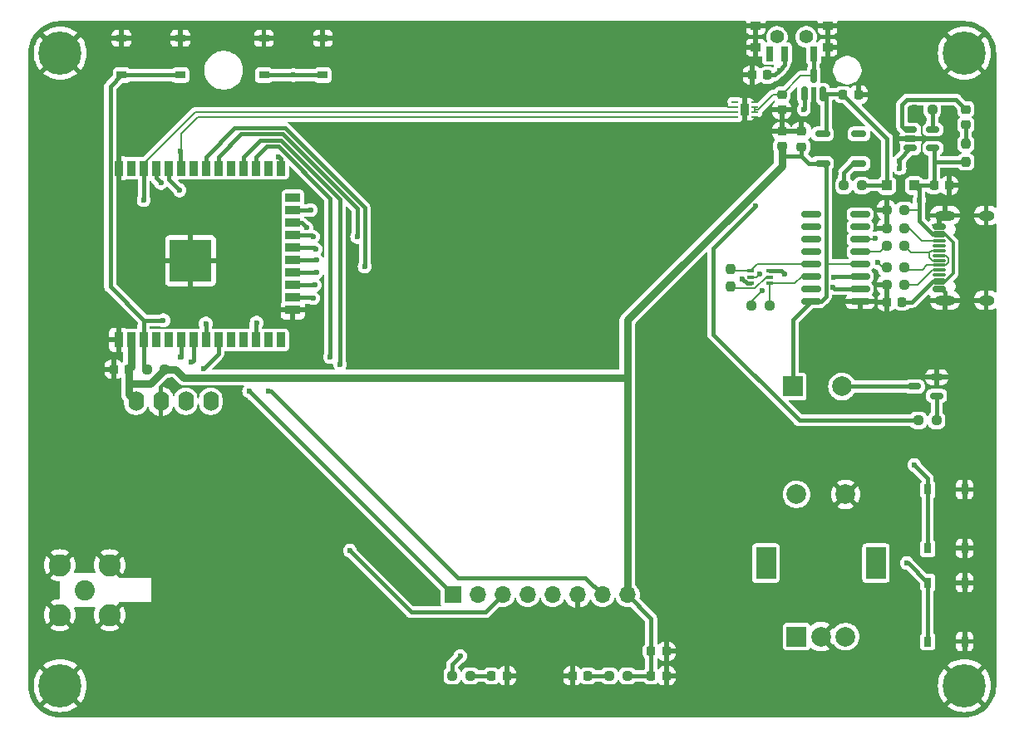
<source format=gbr>
%TF.GenerationSoftware,KiCad,Pcbnew,8.0.4+dfsg-1*%
%TF.CreationDate,2025-03-09T22:36:11+01:00*%
%TF.ProjectId,time_terminal,74696d65-5f74-4657-926d-696e616c2e6b,rev?*%
%TF.SameCoordinates,Original*%
%TF.FileFunction,Copper,L1,Top*%
%TF.FilePolarity,Positive*%
%FSLAX46Y46*%
G04 Gerber Fmt 4.6, Leading zero omitted, Abs format (unit mm)*
G04 Created by KiCad (PCBNEW 8.0.4+dfsg-1) date 2025-03-09 22:36:11*
%MOMM*%
%LPD*%
G01*
G04 APERTURE LIST*
G04 Aperture macros list*
%AMRoundRect*
0 Rectangle with rounded corners*
0 $1 Rounding radius*
0 $2 $3 $4 $5 $6 $7 $8 $9 X,Y pos of 4 corners*
0 Add a 4 corners polygon primitive as box body*
4,1,4,$2,$3,$4,$5,$6,$7,$8,$9,$2,$3,0*
0 Add four circle primitives for the rounded corners*
1,1,$1+$1,$2,$3*
1,1,$1+$1,$4,$5*
1,1,$1+$1,$6,$7*
1,1,$1+$1,$8,$9*
0 Add four rect primitives between the rounded corners*
20,1,$1+$1,$2,$3,$4,$5,0*
20,1,$1+$1,$4,$5,$6,$7,0*
20,1,$1+$1,$6,$7,$8,$9,0*
20,1,$1+$1,$8,$9,$2,$3,0*%
%AMFreePoly0*
4,1,13,0.900000,0.500000,2.600000,0.500000,2.600000,-0.500000,0.900000,-0.500000,0.400000,-1.000000,-0.400000,-1.000000,-0.900000,-0.500000,-2.600000,-0.500000,-2.600000,0.500000,-0.900000,0.500000,-0.400000,1.000000,0.400000,1.000000,0.900000,0.500000,0.900000,0.500000,$1*%
G04 Aperture macros list end*
%TA.AperFunction,SMDPad,CuDef*%
%ADD10R,1.000000X0.750000*%
%TD*%
%TA.AperFunction,ComponentPad*%
%ADD11O,1.700000X1.700000*%
%TD*%
%TA.AperFunction,ComponentPad*%
%ADD12R,1.700000X1.700000*%
%TD*%
%TA.AperFunction,SMDPad,CuDef*%
%ADD13R,0.990600X0.812800*%
%TD*%
%TA.AperFunction,SMDPad,CuDef*%
%ADD14R,0.711200X1.498600*%
%TD*%
%TA.AperFunction,ComponentPad*%
%ADD15C,1.397000*%
%TD*%
%TA.AperFunction,ComponentPad*%
%ADD16C,0.700000*%
%TD*%
%TA.AperFunction,ComponentPad*%
%ADD17C,4.400000*%
%TD*%
%TA.AperFunction,SMDPad,CuDef*%
%ADD18R,0.900000X1.500000*%
%TD*%
%TA.AperFunction,SMDPad,CuDef*%
%ADD19R,1.500000X0.900000*%
%TD*%
%TA.AperFunction,SMDPad,CuDef*%
%ADD20R,1.050000X1.050000*%
%TD*%
%TA.AperFunction,HeatsinkPad*%
%ADD21C,0.600000*%
%TD*%
%TA.AperFunction,SMDPad,CuDef*%
%ADD22R,4.200000X4.200000*%
%TD*%
%TA.AperFunction,SMDPad,CuDef*%
%ADD23RoundRect,0.150000X0.825000X0.150000X-0.825000X0.150000X-0.825000X-0.150000X0.825000X-0.150000X0*%
%TD*%
%TA.AperFunction,SMDPad,CuDef*%
%ADD24RoundRect,0.175000X0.575000X0.175000X-0.575000X0.175000X-0.575000X-0.175000X0.575000X-0.175000X0*%
%TD*%
%TA.AperFunction,SMDPad,CuDef*%
%ADD25FreePoly0,180.000000*%
%TD*%
%TA.AperFunction,SMDPad,CuDef*%
%ADD26R,0.711200X0.254000*%
%TD*%
%TA.AperFunction,SMDPad,CuDef*%
%ADD27R,0.889000X1.295400*%
%TD*%
%TA.AperFunction,SMDPad,CuDef*%
%ADD28RoundRect,0.150000X-0.512500X-0.150000X0.512500X-0.150000X0.512500X0.150000X-0.512500X0.150000X0*%
%TD*%
%TA.AperFunction,SMDPad,CuDef*%
%ADD29R,0.750000X1.000000*%
%TD*%
%TA.AperFunction,ComponentPad*%
%ADD30C,2.000000*%
%TD*%
%TA.AperFunction,ComponentPad*%
%ADD31R,2.000000X3.200000*%
%TD*%
%TA.AperFunction,ComponentPad*%
%ADD32R,2.000000X2.000000*%
%TD*%
%TA.AperFunction,SMDPad,CuDef*%
%ADD33RoundRect,0.237500X0.250000X0.237500X-0.250000X0.237500X-0.250000X-0.237500X0.250000X-0.237500X0*%
%TD*%
%TA.AperFunction,SMDPad,CuDef*%
%ADD34RoundRect,0.237500X-0.250000X-0.237500X0.250000X-0.237500X0.250000X0.237500X-0.250000X0.237500X0*%
%TD*%
%TA.AperFunction,SMDPad,CuDef*%
%ADD35RoundRect,0.237500X0.237500X-0.250000X0.237500X0.250000X-0.237500X0.250000X-0.237500X-0.250000X0*%
%TD*%
%TA.AperFunction,SMDPad,CuDef*%
%ADD36RoundRect,0.237500X-0.237500X0.250000X-0.237500X-0.250000X0.237500X-0.250000X0.237500X0.250000X0*%
%TD*%
%TA.AperFunction,SMDPad,CuDef*%
%ADD37RoundRect,0.150000X0.512500X0.150000X-0.512500X0.150000X-0.512500X-0.150000X0.512500X-0.150000X0*%
%TD*%
%TA.AperFunction,SMDPad,CuDef*%
%ADD38RoundRect,0.150000X0.150000X-0.587500X0.150000X0.587500X-0.150000X0.587500X-0.150000X-0.587500X0*%
%TD*%
%TA.AperFunction,SMDPad,CuDef*%
%ADD39RoundRect,0.100000X0.225000X0.100000X-0.225000X0.100000X-0.225000X-0.100000X0.225000X-0.100000X0*%
%TD*%
%TA.AperFunction,SMDPad,CuDef*%
%ADD40RoundRect,0.150000X0.500000X-0.150000X0.500000X0.150000X-0.500000X0.150000X-0.500000X-0.150000X0*%
%TD*%
%TA.AperFunction,SMDPad,CuDef*%
%ADD41RoundRect,0.075000X0.575000X-0.075000X0.575000X0.075000X-0.575000X0.075000X-0.575000X-0.075000X0*%
%TD*%
%TA.AperFunction,ComponentPad*%
%ADD42O,2.100000X1.000000*%
%TD*%
%TA.AperFunction,ComponentPad*%
%ADD43O,1.600000X1.000000*%
%TD*%
%TA.AperFunction,ComponentPad*%
%ADD44C,2.050000*%
%TD*%
%TA.AperFunction,ComponentPad*%
%ADD45C,2.250000*%
%TD*%
%TA.AperFunction,ComponentPad*%
%ADD46O,1.600000X2.000000*%
%TD*%
%TA.AperFunction,SMDPad,CuDef*%
%ADD47RoundRect,0.218750X-0.218750X-0.256250X0.218750X-0.256250X0.218750X0.256250X-0.218750X0.256250X0*%
%TD*%
%TA.AperFunction,SMDPad,CuDef*%
%ADD48RoundRect,0.250000X-0.300000X-0.300000X0.300000X-0.300000X0.300000X0.300000X-0.300000X0.300000X0*%
%TD*%
%TA.AperFunction,SMDPad,CuDef*%
%ADD49RoundRect,0.218750X0.218750X0.256250X-0.218750X0.256250X-0.218750X-0.256250X0.218750X-0.256250X0*%
%TD*%
%TA.AperFunction,SMDPad,CuDef*%
%ADD50RoundRect,0.218750X-0.256250X0.218750X-0.256250X-0.218750X0.256250X-0.218750X0.256250X0.218750X0*%
%TD*%
%TA.AperFunction,SMDPad,CuDef*%
%ADD51RoundRect,0.225000X0.250000X-0.225000X0.250000X0.225000X-0.250000X0.225000X-0.250000X-0.225000X0*%
%TD*%
%TA.AperFunction,SMDPad,CuDef*%
%ADD52RoundRect,0.225000X-0.225000X-0.250000X0.225000X-0.250000X0.225000X0.250000X-0.225000X0.250000X0*%
%TD*%
%TA.AperFunction,SMDPad,CuDef*%
%ADD53RoundRect,0.225000X-0.250000X0.225000X-0.250000X-0.225000X0.250000X-0.225000X0.250000X0.225000X0*%
%TD*%
%TA.AperFunction,SMDPad,CuDef*%
%ADD54RoundRect,0.225000X0.225000X0.250000X-0.225000X0.250000X-0.225000X-0.250000X0.225000X-0.250000X0*%
%TD*%
%TA.AperFunction,ViaPad*%
%ADD55C,0.600000*%
%TD*%
%TA.AperFunction,Conductor*%
%ADD56C,0.400000*%
%TD*%
%TA.AperFunction,Conductor*%
%ADD57C,0.200000*%
%TD*%
%TA.AperFunction,Conductor*%
%ADD58C,0.300000*%
%TD*%
%TA.AperFunction,Conductor*%
%ADD59C,0.800000*%
%TD*%
G04 APERTURE END LIST*
D10*
%TO.P,SW2,1,1*%
%TO.N,GND*%
X69500000Y-56250000D03*
X75500000Y-56250000D03*
%TO.P,SW2,2,2*%
%TO.N,RESET*%
X69500000Y-60000000D03*
X75500000Y-60000000D03*
%TD*%
D11*
%TO.P,J1,8,Pin_8*%
%TO.N,+3.3V*%
X121030000Y-113000000D03*
%TO.P,J1,7,Pin_7*%
%TO.N,RFID_RST*%
X118490000Y-113000000D03*
%TO.P,J1,6,Pin_6*%
%TO.N,GND*%
X115950000Y-113000000D03*
%TO.P,J1,5,Pin_5*%
%TO.N,unconnected-(J1-Pin_5-Pad5)*%
X113410000Y-113000000D03*
%TO.P,J1,4,Pin_4*%
%TO.N,SPI_MISO*%
X110870000Y-113000000D03*
%TO.P,J1,3,Pin_3*%
%TO.N,SPI_MOSI*%
X108330000Y-113000000D03*
%TO.P,J1,2,Pin_2*%
%TO.N,SPI_SCK*%
X105790000Y-113000000D03*
D12*
%TO.P,J1,1,Pin_1*%
%TO.N,RFID_CS*%
X103250000Y-113000000D03*
%TD*%
D13*
%TO.P,SW6,4,4*%
%TO.N,GND*%
X141406460Y-55000000D03*
D14*
%TO.P,SW6,8,2*%
%TO.N,Net-(J4-Pin_1)*%
X137014800Y-57809600D03*
D13*
%TO.P,SW6,4,4*%
%TO.N,GND*%
X134106500Y-55000000D03*
X134106500Y-57200000D03*
D14*
%TO.P,SW6,7,1*%
%TO.N,V_BAT*%
X139999300Y-57809600D03*
D13*
%TO.P,SW6,4,4*%
%TO.N,GND*%
X141406460Y-57200000D03*
D15*
%TO.P,SW6,5*%
%TO.N,N/C*%
X139250000Y-56100000D03*
%TO.P,SW6,6*%
X136252800Y-56100000D03*
D14*
%TO.P,SW6,9,3*%
%TO.N,unconnected-(SW6-3-Pad9)*%
X135516200Y-57809600D03*
%TD*%
D16*
%TO.P,H4,1,1*%
%TO.N,GND*%
X153698350Y-122250000D03*
X154181624Y-121083274D03*
X154181624Y-123416726D03*
X155348350Y-120600000D03*
D17*
X155348350Y-122250000D03*
D16*
X155348350Y-123900000D03*
X156515076Y-121083274D03*
X156515076Y-123416726D03*
X156998350Y-122250000D03*
%TD*%
%TO.P,H3,1,1*%
%TO.N,GND*%
X61600001Y-122249999D03*
X62083275Y-121083273D03*
X62083275Y-123416725D03*
X63250001Y-120599999D03*
D17*
X63250001Y-122249999D03*
D16*
X63250001Y-123899999D03*
X64416727Y-121083273D03*
X64416727Y-123416725D03*
X64900001Y-122249999D03*
%TD*%
%TO.P,H2,1,1*%
%TO.N,GND*%
X156998350Y-57750000D03*
X156515076Y-58916726D03*
X156515076Y-56583274D03*
X155348350Y-59400000D03*
D17*
X155348350Y-57750000D03*
D16*
X155348350Y-56100000D03*
X154181624Y-58916726D03*
X154181624Y-56583274D03*
X153698350Y-57750000D03*
%TD*%
%TO.P,H1,1,1*%
%TO.N,GND*%
X61600000Y-57750000D03*
X62083274Y-56583274D03*
X62083274Y-58916726D03*
X63250000Y-56100000D03*
D17*
X63250000Y-57750000D03*
D16*
X63250000Y-59400000D03*
X64416726Y-56583274D03*
X64416726Y-58916726D03*
X64900000Y-57750000D03*
%TD*%
D18*
%TO.P,U2,1,GND*%
%TO.N,GND*%
X69185000Y-87000000D03*
%TO.P,U2,2,VDD*%
%TO.N,+3.3V*%
X70455000Y-87000000D03*
%TO.P,U2,3,EN*%
%TO.N,RESET*%
X71725000Y-87000000D03*
%TO.P,U2,4,SENSOR_VP*%
%TO.N,unconnected-(U2-SENSOR_VP-Pad4)*%
X72995000Y-87000000D03*
%TO.P,U2,5,SENSOR_VN*%
%TO.N,unconnected-(U2-SENSOR_VN-Pad5)*%
X74265000Y-87000000D03*
%TO.P,U2,6,IO34*%
%TO.N,LORA_CS*%
X75535000Y-87000000D03*
%TO.P,U2,7,IO35*%
%TO.N,LORA_RST*%
X76805000Y-87000000D03*
%TO.P,U2,8,IO32*%
%TO.N,RFID_CS*%
X78075000Y-87000000D03*
%TO.P,U2,9,IO33*%
%TO.N,LORA_DIO0*%
X79345000Y-87000000D03*
%TO.P,U2,10,IO25*%
%TO.N,unconnected-(U2-IO25-Pad10)*%
X80615000Y-87000000D03*
%TO.P,U2,11,IO26*%
%TO.N,unconnected-(U2-IO26-Pad11)*%
X81885000Y-87000000D03*
%TO.P,U2,12,IO27*%
%TO.N,RFID_RST*%
X83155000Y-87000000D03*
%TO.P,U2,13,IO14*%
%TO.N,unconnected-(U2-IO14-Pad13)*%
X84425000Y-87000000D03*
%TO.P,U2,14,IO12*%
%TO.N,unconnected-(U2-IO12-Pad14)*%
X85695000Y-87000000D03*
D19*
%TO.P,U2,15,GND*%
%TO.N,GND*%
X86945000Y-83960000D03*
%TO.P,U2,16,IO13*%
%TO.N,DEF_LED*%
X86945000Y-82690000D03*
%TO.P,U2,17,SHD/SD2*%
%TO.N,ROT_B*%
X86945000Y-81420000D03*
%TO.P,U2,18,SWP/SD3*%
%TO.N,ROT_A*%
X86945000Y-80150000D03*
%TO.P,U2,19,SCS/CMD*%
%TO.N,ROT_S*%
X86945000Y-78880000D03*
%TO.P,U2,20,SCK/CLK*%
%TO.N,SPI_SCK*%
X86945000Y-77610000D03*
%TO.P,U2,21,SDO/SD0*%
%TO.N,SPI_MISO*%
X86945000Y-76340000D03*
%TO.P,U2,22,SDI/SD1*%
%TO.N,SPI_MOSI*%
X86945000Y-75070000D03*
%TO.P,U2,23,IO15*%
%TO.N,BUZZER*%
X86945000Y-73800000D03*
%TO.P,U2,24,IO2*%
%TO.N,unconnected-(U2-IO2-Pad24)*%
X86945000Y-72530000D03*
D18*
%TO.P,U2,25,IO0*%
%TO.N,ESP_0*%
X85695000Y-69500000D03*
%TO.P,U2,26,IO4*%
%TO.N,unconnected-(U2-IO4-Pad26)*%
X84425000Y-69500000D03*
%TO.P,U2,27,IO16*%
%TO.N,GPS_TX*%
X83155000Y-69500000D03*
%TO.P,U2,28,IO17*%
%TO.N,GPS_RX*%
X81885000Y-69500000D03*
%TO.P,U2,29,IO5*%
%TO.N,unconnected-(U2-IO5-Pad29)*%
X80615000Y-69500000D03*
%TO.P,U2,30,IO18*%
%TO.N,BTN_1*%
X79345000Y-69500000D03*
%TO.P,U2,31,IO19*%
%TO.N,BTN_2*%
X78075000Y-69500000D03*
%TO.P,U2,32,NC*%
%TO.N,unconnected-(U2-NC-Pad32)*%
X76805000Y-69500000D03*
%TO.P,U2,33,IO21*%
%TO.N,SDA*%
X75535000Y-69500000D03*
%TO.P,U2,34,RXD0/IO3*%
%TO.N,CH340_TX*%
X74265000Y-69500000D03*
%TO.P,U2,35,TXD0/IO1*%
%TO.N,CH340_RX*%
X72995000Y-69500000D03*
%TO.P,U2,36,IO22*%
%TO.N,SCL*%
X71725000Y-69500000D03*
%TO.P,U2,37,IO23*%
%TO.N,unconnected-(U2-IO23-Pad37)*%
X70455000Y-69500000D03*
%TO.P,U2,38,GND*%
%TO.N,GND*%
X69185000Y-69500000D03*
D20*
%TO.P,U2,39,GND*%
X75000000Y-80455000D03*
D21*
X75762500Y-80455000D03*
D20*
X76525000Y-80455000D03*
D21*
X77287500Y-80455000D03*
D20*
X78050000Y-80455000D03*
D21*
X75000000Y-79692500D03*
X76525000Y-79692500D03*
X78050000Y-79692500D03*
D20*
X75000000Y-78930000D03*
D21*
X75762500Y-78930000D03*
D20*
X76525000Y-78930000D03*
D22*
X76525000Y-78930000D03*
D21*
X77287500Y-78930000D03*
D20*
X78050000Y-78930000D03*
D21*
X75000000Y-78167500D03*
X76525000Y-78167500D03*
X78050000Y-78167500D03*
D20*
X75000000Y-77405000D03*
D21*
X75762500Y-77405000D03*
D20*
X76525000Y-77405000D03*
D21*
X77287500Y-77405000D03*
D20*
X78050000Y-77405000D03*
%TD*%
D23*
%TO.P,U7,1,GND*%
%TO.N,GND*%
X144725000Y-83080000D03*
%TO.P,U7,2,TXD*%
%TO.N,CH340_TX*%
X144725000Y-81810000D03*
%TO.P,U7,3,RXD*%
%TO.N,CH340_RX*%
X144725000Y-80540000D03*
%TO.P,U7,4,V3*%
%TO.N,+3.3V*%
X144725000Y-79270000D03*
%TO.P,U7,5,UD+*%
%TO.N,USB_D+*%
X144725000Y-78000000D03*
%TO.P,U7,6,UD-*%
%TO.N,USB_D-*%
X144725000Y-76730000D03*
%TO.P,U7,7,NC*%
%TO.N,unconnected-(U7-NC-Pad7)*%
X144725000Y-75460000D03*
%TO.P,U7,8,NC*%
%TO.N,unconnected-(U7-NC-Pad8)*%
X144725000Y-74190000D03*
%TO.P,U7,9,~{CTS}*%
%TO.N,unconnected-(U7-~{CTS}-Pad9)*%
X139775000Y-74190000D03*
%TO.P,U7,10,~{DSR}*%
%TO.N,unconnected-(U7-~{DSR}-Pad10)*%
X139775000Y-75460000D03*
%TO.P,U7,11,~{RI}*%
%TO.N,unconnected-(U7-~{RI}-Pad11)*%
X139775000Y-76730000D03*
%TO.P,U7,12,~{DCD}*%
%TO.N,unconnected-(U7-~{DCD}-Pad12)*%
X139775000Y-78000000D03*
%TO.P,U7,13,~{DTR}*%
%TO.N,CH340_DTR*%
X139775000Y-79270000D03*
%TO.P,U7,14,~{RTS}*%
%TO.N,CH340_RTS*%
X139775000Y-80540000D03*
%TO.P,U7,15,R232*%
%TO.N,unconnected-(U7-R232-Pad15)*%
X139775000Y-81810000D03*
%TO.P,U7,16,VCC*%
%TO.N,+3.3V*%
X139775000Y-83080000D03*
%TD*%
D24*
%TO.P,U6,5,VOUT*%
%TO.N,+3.3V*%
X140900000Y-69000000D03*
%TO.P,U6,4,VIN*%
%TO.N,Net-(D3-K)*%
X140900000Y-66000000D03*
%TO.P,U6,3*%
%TO.N,N/C*%
X144600000Y-66000000D03*
D25*
%TO.P,U6,2,GND*%
%TO.N,GND*%
X142750000Y-67500000D03*
D24*
%TO.P,U6,1,CE*%
%TO.N,Net-(U6-CE)*%
X144600000Y-69000000D03*
%TD*%
D26*
%TO.P,U5,1,CTG*%
%TO.N,GND*%
X134000000Y-64250001D03*
%TO.P,U5,2,CELL*%
%TO.N,V_BAT*%
X134000000Y-63750000D03*
%TO.P,U5,3,VDD*%
X134000000Y-63250000D03*
%TO.P,U5,4,GND*%
%TO.N,GND*%
X134000000Y-62749999D03*
%TO.P,U5,5,\u002AALRT*%
%TO.N,unconnected-(U5-\u002AALRT-Pad5)*%
X131993400Y-62749999D03*
%TO.P,U5,6,QSTRT*%
%TO.N,GND*%
X131993400Y-63250000D03*
%TO.P,U5,7,SCL*%
%TO.N,SCL*%
X131993400Y-63750000D03*
%TO.P,U5,8,SDA*%
%TO.N,SDA*%
X131993400Y-64250001D03*
D27*
%TO.P,U5,9,EPAD*%
%TO.N,GND*%
X132996700Y-63500000D03*
%TD*%
D28*
%TO.P,U4,5,PROG*%
%TO.N,Net-(U4-PROG)*%
X152137500Y-65550000D03*
%TO.P,U4,4,V_{DD}*%
%TO.N,V_USB*%
X152137500Y-67450000D03*
%TO.P,U4,3,V_{BAT}*%
%TO.N,Net-(J4-Pin_1)*%
X149862500Y-67450000D03*
%TO.P,U4,2,V_{SS}*%
%TO.N,GND*%
X149862500Y-66500000D03*
%TO.P,U4,1,STAT*%
%TO.N,Net-(D1-K)*%
X149862500Y-65550000D03*
%TD*%
D29*
%TO.P,SW5,1,1*%
%TO.N,GND*%
X155375000Y-111750000D03*
X155375000Y-117750000D03*
%TO.P,SW5,2,2*%
%TO.N,BTN_2*%
X151625000Y-111750000D03*
X151625000Y-117750000D03*
%TD*%
D10*
%TO.P,SW4,2,2*%
%TO.N,ESP_0*%
X90000000Y-60000000D03*
X84000000Y-60000000D03*
%TO.P,SW4,1,1*%
%TO.N,GND*%
X90000000Y-56250000D03*
X84000000Y-56250000D03*
%TD*%
D29*
%TO.P,SW3,1,1*%
%TO.N,GND*%
X155375000Y-102250000D03*
X155375000Y-108250000D03*
%TO.P,SW3,2,2*%
%TO.N,BTN_1*%
X151625000Y-102250000D03*
X151625000Y-108250000D03*
%TD*%
D30*
%TO.P,SW1,S2,S2*%
%TO.N,ROT_S*%
X138250000Y-102750000D03*
%TO.P,SW1,S1,S1*%
%TO.N,GND*%
X143250000Y-102750000D03*
D31*
%TO.P,SW1,MP*%
%TO.N,N/C*%
X146350000Y-109750000D03*
X135150000Y-109750000D03*
D30*
%TO.P,SW1,C,C*%
%TO.N,GND*%
X140750000Y-117250000D03*
%TO.P,SW1,B,B*%
%TO.N,ROT_B*%
X143250000Y-117250000D03*
D32*
%TO.P,SW1,A,A*%
%TO.N,ROT_A*%
X138250000Y-117250000D03*
%TD*%
D33*
%TO.P,R15,1*%
%TO.N,Net-(Q3-B)*%
X152500000Y-95200000D03*
%TO.P,R15,2*%
%TO.N,BUZZER*%
X150675000Y-95200000D03*
%TD*%
D34*
%TO.P,R14,1*%
%TO.N,Net-(D4-A)*%
X119175000Y-121250000D03*
%TO.P,R14,2*%
%TO.N,+3.3V*%
X121000000Y-121250000D03*
%TD*%
D33*
%TO.P,R13,1*%
%TO.N,Net-(J5-D+-PadA6)*%
X149250000Y-77385000D03*
%TO.P,R13,2*%
%TO.N,USB_D+*%
X147425000Y-77385000D03*
%TD*%
%TO.P,R12,1*%
%TO.N,Net-(J5-D--PadA7)*%
X149250000Y-79635000D03*
%TO.P,R12,2*%
%TO.N,USB_D-*%
X147425000Y-79635000D03*
%TD*%
%TO.P,R11,1*%
%TO.N,Net-(J5-CC2)*%
X149250000Y-75635000D03*
%TO.P,R11,2*%
%TO.N,GND*%
X147425000Y-75635000D03*
%TD*%
D34*
%TO.P,R10,1*%
%TO.N,GND*%
X147425000Y-81385000D03*
%TO.P,R10,2*%
%TO.N,Net-(J5-CC1)*%
X149250000Y-81385000D03*
%TD*%
D33*
%TO.P,R9,2*%
%TO.N,Net-(U6-CE)*%
X143087500Y-71250000D03*
%TO.P,R9,1*%
%TO.N,Net-(D3-K)*%
X144912500Y-71250000D03*
%TD*%
%TO.P,R7,2*%
%TO.N,GND*%
X147425000Y-73750000D03*
%TO.P,R7,1*%
%TO.N,V_USB*%
X149250000Y-73750000D03*
%TD*%
%TO.P,R6,1*%
%TO.N,Net-(D2-A)*%
X105000000Y-121250000D03*
%TO.P,R6,2*%
%TO.N,DEF_LED*%
X103175000Y-121250000D03*
%TD*%
D34*
%TO.P,R5,1*%
%TO.N,Net-(Q1B-B2)*%
X133675000Y-83500000D03*
%TO.P,R5,2*%
%TO.N,CH340_RTS*%
X135500000Y-83500000D03*
%TD*%
D35*
%TO.P,R4,1*%
%TO.N,Net-(Q1A-B1)*%
X131500000Y-81575000D03*
%TO.P,R4,2*%
%TO.N,CH340_DTR*%
X131500000Y-79750000D03*
%TD*%
D36*
%TO.P,R3,2*%
%TO.N,V_USB*%
X155500000Y-68825000D03*
%TO.P,R3,1*%
%TO.N,Net-(D1-A)*%
X155500000Y-67000000D03*
%TD*%
D33*
%TO.P,R2,2*%
%TO.N,GND*%
X150250000Y-63500000D03*
%TO.P,R2,1*%
%TO.N,Net-(U4-PROG)*%
X152075000Y-63500000D03*
%TD*%
D34*
%TO.P,R1,2*%
%TO.N,+3.3V*%
X73912500Y-90000000D03*
%TO.P,R1,1*%
%TO.N,RESET*%
X72087500Y-90000000D03*
%TD*%
D37*
%TO.P,Q3,3,C*%
%TO.N,Net-(BZ1--)*%
X150250000Y-91750000D03*
%TO.P,Q3,2,E*%
%TO.N,GND*%
X152525000Y-90800000D03*
%TO.P,Q3,1,B*%
%TO.N,Net-(Q3-B)*%
X152525000Y-92700000D03*
%TD*%
D38*
%TO.P,Q2,1,G*%
%TO.N,V_USB*%
X139050000Y-61937500D03*
%TO.P,Q2,2,S*%
%TO.N,Net-(D3-K)*%
X140950000Y-61937500D03*
%TO.P,Q2,3,D*%
%TO.N,V_BAT*%
X140000000Y-60062500D03*
%TD*%
D39*
%TO.P,Q1,6,C1*%
%TO.N,RESET*%
X133600000Y-81250000D03*
%TO.P,Q1,5,B2*%
%TO.N,Net-(Q1B-B2)*%
X133600000Y-80600000D03*
%TO.P,Q1,4,E2*%
%TO.N,CH340_DTR*%
X133600000Y-79950000D03*
%TO.P,Q1,3,C2*%
%TO.N,ESP_0*%
X135500000Y-79950000D03*
%TO.P,Q1,2,B1*%
%TO.N,Net-(Q1A-B1)*%
X135500000Y-80600000D03*
%TO.P,Q1,1,E1*%
%TO.N,CH340_RTS*%
X135500000Y-81250000D03*
%TD*%
D40*
%TO.P,J5,A1,GND*%
%TO.N,GND*%
X152755000Y-81835000D03*
%TO.P,J5,A4,VBUS*%
%TO.N,V_USB*%
X152755000Y-81035000D03*
D41*
%TO.P,J5,A5,CC1*%
%TO.N,Net-(J5-CC1)*%
X152755000Y-79885000D03*
%TO.P,J5,A6,D+*%
%TO.N,Net-(J5-D+-PadA6)*%
X152755000Y-78885000D03*
%TO.P,J5,A7,D-*%
%TO.N,Net-(J5-D--PadA7)*%
X152755000Y-78385000D03*
%TO.P,J5,A8,SBU1*%
%TO.N,unconnected-(J5-SBU1-PadA8)*%
X152755000Y-77385000D03*
D40*
%TO.P,J5,A9,VBUS*%
%TO.N,V_USB*%
X152755000Y-76235000D03*
%TO.P,J5,A12,GND*%
%TO.N,GND*%
X152755000Y-75435000D03*
%TO.P,J5,B1,GND*%
X152755000Y-75435000D03*
%TO.P,J5,B4,VBUS*%
%TO.N,V_USB*%
X152755000Y-76235000D03*
D41*
%TO.P,J5,B5,CC2*%
%TO.N,Net-(J5-CC2)*%
X152755000Y-76885000D03*
%TO.P,J5,B6,D+*%
%TO.N,Net-(J5-D+-PadA6)*%
X152755000Y-77885000D03*
%TO.P,J5,B7,D-*%
%TO.N,Net-(J5-D--PadA7)*%
X152755000Y-79385000D03*
%TO.P,J5,B8,SBU2*%
%TO.N,unconnected-(J5-SBU2-PadB8)*%
X152755000Y-80385000D03*
D40*
%TO.P,J5,B9,VBUS*%
%TO.N,V_USB*%
X152755000Y-81035000D03*
%TO.P,J5,B12,GND*%
%TO.N,GND*%
X152755000Y-81835000D03*
D42*
%TO.P,J5,S1,SHIELD*%
X153395000Y-82955000D03*
D43*
X157575000Y-82955000D03*
D42*
X153395000Y-74315000D03*
D43*
X157575000Y-74315000D03*
%TD*%
D44*
%TO.P,J3,1,In*%
%TO.N,Net-(J3-In)*%
X65750000Y-112500000D03*
D45*
%TO.P,J3,2,Ext*%
%TO.N,GND*%
X68290000Y-109960000D03*
X68290000Y-115040000D03*
X63210000Y-109960000D03*
X63210000Y-115040000D03*
%TD*%
D46*
%TO.P,J2,4,Pin_4*%
%TO.N,SDA*%
X78580000Y-93250000D03*
%TO.P,J2,3,Pin_3*%
%TO.N,SCL*%
X76040000Y-93250000D03*
%TO.P,J2,1,Pin_1*%
%TO.N,+3.3V*%
X70960000Y-93250000D03*
%TO.P,J2,2,Pin_2*%
%TO.N,GND*%
X73500000Y-93250000D03*
%TD*%
D47*
%TO.P,D4,1,K*%
%TO.N,GND*%
X115425000Y-121250000D03*
%TO.P,D4,2,A*%
%TO.N,Net-(D4-A)*%
X117000000Y-121250000D03*
%TD*%
D48*
%TO.P,D3,2,A*%
%TO.N,V_USB*%
X150250000Y-71250000D03*
%TO.P,D3,1,K*%
%TO.N,Net-(D3-K)*%
X147450000Y-71250000D03*
%TD*%
D49*
%TO.P,D2,1,K*%
%TO.N,GND*%
X108750000Y-121250000D03*
%TO.P,D2,2,A*%
%TO.N,Net-(D2-A)*%
X107175000Y-121250000D03*
%TD*%
D50*
%TO.P,D1,2,A*%
%TO.N,Net-(D1-A)*%
X155500000Y-65075000D03*
%TO.P,D1,1,K*%
%TO.N,Net-(D1-K)*%
X155500000Y-63500000D03*
%TD*%
D51*
%TO.P,C11,2*%
%TO.N,GND*%
X136750000Y-65725000D03*
%TO.P,C11,1*%
%TO.N,+3.3V*%
X136750000Y-67275000D03*
%TD*%
%TO.P,C10,2*%
%TO.N,GND*%
X138750000Y-65750000D03*
%TO.P,C10,1*%
%TO.N,+3.3V*%
X138750000Y-67300000D03*
%TD*%
D52*
%TO.P,C9,1*%
%TO.N,GND*%
X147450000Y-83135000D03*
%TO.P,C9,2*%
%TO.N,V_USB*%
X149000000Y-83135000D03*
%TD*%
%TO.P,C8,2*%
%TO.N,GND*%
X144550000Y-62000000D03*
%TO.P,C8,1*%
%TO.N,Net-(D3-K)*%
X143000000Y-62000000D03*
%TD*%
D53*
%TO.P,C6,2*%
%TO.N,GND*%
X136750000Y-63550000D03*
%TO.P,C6,1*%
%TO.N,V_BAT*%
X136750000Y-62000000D03*
%TD*%
D54*
%TO.P,C5,2*%
%TO.N,GND*%
X133725000Y-60000000D03*
%TO.P,C5,1*%
%TO.N,Net-(J4-Pin_1)*%
X135275000Y-60000000D03*
%TD*%
D52*
%TO.P,C4,2*%
%TO.N,GND*%
X153800000Y-71250000D03*
%TO.P,C4,1*%
%TO.N,V_USB*%
X152250000Y-71250000D03*
%TD*%
D54*
%TO.P,C3,1*%
%TO.N,+3.3V*%
X70250000Y-90000000D03*
%TO.P,C3,2*%
%TO.N,GND*%
X68700000Y-90000000D03*
%TD*%
D52*
%TO.P,C2,1*%
%TO.N,+3.3V*%
X123450000Y-121250000D03*
%TO.P,C2,2*%
%TO.N,GND*%
X125000000Y-121250000D03*
%TD*%
%TO.P,C1,1*%
%TO.N,+3.3V*%
X123450000Y-118750000D03*
%TO.P,C1,2*%
%TO.N,GND*%
X125000000Y-118750000D03*
%TD*%
D32*
%TO.P,BZ1,1,+*%
%TO.N,+3.3V*%
X137879216Y-91750000D03*
D30*
%TO.P,BZ1,2,-*%
%TO.N,Net-(BZ1--)*%
X142879216Y-91750000D03*
%TD*%
D55*
%TO.N,GND*%
X151250000Y-69250000D03*
X140250000Y-63500000D03*
X142250000Y-70000000D03*
X142250000Y-64500000D03*
X148750000Y-72500000D03*
X153750000Y-65500000D03*
X153750000Y-63750000D03*
X151250000Y-66500000D03*
X151250000Y-64500000D03*
X69000000Y-106750000D03*
X81000000Y-114250000D03*
X81000000Y-102500000D03*
X144000000Y-123500000D03*
X127750000Y-123500000D03*
X112000000Y-123500000D03*
X90150156Y-123145180D03*
X80900156Y-123145180D03*
X71500000Y-123500000D03*
X61500000Y-118250000D03*
X61500000Y-100750000D03*
X61500000Y-87750000D03*
X61500000Y-74750000D03*
X61500000Y-63000000D03*
X112750000Y-55500000D03*
X101500000Y-55500000D03*
X123250000Y-55500000D03*
X149750000Y-55500000D03*
X151000000Y-84500000D03*
X155500000Y-85000000D03*
X155500000Y-90500000D03*
X150250000Y-93500000D03*
X140250000Y-93750000D03*
X112750000Y-68500000D03*
X112750000Y-65500000D03*
X109750000Y-76750000D03*
X122750000Y-80500000D03*
X126500000Y-76500000D03*
X126500000Y-76500000D03*
X125000000Y-83250000D03*
X128500000Y-79500000D03*
X130000000Y-88500000D03*
X143250000Y-120000000D03*
X134750000Y-120000000D03*
X122500000Y-109250000D03*
X122500000Y-107500000D03*
X105000000Y-85500000D03*
X117250000Y-86000000D03*
X94750000Y-89250000D03*
X93000000Y-87750000D03*
X93000000Y-85750000D03*
X89750000Y-75750000D03*
X93000000Y-80000000D03*
X93000000Y-77750000D03*
X95250000Y-76250000D03*
X75750000Y-61500000D03*
X70500000Y-61500000D03*
X69500000Y-63250000D03*
X73000000Y-66000000D03*
X67000000Y-79750000D03*
X67250000Y-71750000D03*
X74000000Y-75250000D03*
X81750000Y-78500000D03*
X80000000Y-72750000D03*
X74000000Y-72500000D03*
X85250000Y-73000000D03*
X85250000Y-74500000D03*
X76250000Y-83750000D03*
X74000000Y-83750000D03*
X69250000Y-71750000D03*
X70750000Y-71750000D03*
X69500000Y-81000000D03*
X70500000Y-82000000D03*
X68000000Y-83000000D03*
X70250000Y-85250000D03*
X68750000Y-91750000D03*
X157500000Y-109750000D03*
X137500000Y-114500000D03*
X136000000Y-101500000D03*
X124250000Y-90000000D03*
X124250000Y-101000000D03*
X118250000Y-118000000D03*
X93750000Y-107750000D03*
X99500000Y-113500000D03*
X91500000Y-113750000D03*
X70250000Y-114250000D03*
X71500000Y-114250000D03*
X71500000Y-110750000D03*
X70250000Y-110750000D03*
X112000000Y-121250000D03*
X112250000Y-115000000D03*
X121000000Y-115000000D03*
X91500000Y-103000000D03*
X91500000Y-109750000D03*
X75500000Y-105750000D03*
X77250000Y-98000000D03*
X85000000Y-97750000D03*
X82750000Y-95500000D03*
X72250000Y-95250000D03*
X131000000Y-63000000D03*
X132000000Y-65500000D03*
X134500000Y-68500000D03*
X134500000Y-66750000D03*
X91750000Y-68500000D03*
X89500000Y-65500000D03*
X87000000Y-55000000D03*
X72750000Y-55000000D03*
X65000000Y-70000000D03*
X65000000Y-65000000D03*
X71250000Y-65000000D03*
X149250000Y-112250000D03*
X149250000Y-117250000D03*
X140750000Y-114500000D03*
X153500000Y-109750000D03*
X155500000Y-97250000D03*
X147500000Y-97250000D03*
X139750000Y-97250000D03*
X140500000Y-84750000D03*
X155500000Y-72500000D03*
X134000000Y-58500000D03*
X135500000Y-64500000D03*
X132000000Y-61250000D03*
X134250000Y-61500000D03*
X145500000Y-60250000D03*
X141500000Y-59750000D03*
X141500000Y-58250000D03*
X147250000Y-63250000D03*
X155250000Y-70250000D03*
X152250000Y-72750000D03*
X142500000Y-75250000D03*
X142750000Y-72750000D03*
X145500000Y-72750000D03*
%TO.N,DEF_LED*%
X89000000Y-82750000D03*
X104000000Y-119250000D03*
%TO.N,BTN_1*%
X93500000Y-76500000D03*
%TO.N,BTN_2*%
X94250000Y-79500000D03*
%TO.N,BTN_1*%
X150250000Y-99750000D03*
%TO.N,BTN_2*%
X149500000Y-109750000D03*
%TO.N,RESET*%
X73750000Y-85000000D03*
X132750000Y-80750000D03*
%TO.N,ROT_B*%
X89170038Y-81420000D03*
%TO.N,ROT_S*%
X89380005Y-78880005D03*
%TO.N,ROT_A*%
X89349997Y-80150003D03*
%TO.N,GPS_RX*%
X91750000Y-89500000D03*
%TO.N,GPS_TX*%
X90750000Y-88750000D03*
%TO.N,+3.3V*%
X100700000Y-90900000D03*
X101670000Y-90920000D03*
%TO.N,RFID_RST*%
X83250000Y-85250000D03*
X84500000Y-92250000D03*
%TO.N,SPI_MOSI*%
X92750000Y-108500000D03*
%TO.N,RFID_CS*%
X78075003Y-85325003D03*
X82499976Y-92250000D03*
%TO.N,SPI_SCK*%
X89250000Y-77750000D03*
%TO.N,SPI_MISO*%
X89000000Y-76500000D03*
%TO.N,SPI_MOSI*%
X88361284Y-75580331D03*
%TO.N,LORA_CS*%
X75500000Y-88750000D03*
%TO.N,LORA_DIO0*%
X77844669Y-89905331D03*
%TO.N,LORA_RST*%
X76625000Y-89250000D03*
%TO.N,SDA*%
X75500000Y-67750000D03*
%TO.N,SCL*%
X71750000Y-72750000D03*
%TO.N,BUZZER*%
X88750000Y-73750000D03*
X134061752Y-73311752D03*
%TO.N,ESP_0*%
X87000000Y-60000000D03*
X85446865Y-68303111D03*
X137000000Y-80250000D03*
%TO.N,CH340_RX*%
X142000000Y-80585411D03*
%TO.N,CH340_TX*%
X141969669Y-81669669D03*
X75405325Y-71749988D03*
%TO.N,CH340_RX*%
X73499988Y-70999988D03*
%TO.N,Net-(Q1B-B2)*%
X134500000Y-80250000D03*
X134750000Y-82000000D03*
%TO.N,V_USB*%
X139000000Y-63500000D03*
X150750000Y-72750000D03*
%TO.N,Net-(J4-Pin_1)*%
X136500000Y-59500000D03*
%TO.N,USB_D-*%
X146250000Y-76635000D03*
X146500000Y-79135000D03*
%TO.N,GND*%
X138000000Y-64500000D03*
X145750000Y-63250000D03*
%TO.N,Net-(J4-Pin_1)*%
X148750000Y-68750000D03*
X148750000Y-69500000D03*
%TD*%
D56*
%TO.N,GND*%
X153395000Y-82955000D02*
X153395000Y-82121016D01*
X153395000Y-82121016D02*
X153108984Y-81835000D01*
X153108984Y-81835000D02*
X152755000Y-81835000D01*
D57*
X131250000Y-63250000D02*
X131000000Y-63000000D01*
X131993400Y-63250000D02*
X131250000Y-63250000D01*
D58*
%TO.N,V_USB*%
X152755000Y-81035000D02*
X153358120Y-81035000D01*
X153358120Y-81035000D02*
X154200000Y-80193120D01*
X154200000Y-80193120D02*
X154200000Y-77075305D01*
X154200000Y-77075305D02*
X153359695Y-76235000D01*
X153359695Y-76235000D02*
X152755000Y-76235000D01*
D57*
%TO.N,Net-(J5-D--PadA7)*%
X152755000Y-78385000D02*
X153437410Y-78385000D01*
X153437410Y-78385000D02*
X153750000Y-78697590D01*
X153750000Y-78697590D02*
X153750000Y-79072410D01*
X153750000Y-79072410D02*
X153437410Y-79385000D01*
X153437410Y-79385000D02*
X152755000Y-79385000D01*
%TO.N,Net-(J5-D+-PadA6)*%
X151805000Y-78080000D02*
X149945000Y-78080000D01*
X149945000Y-78080000D02*
X149250000Y-77385000D01*
X152755000Y-77885000D02*
X152000000Y-77885000D01*
X152755000Y-78885000D02*
X152072590Y-78885000D01*
X152072590Y-78885000D02*
X151805000Y-78617410D01*
X151805000Y-78617410D02*
X151805000Y-78080000D01*
X151805000Y-78080000D02*
X152000000Y-77885000D01*
D56*
%TO.N,DEF_LED*%
X86945000Y-82690000D02*
X88940000Y-82690000D01*
X88940000Y-82690000D02*
X89000000Y-82750000D01*
X103175000Y-120075000D02*
X104000000Y-119250000D01*
X103175000Y-121250000D02*
X103175000Y-120075000D01*
%TO.N,BTN_2*%
X149625000Y-109750000D02*
X149500000Y-109750000D01*
X151625000Y-111750000D02*
X149625000Y-109750000D01*
%TO.N,BTN_1*%
X79345000Y-69500000D02*
X79345000Y-68350000D01*
X79345000Y-68350000D02*
X81695000Y-66000000D01*
X81695000Y-66000000D02*
X85901472Y-66000000D01*
X85901472Y-66000000D02*
X93500000Y-73598528D01*
X93500000Y-73598528D02*
X93500000Y-76500000D01*
%TO.N,BTN_2*%
X94250000Y-73500000D02*
X94250000Y-79500000D01*
X78075000Y-69500000D02*
X78075000Y-68350000D01*
X78075000Y-68350000D02*
X81025000Y-65400000D01*
X81025000Y-65400000D02*
X86150000Y-65400000D01*
X86150000Y-65400000D02*
X94250000Y-73500000D01*
%TO.N,GPS_TX*%
X83155000Y-69500000D02*
X83155000Y-68350000D01*
%TO.N,ESP_0*%
X85695000Y-69500000D02*
X85695000Y-68551246D01*
%TO.N,GPS_TX*%
X85454414Y-67249998D02*
X90750000Y-72545584D01*
X83155000Y-68350000D02*
X84255002Y-67249998D01*
%TO.N,GPS_RX*%
X83585002Y-66649998D02*
X85702942Y-66649998D01*
%TO.N,ESP_0*%
X85695000Y-68551246D02*
X85446865Y-68303111D01*
%TO.N,GPS_TX*%
X84255002Y-67249998D02*
X85454414Y-67249998D01*
X90750000Y-72545584D02*
X90750000Y-88750000D01*
%TO.N,GPS_RX*%
X91750000Y-72697056D02*
X91750000Y-89500000D01*
X85702942Y-66649998D02*
X91750000Y-72697056D01*
X81885000Y-68350000D02*
X83585002Y-66649998D01*
X81885000Y-69500000D02*
X81885000Y-68350000D01*
%TO.N,BTN_1*%
X151625000Y-101125000D02*
X150250000Y-99750000D01*
X151625000Y-102250000D02*
X151625000Y-101125000D01*
%TO.N,RESET*%
X73750000Y-85000000D02*
X71750000Y-85000000D01*
%TO.N,SPI_MOSI*%
X87850953Y-75070000D02*
X88361284Y-75580331D01*
X86945000Y-75070000D02*
X87850953Y-75070000D01*
%TO.N,RESET*%
X132750000Y-80784878D02*
X132750000Y-80750000D01*
X133215122Y-81250000D02*
X132750000Y-80784878D01*
X133600000Y-81250000D02*
X133215122Y-81250000D01*
%TO.N,BUZZER*%
X150675000Y-95200000D02*
X138529216Y-95200000D01*
X138529216Y-95200000D02*
X129750000Y-86420784D01*
X129750000Y-86420784D02*
X129750000Y-77623504D01*
X129750000Y-77623504D02*
X134061752Y-73311752D01*
%TO.N,ROT_B*%
X86945000Y-81420000D02*
X89170038Y-81420000D01*
%TO.N,ROT_A*%
X89349994Y-80150000D02*
X89349997Y-80150003D01*
X86945000Y-80150000D02*
X89349994Y-80150000D01*
%TO.N,ROT_S*%
X89380000Y-78880000D02*
X89380005Y-78880005D01*
X86945000Y-78880000D02*
X89380000Y-78880000D01*
D59*
%TO.N,+3.3V*%
X136750000Y-68000000D02*
X136750000Y-69250000D01*
X136750000Y-69250000D02*
X121030000Y-84970000D01*
X121030000Y-84970000D02*
X121030000Y-90855331D01*
X121030000Y-113000000D02*
X121030000Y-90855331D01*
D56*
%TO.N,Net-(D2-A)*%
X107175000Y-121250000D02*
X105000000Y-121250000D01*
%TO.N,RFID_RST*%
X118490000Y-113000000D02*
X116740000Y-111250000D01*
X116740000Y-111250000D02*
X103750000Y-111250000D01*
X103750000Y-111250000D02*
X84750000Y-92250000D01*
X84750000Y-92250000D02*
X84500000Y-92250000D01*
X83155000Y-87000000D02*
X83155000Y-85345000D01*
X83155000Y-85345000D02*
X83250000Y-85250000D01*
%TO.N,SPI_MOSI*%
X108330000Y-113000000D02*
X106580000Y-114750000D01*
X106580000Y-114750000D02*
X99000000Y-114750000D01*
X99000000Y-114750000D02*
X92750000Y-108500000D01*
%TO.N,RFID_CS*%
X78075000Y-87000000D02*
X78075000Y-85325006D01*
X78075000Y-85325006D02*
X78075003Y-85325003D01*
X82500000Y-92250000D02*
X82499976Y-92250000D01*
X103250000Y-113000000D02*
X82500000Y-92250000D01*
%TO.N,SPI_SCK*%
X89110000Y-77610000D02*
X89250000Y-77750000D01*
X86945000Y-77610000D02*
X89110000Y-77610000D01*
%TO.N,SPI_MISO*%
X86945000Y-76340000D02*
X88840000Y-76340000D01*
X88840000Y-76340000D02*
X89000000Y-76500000D01*
%TO.N,LORA_RST*%
X76805000Y-89070000D02*
X76625000Y-89250000D01*
X76805000Y-87000000D02*
X76805000Y-89070000D01*
%TO.N,LORA_CS*%
X75535000Y-87000000D02*
X75535000Y-88715000D01*
X75535000Y-88715000D02*
X75500000Y-88750000D01*
%TO.N,LORA_DIO0*%
X79345000Y-88405000D02*
X77844669Y-89905331D01*
X79345000Y-87000000D02*
X79345000Y-88405000D01*
%TO.N,SCL*%
X71750000Y-72750000D02*
X71750000Y-69525000D01*
X71750000Y-69525000D02*
X71725000Y-69500000D01*
%TO.N,SDA*%
X75500000Y-67750000D02*
X75500000Y-69465000D01*
X75500000Y-69465000D02*
X75535000Y-69500000D01*
%TO.N,BTN_2*%
X151625000Y-111750000D02*
X151625000Y-117750000D01*
%TO.N,BTN_1*%
X151625000Y-102250000D02*
X151625000Y-108250000D01*
%TO.N,BUZZER*%
X86945000Y-73800000D02*
X88700000Y-73800000D01*
X88700000Y-73800000D02*
X88750000Y-73750000D01*
%TO.N,RESET*%
X69500000Y-60000000D02*
X68335000Y-61165000D01*
X68335000Y-61165000D02*
X68335000Y-81585000D01*
X68335000Y-81585000D02*
X71750000Y-85000000D01*
X71750000Y-85000000D02*
X71750000Y-85500000D01*
X71750000Y-85500000D02*
X71725000Y-85525000D01*
X71725000Y-85525000D02*
X71725000Y-87000000D01*
%TO.N,CH340_TX*%
X142110000Y-81810000D02*
X141969669Y-81669669D01*
X144725000Y-81810000D02*
X142110000Y-81810000D01*
%TO.N,CH340_RX*%
X144725000Y-80540000D02*
X142045411Y-80540000D01*
X142045411Y-80540000D02*
X142000000Y-80585411D01*
%TO.N,ESP_0*%
X136700000Y-79950000D02*
X137000000Y-80250000D01*
X135500000Y-79950000D02*
X136700000Y-79950000D01*
%TO.N,RESET*%
X69500000Y-60000000D02*
X75500000Y-60000000D01*
%TO.N,ESP_0*%
X90000000Y-60000000D02*
X84000000Y-60000000D01*
%TO.N,CH340_TX*%
X74265000Y-70609663D02*
X75405325Y-71749988D01*
X74265000Y-69500000D02*
X74265000Y-70609663D01*
%TO.N,CH340_RX*%
X72995000Y-70495000D02*
X73499988Y-70999988D01*
X72995000Y-69500000D02*
X72995000Y-70495000D01*
D57*
%TO.N,SCL*%
X71725000Y-69500000D02*
X71725000Y-69025000D01*
X71725000Y-69025000D02*
X77000000Y-63750000D01*
X77000000Y-63750000D02*
X131993400Y-63750000D01*
%TO.N,SDA*%
X131993400Y-64250001D02*
X77249999Y-64250001D01*
X75535000Y-65965000D02*
X75535000Y-69500000D01*
X77249999Y-64250001D02*
X75535000Y-65965000D01*
D59*
%TO.N,+3.3V*%
X70455000Y-87000000D02*
X70455000Y-89795000D01*
X73912500Y-90000000D02*
X72412500Y-91500000D01*
X72412500Y-91500000D02*
X70250000Y-91500000D01*
X70250000Y-91500000D02*
X70250000Y-92540000D01*
X75000000Y-90000000D02*
X73912500Y-90000000D01*
X70960000Y-93250000D02*
X70250000Y-92540000D01*
X70250000Y-92540000D02*
X70250000Y-90000000D01*
X75000000Y-90000000D02*
X73912498Y-90000000D01*
D56*
%TO.N,Net-(D1-K)*%
X155500000Y-63500000D02*
X154500000Y-62500000D01*
X149500000Y-62500000D02*
X149000000Y-63000000D01*
X154500000Y-62500000D02*
X149500000Y-62500000D01*
X149300000Y-65550000D02*
X149862500Y-65550000D01*
X149000000Y-63000000D02*
X149000000Y-65250000D01*
X149000000Y-65250000D02*
X149300000Y-65550000D01*
%TO.N,Net-(D1-A)*%
X155500000Y-67000000D02*
X155500000Y-65075000D01*
%TO.N,V_USB*%
X152250000Y-69000000D02*
X152250000Y-68825000D01*
X152250000Y-68825000D02*
X155500000Y-68825000D01*
%TO.N,Net-(D4-A)*%
X119175000Y-121250000D02*
X117000000Y-121250000D01*
%TO.N,+3.3V*%
X123450000Y-120000000D02*
X123450000Y-120500000D01*
X123450000Y-118250000D02*
X123450000Y-120000000D01*
X123450000Y-120000000D02*
X123450000Y-121250000D01*
D57*
X123450000Y-120500000D02*
X123450000Y-121250000D01*
D56*
X123450000Y-118250000D02*
X123450000Y-118750002D01*
X123450000Y-115420000D02*
X123450000Y-118250000D01*
X121030000Y-113000000D02*
X123450000Y-115420000D01*
D57*
X123450000Y-118750000D02*
X123450000Y-118750002D01*
D59*
X136750000Y-68000000D02*
X136750000Y-67275000D01*
D56*
X73912500Y-90000000D02*
X73912498Y-90000000D01*
%TO.N,RESET*%
X71725000Y-87000000D02*
X71725000Y-89637500D01*
X71725000Y-89637500D02*
X72087500Y-90000000D01*
D57*
%TO.N,+3.3V*%
X123450000Y-121250000D02*
X123450000Y-118750000D01*
D56*
X121000000Y-121250000D02*
X123450000Y-121250000D01*
X139775000Y-83080000D02*
X140749999Y-83080000D01*
X140749999Y-83080000D02*
X141250000Y-82579999D01*
X141250000Y-69350000D02*
X140900000Y-69000000D01*
X141250000Y-82579999D02*
X141250000Y-69350000D01*
X137879216Y-91750000D02*
X137879216Y-84975784D01*
X137879216Y-84975784D02*
X139775000Y-83080000D01*
D57*
X144725000Y-79270000D02*
X141250000Y-79270000D01*
D56*
X70455000Y-89795000D02*
X70250000Y-90000000D01*
D57*
%TO.N,V_BAT*%
X134332599Y-63500000D02*
X135832599Y-62000000D01*
X135832599Y-62000000D02*
X136750000Y-62000000D01*
X140000000Y-60062500D02*
X138687500Y-60062500D01*
X138687500Y-60062500D02*
X136750000Y-62000000D01*
%TO.N,Net-(Q1B-B2)*%
X134150000Y-80600000D02*
X134500000Y-80250000D01*
X133600000Y-80600000D02*
X134150000Y-80600000D01*
X133675000Y-83075000D02*
X134750000Y-82000000D01*
X133675000Y-83500000D02*
X133675000Y-83075000D01*
%TO.N,Net-(Q1A-B1)*%
X131500000Y-81575000D02*
X131675000Y-81750000D01*
X131675000Y-81750000D02*
X134025001Y-81750000D01*
X134025001Y-81750000D02*
X135175001Y-80600000D01*
X135175001Y-80600000D02*
X135500000Y-80600000D01*
%TO.N,CH340_DTR*%
X133600000Y-79950000D02*
X131700000Y-79950000D01*
X131700000Y-79950000D02*
X131500000Y-79750000D01*
%TO.N,CH340_RTS*%
X135500000Y-81250000D02*
X135500000Y-83500000D01*
%TO.N,CH340_DTR*%
X139775000Y-79270000D02*
X134280000Y-79270000D01*
X134280000Y-79270000D02*
X133600000Y-79950000D01*
%TO.N,CH340_RTS*%
X139775000Y-80540000D02*
X138800001Y-80540000D01*
X138800001Y-80540000D02*
X138090001Y-81250000D01*
X138090001Y-81250000D02*
X135500000Y-81250000D01*
D56*
%TO.N,Net-(BZ1--)*%
X150250000Y-91750000D02*
X142879216Y-91750000D01*
%TO.N,Net-(Q3-B)*%
X152525000Y-92700000D02*
X152525000Y-95175000D01*
X152525000Y-95175000D02*
X152500000Y-95200000D01*
D57*
%TO.N,V_BAT*%
X134000000Y-63500000D02*
X134000000Y-63250000D01*
X134000000Y-63750000D02*
X134000000Y-63500000D01*
X134000000Y-63500000D02*
X134332599Y-63500000D01*
D56*
%TO.N,V_USB*%
X152250000Y-71250000D02*
X152250000Y-69000000D01*
X152250000Y-69000000D02*
X152250000Y-67562500D01*
%TO.N,Net-(U4-PROG)*%
X152075000Y-63500000D02*
X152075000Y-65487500D01*
X152075000Y-65487500D02*
X152137500Y-65550000D01*
%TO.N,Net-(J4-Pin_1)*%
X148750000Y-68750000D02*
X148750000Y-69500000D01*
X148750000Y-68562500D02*
X148750000Y-68750000D01*
X149862500Y-67450000D02*
X148750000Y-68562500D01*
%TO.N,V_USB*%
X152250000Y-67562500D02*
X152137500Y-67450000D01*
X150250000Y-71250000D02*
X150750000Y-71250000D01*
X150750000Y-71250000D02*
X152250000Y-71250000D01*
X150750000Y-71750000D02*
X150750000Y-71250000D01*
%TO.N,Net-(J4-Pin_1)*%
X135275000Y-60000000D02*
X136000000Y-60000000D01*
X136000000Y-60000000D02*
X136500000Y-59500000D01*
%TO.N,+3.3V*%
X138750000Y-68250000D02*
X137000000Y-68250000D01*
X137000000Y-68250000D02*
X136750000Y-68000000D01*
X140900000Y-69000000D02*
X139500000Y-69000000D01*
X138750000Y-68250000D02*
X138750000Y-67300000D01*
%TO.N,V_USB*%
X139050000Y-61937500D02*
X139050000Y-63450000D01*
X139050000Y-63450000D02*
X139000000Y-63500000D01*
%TO.N,Net-(D3-K)*%
X141250000Y-65650000D02*
X140900000Y-66000000D01*
X140950000Y-61937500D02*
X141250000Y-62237500D01*
X141250000Y-62237500D02*
X141250000Y-65650000D01*
%TO.N,Net-(J4-Pin_1)*%
X137014800Y-58985200D02*
X136500000Y-59500000D01*
X137014800Y-57459600D02*
X137014800Y-58985200D01*
%TO.N,V_BAT*%
X140000000Y-60062500D02*
X140000000Y-57460300D01*
X140000000Y-57460300D02*
X139999300Y-57459600D01*
%TO.N,Net-(U6-CE)*%
X143087500Y-71250000D02*
X143087500Y-69912500D01*
X143087500Y-69912500D02*
X144000000Y-69000000D01*
X144000000Y-69000000D02*
X144600000Y-69000000D01*
%TO.N,Net-(D3-K)*%
X147450000Y-71250000D02*
X144912500Y-71250000D01*
X143000000Y-62000000D02*
X147450000Y-66450000D01*
X147450000Y-66450000D02*
X147450000Y-71250000D01*
X140950000Y-61937500D02*
X142937500Y-61937500D01*
X142937500Y-61937500D02*
X143000000Y-62000000D01*
%TO.N,V_USB*%
X150750000Y-74879999D02*
X150750000Y-73750000D01*
X150750000Y-73750000D02*
X150750000Y-71750000D01*
D57*
X149250000Y-73750000D02*
X150750000Y-73750000D01*
D56*
X152755000Y-76235000D02*
X152105001Y-76235000D01*
X152105001Y-76235000D02*
X150750000Y-74879999D01*
X150750000Y-71750000D02*
X150250000Y-71250000D01*
D57*
%TO.N,USB_D-*%
X144725000Y-76730000D02*
X146155000Y-76730000D01*
X146155000Y-76730000D02*
X146250000Y-76635000D01*
X147000000Y-79635000D02*
X146500000Y-79135000D01*
X147425000Y-79635000D02*
X147000000Y-79635000D01*
%TO.N,USB_D+*%
X144725000Y-78000000D02*
X146810000Y-78000000D01*
X146810000Y-78000000D02*
X147425000Y-77385000D01*
D56*
%TO.N,V_USB*%
X149000000Y-83135000D02*
X150023026Y-83135000D01*
X150023026Y-83135000D02*
X152123026Y-81035000D01*
X152123026Y-81035000D02*
X152755000Y-81035000D01*
D57*
%TO.N,Net-(J5-CC2)*%
X151000000Y-76885000D02*
X149750000Y-75635000D01*
X149750000Y-75635000D02*
X149250000Y-75635000D01*
X151000000Y-76885000D02*
X152755000Y-76885000D01*
%TO.N,Net-(J5-D--PadA7)*%
X149450517Y-79835517D02*
X149250000Y-79635000D01*
X152755000Y-79385000D02*
X151505548Y-79385000D01*
X151505548Y-79385000D02*
X151055031Y-79835517D01*
X151055031Y-79835517D02*
X149450517Y-79835517D01*
%TO.N,Net-(J5-CC1)*%
X149250000Y-81385000D02*
X150572590Y-81385000D01*
X150572590Y-81385000D02*
X152072590Y-79885000D01*
X152072590Y-79885000D02*
X152755000Y-79885000D01*
D56*
%TO.N,+3.3V*%
X139500000Y-69000000D02*
X138750000Y-68250000D01*
D59*
X121030000Y-90855331D02*
X75855331Y-90855331D01*
X75855331Y-90855331D02*
X75000000Y-90000000D01*
%TD*%
%TA.AperFunction,Conductor*%
%TO.N,GND*%
G36*
X152729204Y-74594556D02*
G01*
X152805504Y-74615000D01*
X152983875Y-74615000D01*
X153005000Y-74666000D01*
X153005000Y-75460500D01*
X152983326Y-75512826D01*
X152931000Y-75534500D01*
X152284389Y-75534500D01*
X152232063Y-75512826D01*
X152030563Y-75311326D01*
X152008889Y-75259000D01*
X152030563Y-75206674D01*
X152082889Y-75185000D01*
X152505000Y-75185000D01*
X152505000Y-74666000D01*
X152526674Y-74613674D01*
X152579000Y-74592000D01*
X152724777Y-74592000D01*
X152729204Y-74594556D01*
G37*
%TD.AperFunction*%
%TA.AperFunction,Conductor*%
G36*
X133089526Y-54522173D02*
G01*
X133111200Y-54574499D01*
X133111200Y-54750000D01*
X135101800Y-54750000D01*
X135101800Y-54574499D01*
X135123474Y-54522173D01*
X135175800Y-54500499D01*
X140337160Y-54500499D01*
X140389486Y-54522173D01*
X140411160Y-54574499D01*
X140411160Y-54750000D01*
X142401760Y-54750000D01*
X142401760Y-54574499D01*
X142423434Y-54522173D01*
X142475760Y-54500499D01*
X155346377Y-54500499D01*
X155350250Y-54500599D01*
X155684137Y-54518102D01*
X155691835Y-54518911D01*
X156020130Y-54570912D01*
X156027684Y-54572518D01*
X156348736Y-54658548D01*
X156356098Y-54660940D01*
X156666411Y-54780061D01*
X156673471Y-54783205D01*
X156969584Y-54934086D01*
X156969619Y-54934104D01*
X156976328Y-54937977D01*
X157255079Y-55119004D01*
X157261333Y-55123547D01*
X157417487Y-55250000D01*
X157519644Y-55332726D01*
X157525400Y-55337909D01*
X157760423Y-55572935D01*
X157765606Y-55578692D01*
X157974767Y-55836988D01*
X157979320Y-55843254D01*
X158016169Y-55899997D01*
X158101446Y-56031314D01*
X158160344Y-56122009D01*
X158164213Y-56128710D01*
X158315102Y-56424849D01*
X158315112Y-56424867D01*
X158318262Y-56431943D01*
X158437369Y-56742234D01*
X158439763Y-56749600D01*
X158471244Y-56867087D01*
X158515806Y-57033398D01*
X158525789Y-57070653D01*
X158527399Y-57078230D01*
X158579391Y-57406504D01*
X158580201Y-57414207D01*
X158585982Y-57524500D01*
X158597749Y-57749043D01*
X158597850Y-57752883D01*
X158597850Y-73456858D01*
X158576176Y-73509184D01*
X158523850Y-73530858D01*
X158482738Y-73518387D01*
X158348675Y-73428809D01*
X158166693Y-73353430D01*
X158166682Y-73353427D01*
X157973490Y-73315000D01*
X157825000Y-73315000D01*
X157825000Y-74015000D01*
X157325000Y-74015000D01*
X157325000Y-73315000D01*
X157176510Y-73315000D01*
X156983317Y-73353427D01*
X156983306Y-73353430D01*
X156801324Y-73428809D01*
X156637540Y-73538246D01*
X156498246Y-73677540D01*
X156388809Y-73841324D01*
X156313430Y-74023306D01*
X156313427Y-74023317D01*
X156305136Y-74064999D01*
X156305137Y-74065000D01*
X157108012Y-74065000D01*
X157090795Y-74074940D01*
X157034940Y-74130795D01*
X156995444Y-74199204D01*
X156975000Y-74275504D01*
X156975000Y-74354496D01*
X156995444Y-74430796D01*
X157034940Y-74499205D01*
X157090795Y-74555060D01*
X157108012Y-74565000D01*
X156305137Y-74565000D01*
X156313427Y-74606682D01*
X156313430Y-74606693D01*
X156388809Y-74788675D01*
X156498246Y-74952459D01*
X156637540Y-75091753D01*
X156801324Y-75201190D01*
X156983306Y-75276569D01*
X156983317Y-75276572D01*
X157176510Y-75315000D01*
X157325000Y-75315000D01*
X157325000Y-74615000D01*
X157825000Y-74615000D01*
X157825000Y-75315000D01*
X157973490Y-75315000D01*
X158166682Y-75276572D01*
X158166693Y-75276569D01*
X158348675Y-75201190D01*
X158482738Y-75111612D01*
X158538286Y-75100563D01*
X158585379Y-75132029D01*
X158597850Y-75173141D01*
X158597850Y-82096858D01*
X158576176Y-82149184D01*
X158523850Y-82170858D01*
X158482738Y-82158387D01*
X158348675Y-82068809D01*
X158166693Y-81993430D01*
X158166682Y-81993427D01*
X157973490Y-81955000D01*
X157825000Y-81955000D01*
X157825000Y-82655000D01*
X157325000Y-82655000D01*
X157325000Y-81955000D01*
X157176510Y-81955000D01*
X156983317Y-81993427D01*
X156983306Y-81993430D01*
X156801324Y-82068809D01*
X156637540Y-82178246D01*
X156498246Y-82317540D01*
X156388809Y-82481324D01*
X156313430Y-82663306D01*
X156313427Y-82663317D01*
X156305136Y-82704999D01*
X156305137Y-82705000D01*
X157108012Y-82705000D01*
X157090795Y-82714940D01*
X157034940Y-82770795D01*
X156995444Y-82839204D01*
X156975000Y-82915504D01*
X156975000Y-82994496D01*
X156995444Y-83070796D01*
X157034940Y-83139205D01*
X157090795Y-83195060D01*
X157108012Y-83205000D01*
X156305137Y-83205000D01*
X156313427Y-83246682D01*
X156313430Y-83246693D01*
X156388809Y-83428675D01*
X156498246Y-83592459D01*
X156637540Y-83731753D01*
X156801324Y-83841190D01*
X156983306Y-83916569D01*
X156983317Y-83916572D01*
X157176510Y-83955000D01*
X157325000Y-83955000D01*
X157325000Y-83255000D01*
X157825000Y-83255000D01*
X157825000Y-83955000D01*
X157973490Y-83955000D01*
X158166682Y-83916572D01*
X158166693Y-83916569D01*
X158348675Y-83841190D01*
X158482738Y-83751612D01*
X158538286Y-83740563D01*
X158585379Y-83772029D01*
X158597850Y-83813141D01*
X158597851Y-122184108D01*
X158597851Y-122248055D01*
X158597750Y-122251928D01*
X158580252Y-122585798D01*
X158579442Y-122593501D01*
X158527449Y-122921779D01*
X158525839Y-122929356D01*
X158439811Y-123250418D01*
X158437417Y-123257784D01*
X158318308Y-123568077D01*
X158315158Y-123575153D01*
X158164261Y-123871308D01*
X158160388Y-123878016D01*
X157979361Y-124156775D01*
X157974808Y-124163041D01*
X157765644Y-124421341D01*
X157760461Y-124427098D01*
X157525429Y-124662133D01*
X157519673Y-124667315D01*
X157261375Y-124876484D01*
X157255109Y-124881037D01*
X156976353Y-125062066D01*
X156969645Y-125065939D01*
X156673500Y-125216836D01*
X156666424Y-125219987D01*
X156356114Y-125339108D01*
X156348747Y-125341501D01*
X156027708Y-125427527D01*
X156020132Y-125429138D01*
X155691845Y-125481137D01*
X155684142Y-125481947D01*
X155351224Y-125499399D01*
X155347350Y-125499500D01*
X63251946Y-125499500D01*
X63248073Y-125499399D01*
X62914204Y-125481901D01*
X62906501Y-125481091D01*
X62578217Y-125429097D01*
X62570640Y-125427486D01*
X62249597Y-125341462D01*
X62242231Y-125339069D01*
X62115226Y-125290316D01*
X61931927Y-125219955D01*
X61924856Y-125216806D01*
X61628704Y-125065909D01*
X61621996Y-125062037D01*
X61343246Y-124881014D01*
X61336979Y-124876461D01*
X61078672Y-124667288D01*
X61072916Y-124662105D01*
X60837894Y-124427083D01*
X60832711Y-124421327D01*
X60623538Y-124163020D01*
X60618985Y-124156753D01*
X60500932Y-123974968D01*
X60437957Y-123877995D01*
X60434090Y-123871295D01*
X60283193Y-123575143D01*
X60280048Y-123568081D01*
X60160927Y-123257760D01*
X60158537Y-123250402D01*
X60151515Y-123224194D01*
X60072509Y-122929344D01*
X60070905Y-122921797D01*
X60018907Y-122593496D01*
X60018098Y-122585795D01*
X60000601Y-122251927D01*
X60000551Y-122249999D01*
X60545066Y-122249999D01*
X60564787Y-122576041D01*
X60623667Y-122897340D01*
X60720840Y-123209174D01*
X60854897Y-123507039D01*
X60854902Y-123507048D01*
X61023883Y-123786577D01*
X61171477Y-123974967D01*
X62313709Y-122832734D01*
X62410968Y-122966601D01*
X62533399Y-123089032D01*
X62667263Y-123186289D01*
X61525031Y-124328521D01*
X61713422Y-124476116D01*
X61992951Y-124645097D01*
X61992960Y-124645102D01*
X62290825Y-124779159D01*
X62602659Y-124876332D01*
X62923958Y-124935212D01*
X63250001Y-124954933D01*
X63576043Y-124935212D01*
X63897342Y-124876332D01*
X64209176Y-124779159D01*
X64507041Y-124645102D01*
X64507050Y-124645097D01*
X64786579Y-124476116D01*
X64974970Y-124328521D01*
X63832738Y-123186289D01*
X63966603Y-123089032D01*
X64089034Y-122966601D01*
X64186291Y-122832735D01*
X65328523Y-123974967D01*
X65476118Y-123786577D01*
X65645099Y-123507048D01*
X65645104Y-123507039D01*
X65779161Y-123209174D01*
X65876334Y-122897340D01*
X65935214Y-122576041D01*
X65954935Y-122250000D01*
X152643415Y-122250000D01*
X152663136Y-122576042D01*
X152722016Y-122897341D01*
X152819189Y-123209175D01*
X152953246Y-123507040D01*
X152953251Y-123507049D01*
X153122232Y-123786578D01*
X153269826Y-123974968D01*
X154412058Y-122832735D01*
X154509317Y-122966602D01*
X154631748Y-123089033D01*
X154765612Y-123186290D01*
X153623380Y-124328522D01*
X153811771Y-124476117D01*
X154091300Y-124645098D01*
X154091309Y-124645103D01*
X154389174Y-124779160D01*
X154701008Y-124876333D01*
X155022307Y-124935213D01*
X155348350Y-124954934D01*
X155674392Y-124935213D01*
X155995691Y-124876333D01*
X156307525Y-124779160D01*
X156605390Y-124645103D01*
X156605399Y-124645098D01*
X156884928Y-124476117D01*
X157073319Y-124328522D01*
X155931087Y-123186290D01*
X156064952Y-123089033D01*
X156187383Y-122966602D01*
X156284640Y-122832736D01*
X157426872Y-123974968D01*
X157574467Y-123786578D01*
X157743448Y-123507049D01*
X157743453Y-123507040D01*
X157877510Y-123209175D01*
X157974683Y-122897341D01*
X158033563Y-122576042D01*
X158053284Y-122250000D01*
X158033563Y-121923957D01*
X157974683Y-121602658D01*
X157877510Y-121290824D01*
X157743453Y-120992959D01*
X157743448Y-120992950D01*
X157574467Y-120713421D01*
X157426872Y-120525030D01*
X156284640Y-121667261D01*
X156187383Y-121533398D01*
X156064952Y-121410967D01*
X155931085Y-121313708D01*
X157073319Y-120171476D01*
X156884928Y-120023882D01*
X156605399Y-119854901D01*
X156605390Y-119854896D01*
X156307525Y-119720839D01*
X155995691Y-119623666D01*
X155674392Y-119564786D01*
X155348350Y-119545065D01*
X155022307Y-119564786D01*
X154701008Y-119623666D01*
X154389174Y-119720839D01*
X154091309Y-119854896D01*
X154091300Y-119854900D01*
X153811768Y-120023884D01*
X153623380Y-120171476D01*
X154765613Y-121313709D01*
X154631748Y-121410967D01*
X154509317Y-121533398D01*
X154412059Y-121667263D01*
X153269826Y-120525030D01*
X153122234Y-120713418D01*
X152953250Y-120992950D01*
X152953246Y-120992959D01*
X152819189Y-121290824D01*
X152722016Y-121602658D01*
X152663136Y-121923957D01*
X152643415Y-122250000D01*
X65954935Y-122250000D01*
X65954935Y-122249999D01*
X65953423Y-122224999D01*
X109000000Y-122224999D01*
X109016635Y-122224999D01*
X109016640Y-122224998D01*
X109115085Y-122214942D01*
X109274573Y-122162093D01*
X109417578Y-122073887D01*
X109536387Y-121955078D01*
X109624593Y-121812073D01*
X109677442Y-121652585D01*
X109687499Y-121554140D01*
X114487501Y-121554140D01*
X114497557Y-121652585D01*
X114550406Y-121812073D01*
X114638612Y-121955078D01*
X114757421Y-122073887D01*
X114900426Y-122162093D01*
X115059914Y-122214942D01*
X115158361Y-122224998D01*
X115175000Y-122224998D01*
X115175000Y-121500000D01*
X114487501Y-121500000D01*
X114487501Y-121554140D01*
X109687499Y-121554140D01*
X109687499Y-121554139D01*
X109687500Y-121554137D01*
X109687500Y-121500000D01*
X109000000Y-121500000D01*
X109000000Y-122224999D01*
X65953423Y-122224999D01*
X65935214Y-121923956D01*
X65876334Y-121602657D01*
X65779161Y-121290823D01*
X65645104Y-120992958D01*
X65645099Y-120992949D01*
X65617966Y-120948065D01*
X102287000Y-120948065D01*
X102287000Y-121551934D01*
X102287001Y-121551935D01*
X102289846Y-121588098D01*
X102334819Y-121742896D01*
X102399831Y-121852825D01*
X102416874Y-121881643D01*
X102530857Y-121995626D01*
X102626720Y-122052319D01*
X102663190Y-122073887D01*
X102669606Y-122077681D01*
X102824402Y-122122654D01*
X102860565Y-122125500D01*
X103489434Y-122125499D01*
X103525598Y-122122654D01*
X103680394Y-122077681D01*
X103686810Y-122073887D01*
X103701837Y-122064999D01*
X103819143Y-121995626D01*
X103933126Y-121881643D01*
X104015181Y-121742894D01*
X104016438Y-121738566D01*
X104051850Y-121694366D01*
X104108145Y-121688150D01*
X104152346Y-121723562D01*
X104158562Y-121738567D01*
X104159819Y-121742895D01*
X104159820Y-121742896D01*
X104241874Y-121881643D01*
X104355857Y-121995626D01*
X104451720Y-122052319D01*
X104488190Y-122073887D01*
X104494606Y-122077681D01*
X104649402Y-122122654D01*
X104685565Y-122125500D01*
X105314434Y-122125499D01*
X105350598Y-122122654D01*
X105505394Y-122077681D01*
X105511810Y-122073887D01*
X105526837Y-122064999D01*
X105644143Y-121995626D01*
X105758126Y-121881643D01*
X105758128Y-121881638D01*
X105760062Y-121879147D01*
X105761365Y-121878403D01*
X105761418Y-121878351D01*
X105761432Y-121878365D01*
X105809258Y-121851084D01*
X105818535Y-121850500D01*
X106398192Y-121850500D01*
X106450518Y-121872174D01*
X106461887Y-121886832D01*
X106463054Y-121888806D01*
X106573691Y-121999443D01*
X106705983Y-122077681D01*
X106708361Y-122079087D01*
X106858608Y-122122737D01*
X106893713Y-122125500D01*
X107456286Y-122125499D01*
X107491392Y-122122737D01*
X107641639Y-122079087D01*
X107776309Y-121999443D01*
X107842905Y-121932846D01*
X107895229Y-121911173D01*
X107947556Y-121932847D01*
X107958212Y-121946323D01*
X107963611Y-121955076D01*
X108082421Y-122073887D01*
X108225426Y-122162093D01*
X108384914Y-122214942D01*
X108483361Y-122224998D01*
X108500000Y-122224998D01*
X108500000Y-121000000D01*
X109000000Y-121000000D01*
X109687499Y-121000000D01*
X109687499Y-120945865D01*
X109687498Y-120945860D01*
X114487500Y-120945860D01*
X114487500Y-121000000D01*
X115175000Y-121000000D01*
X115175000Y-120274999D01*
X115174999Y-120274999D01*
X115158367Y-120275000D01*
X115158357Y-120275001D01*
X115059914Y-120285057D01*
X114900426Y-120337906D01*
X114757421Y-120426112D01*
X114638612Y-120544921D01*
X114550406Y-120687926D01*
X114497557Y-120847414D01*
X114487500Y-120945860D01*
X109687498Y-120945860D01*
X109687498Y-120945859D01*
X109677442Y-120847414D01*
X109624593Y-120687926D01*
X109536387Y-120544921D01*
X109417578Y-120426112D01*
X109274573Y-120337906D01*
X109115085Y-120285057D01*
X109016639Y-120275000D01*
X109000000Y-120275000D01*
X109000000Y-121000000D01*
X108500000Y-121000000D01*
X108500000Y-120274999D01*
X108499999Y-120274999D01*
X108483367Y-120275000D01*
X108483357Y-120275001D01*
X108384914Y-120285057D01*
X108225426Y-120337906D01*
X108082421Y-120426112D01*
X107963609Y-120544925D01*
X107958210Y-120553678D01*
X107912291Y-120586832D01*
X107856378Y-120577806D01*
X107842904Y-120567152D01*
X107776308Y-120500556D01*
X107641640Y-120420913D01*
X107491394Y-120377263D01*
X107467988Y-120375421D01*
X107456287Y-120374500D01*
X107456286Y-120374500D01*
X106893714Y-120374500D01*
X106858605Y-120377263D01*
X106708359Y-120420913D01*
X106573691Y-120500556D01*
X106463054Y-120611193D01*
X106461887Y-120613168D01*
X106461015Y-120613822D01*
X106460202Y-120614871D01*
X106459915Y-120614648D01*
X106416596Y-120647175D01*
X106398192Y-120649500D01*
X105818535Y-120649500D01*
X105766209Y-120627826D01*
X105760062Y-120620853D01*
X105758126Y-120618357D01*
X105644143Y-120504374D01*
X105505395Y-120422319D01*
X105350600Y-120377346D01*
X105326489Y-120375448D01*
X105314435Y-120374500D01*
X105314434Y-120374500D01*
X104685565Y-120374500D01*
X104685564Y-120374501D01*
X104649401Y-120377346D01*
X104494603Y-120422319D01*
X104355856Y-120504374D01*
X104241874Y-120618356D01*
X104159818Y-120757106D01*
X104159817Y-120757107D01*
X104158558Y-120761442D01*
X104123140Y-120805638D01*
X104066844Y-120811846D01*
X104022648Y-120776428D01*
X104016436Y-120761427D01*
X104015181Y-120757107D01*
X104015181Y-120757106D01*
X103933126Y-120618357D01*
X103819143Y-120504374D01*
X103819142Y-120504373D01*
X103811829Y-120500048D01*
X103777824Y-120454755D01*
X103775500Y-120436354D01*
X103775500Y-120354386D01*
X103797173Y-120302061D01*
X104154978Y-119944255D01*
X104189592Y-119924733D01*
X104223658Y-119916337D01*
X104250222Y-119909791D01*
X104250222Y-119909790D01*
X104250225Y-119909790D01*
X104400852Y-119830734D01*
X104528183Y-119717929D01*
X104624818Y-119577930D01*
X104685140Y-119418872D01*
X104705645Y-119250000D01*
X104685140Y-119081128D01*
X104624818Y-118922070D01*
X104528183Y-118782071D01*
X104484754Y-118743596D01*
X104400856Y-118669269D01*
X104400853Y-118669267D01*
X104400852Y-118669266D01*
X104250225Y-118590210D01*
X104250222Y-118590209D01*
X104085058Y-118549500D01*
X104085056Y-118549500D01*
X103914944Y-118549500D01*
X103914941Y-118549500D01*
X103749777Y-118590209D01*
X103749775Y-118590209D01*
X103749775Y-118590210D01*
X103707690Y-118612298D01*
X103599146Y-118669267D01*
X103599143Y-118669269D01*
X103471816Y-118782071D01*
X103375181Y-118922070D01*
X103317574Y-119073969D01*
X103300709Y-119100054D01*
X102806286Y-119594478D01*
X102694479Y-119706284D01*
X102680291Y-119730860D01*
X102680291Y-119730861D01*
X102615423Y-119843213D01*
X102615421Y-119843218D01*
X102574499Y-119995940D01*
X102574499Y-120160015D01*
X102574500Y-120160028D01*
X102574500Y-120436354D01*
X102552826Y-120488680D01*
X102538171Y-120500048D01*
X102530857Y-120504373D01*
X102416874Y-120618356D01*
X102334819Y-120757104D01*
X102289846Y-120911899D01*
X102287000Y-120948065D01*
X65617966Y-120948065D01*
X65476118Y-120713420D01*
X65328523Y-120525029D01*
X64186291Y-121667260D01*
X64089034Y-121533397D01*
X63966603Y-121410966D01*
X63832736Y-121313707D01*
X64974970Y-120171475D01*
X64786579Y-120023881D01*
X64507050Y-119854900D01*
X64507041Y-119854895D01*
X64209176Y-119720838D01*
X63897342Y-119623665D01*
X63576043Y-119564785D01*
X63250001Y-119545064D01*
X62923958Y-119564785D01*
X62602659Y-119623665D01*
X62290825Y-119720838D01*
X61992960Y-119854895D01*
X61992951Y-119854899D01*
X61713419Y-120023883D01*
X61525031Y-120171475D01*
X62667264Y-121313708D01*
X62533399Y-121410966D01*
X62410968Y-121533397D01*
X62313710Y-121667262D01*
X61171477Y-120525029D01*
X61023885Y-120713417D01*
X60854901Y-120992949D01*
X60854897Y-120992958D01*
X60720840Y-121290823D01*
X60623667Y-121602657D01*
X60564787Y-121923956D01*
X60545066Y-122249999D01*
X60000551Y-122249999D01*
X60000500Y-122248054D01*
X60000500Y-122169391D01*
X60000499Y-122169385D01*
X60000499Y-109960000D01*
X61579975Y-109960000D01*
X61600043Y-110214993D01*
X61659752Y-110463701D01*
X61757638Y-110700018D01*
X61757642Y-110700026D01*
X61891279Y-110918101D01*
X61894533Y-110921911D01*
X62455884Y-110360559D01*
X62456740Y-110362626D01*
X62549762Y-110501844D01*
X62668156Y-110620238D01*
X62807374Y-110713260D01*
X62809437Y-110714114D01*
X62248087Y-111275465D01*
X62251894Y-111278717D01*
X62251902Y-111278723D01*
X62469973Y-111412357D01*
X62469981Y-111412361D01*
X62706298Y-111510247D01*
X62955006Y-111569956D01*
X63181806Y-111587805D01*
X63232270Y-111613517D01*
X63250000Y-111661577D01*
X63250000Y-113338422D01*
X63228326Y-113390748D01*
X63181806Y-113412194D01*
X62955006Y-113430043D01*
X62706298Y-113489752D01*
X62469981Y-113587638D01*
X62469974Y-113587642D01*
X62251901Y-113721277D01*
X62251898Y-113721279D01*
X62248087Y-113724533D01*
X62809438Y-114285884D01*
X62807374Y-114286740D01*
X62668156Y-114379762D01*
X62549762Y-114498156D01*
X62456740Y-114637374D01*
X62455884Y-114639438D01*
X61894533Y-114078087D01*
X61891279Y-114081898D01*
X61891277Y-114081901D01*
X61757642Y-114299974D01*
X61757638Y-114299981D01*
X61659752Y-114536298D01*
X61600043Y-114785006D01*
X61579975Y-115040000D01*
X61600043Y-115294993D01*
X61659752Y-115543701D01*
X61757638Y-115780018D01*
X61757642Y-115780026D01*
X61891279Y-115998101D01*
X61894533Y-116001911D01*
X62455884Y-115440559D01*
X62456740Y-115442626D01*
X62549762Y-115581844D01*
X62668156Y-115700238D01*
X62807374Y-115793260D01*
X62809437Y-115794114D01*
X62248087Y-116355465D01*
X62251894Y-116358717D01*
X62251902Y-116358723D01*
X62469973Y-116492357D01*
X62469981Y-116492361D01*
X62706298Y-116590247D01*
X62955006Y-116649956D01*
X63210000Y-116670024D01*
X63464993Y-116649956D01*
X63713701Y-116590247D01*
X63950018Y-116492361D01*
X63950025Y-116492357D01*
X64168107Y-116358715D01*
X64171912Y-116355466D01*
X63610561Y-115794115D01*
X63612626Y-115793260D01*
X63751844Y-115700238D01*
X63870238Y-115581844D01*
X63963260Y-115442626D01*
X63964115Y-115440561D01*
X64525466Y-116001912D01*
X64528715Y-115998107D01*
X64662357Y-115780025D01*
X64662361Y-115780018D01*
X64760247Y-115543701D01*
X64819956Y-115294993D01*
X64840024Y-115040000D01*
X64819956Y-114785006D01*
X64760247Y-114536299D01*
X64684040Y-114352319D01*
X64684040Y-114295682D01*
X64724088Y-114255633D01*
X64752407Y-114250000D01*
X66747593Y-114250000D01*
X66799919Y-114271674D01*
X66821593Y-114324000D01*
X66815960Y-114352319D01*
X66739752Y-114536299D01*
X66680043Y-114785006D01*
X66659975Y-115040000D01*
X66680043Y-115294993D01*
X66739752Y-115543701D01*
X66837638Y-115780018D01*
X66837642Y-115780026D01*
X66971279Y-115998101D01*
X66974533Y-116001911D01*
X67535884Y-115440560D01*
X67536740Y-115442626D01*
X67629762Y-115581844D01*
X67748156Y-115700238D01*
X67887374Y-115793260D01*
X67889437Y-115794114D01*
X67328087Y-116355465D01*
X67331894Y-116358717D01*
X67331902Y-116358723D01*
X67549973Y-116492357D01*
X67549981Y-116492361D01*
X67786298Y-116590247D01*
X68035006Y-116649956D01*
X68290000Y-116670024D01*
X68544993Y-116649956D01*
X68793701Y-116590247D01*
X69030018Y-116492361D01*
X69030025Y-116492357D01*
X69248107Y-116358715D01*
X69251912Y-116355466D01*
X68690561Y-115794115D01*
X68692626Y-115793260D01*
X68831844Y-115700238D01*
X68950238Y-115581844D01*
X69043260Y-115442626D01*
X69044115Y-115440561D01*
X69605466Y-116001912D01*
X69608715Y-115998107D01*
X69742357Y-115780025D01*
X69742361Y-115780018D01*
X69840247Y-115543701D01*
X69899956Y-115294993D01*
X69920024Y-115040000D01*
X69899956Y-114785006D01*
X69840247Y-114536298D01*
X69742361Y-114299981D01*
X69742357Y-114299973D01*
X69608723Y-114081902D01*
X69608717Y-114081894D01*
X69605465Y-114078087D01*
X69044114Y-114639437D01*
X69043260Y-114637374D01*
X68950238Y-114498156D01*
X68831844Y-114379762D01*
X68692626Y-114286740D01*
X68690561Y-114285884D01*
X69204772Y-113771674D01*
X69257098Y-113750000D01*
X72500000Y-113750000D01*
X72500000Y-111250000D01*
X69257098Y-111250000D01*
X69204772Y-111228326D01*
X68690561Y-110714115D01*
X68692626Y-110713260D01*
X68831844Y-110620238D01*
X68950238Y-110501844D01*
X69043260Y-110362626D01*
X69044115Y-110360561D01*
X69605466Y-110921912D01*
X69608715Y-110918107D01*
X69742357Y-110700025D01*
X69742361Y-110700018D01*
X69840247Y-110463701D01*
X69899956Y-110214993D01*
X69920024Y-109960000D01*
X69899956Y-109705006D01*
X69840247Y-109456298D01*
X69742361Y-109219981D01*
X69742357Y-109219973D01*
X69608723Y-109001902D01*
X69608717Y-109001894D01*
X69605465Y-108998087D01*
X69044114Y-109559437D01*
X69043260Y-109557374D01*
X68950238Y-109418156D01*
X68831844Y-109299762D01*
X68692626Y-109206740D01*
X68690560Y-109205884D01*
X69251912Y-108644533D01*
X69248101Y-108641279D01*
X69030026Y-108507642D01*
X69030018Y-108507638D01*
X68793701Y-108409752D01*
X68544993Y-108350043D01*
X68290000Y-108329975D01*
X68035006Y-108350043D01*
X67786298Y-108409752D01*
X67549981Y-108507638D01*
X67549974Y-108507642D01*
X67331901Y-108641277D01*
X67331898Y-108641279D01*
X67328087Y-108644533D01*
X67889438Y-109205884D01*
X67887374Y-109206740D01*
X67748156Y-109299762D01*
X67629762Y-109418156D01*
X67536740Y-109557374D01*
X67535884Y-109559438D01*
X66974533Y-108998087D01*
X66971279Y-109001898D01*
X66971277Y-109001901D01*
X66837642Y-109219974D01*
X66837638Y-109219981D01*
X66739752Y-109456298D01*
X66680043Y-109705006D01*
X66659975Y-109960000D01*
X66680043Y-110214993D01*
X66739752Y-110463700D01*
X66815960Y-110647681D01*
X66815960Y-110704318D01*
X66775912Y-110744367D01*
X66747593Y-110750000D01*
X64752407Y-110750000D01*
X64700081Y-110728326D01*
X64678407Y-110676000D01*
X64684040Y-110647681D01*
X64760247Y-110463700D01*
X64819956Y-110214993D01*
X64840024Y-109960000D01*
X64819956Y-109705006D01*
X64760247Y-109456298D01*
X64662361Y-109219981D01*
X64662357Y-109219973D01*
X64528723Y-109001902D01*
X64528717Y-109001894D01*
X64525465Y-108998087D01*
X63964114Y-109559437D01*
X63963260Y-109557374D01*
X63870238Y-109418156D01*
X63751844Y-109299762D01*
X63612626Y-109206740D01*
X63610560Y-109205884D01*
X64171912Y-108644533D01*
X64168101Y-108641279D01*
X63950026Y-108507642D01*
X63950018Y-108507638D01*
X63713701Y-108409752D01*
X63464993Y-108350043D01*
X63210000Y-108329975D01*
X62955006Y-108350043D01*
X62706298Y-108409752D01*
X62469981Y-108507638D01*
X62469974Y-108507642D01*
X62251901Y-108641277D01*
X62251898Y-108641279D01*
X62248087Y-108644533D01*
X62809438Y-109205884D01*
X62807374Y-109206740D01*
X62668156Y-109299762D01*
X62549762Y-109418156D01*
X62456740Y-109557374D01*
X62455884Y-109559438D01*
X61894533Y-108998087D01*
X61891279Y-109001898D01*
X61891277Y-109001901D01*
X61757642Y-109219974D01*
X61757638Y-109219981D01*
X61659752Y-109456298D01*
X61600043Y-109705006D01*
X61579975Y-109960000D01*
X60000499Y-109960000D01*
X60000499Y-90298312D01*
X67750001Y-90298312D01*
X67760144Y-90397608D01*
X67813452Y-90558482D01*
X67902426Y-90702731D01*
X68022268Y-90822573D01*
X68166517Y-90911547D01*
X68327391Y-90964855D01*
X68426689Y-90974999D01*
X68450000Y-90974999D01*
X68450000Y-90250000D01*
X67750001Y-90250000D01*
X67750001Y-90298312D01*
X60000499Y-90298312D01*
X60000499Y-89701688D01*
X67750000Y-89701688D01*
X67750000Y-89750000D01*
X68450000Y-89750000D01*
X68450000Y-89025000D01*
X68426693Y-89025000D01*
X68426686Y-89025001D01*
X68327391Y-89035144D01*
X68166517Y-89088452D01*
X68022268Y-89177426D01*
X67902426Y-89297268D01*
X67813452Y-89441517D01*
X67760144Y-89602391D01*
X67750000Y-89701688D01*
X60000499Y-89701688D01*
X60000499Y-87797828D01*
X68235000Y-87797828D01*
X68241402Y-87857375D01*
X68241403Y-87857380D01*
X68291645Y-87992087D01*
X68291646Y-87992088D01*
X68377811Y-88107188D01*
X68492911Y-88193353D01*
X68492912Y-88193354D01*
X68627619Y-88243596D01*
X68627624Y-88243597D01*
X68687171Y-88250000D01*
X68935000Y-88250000D01*
X68935000Y-87250000D01*
X68235000Y-87250000D01*
X68235000Y-87797828D01*
X60000499Y-87797828D01*
X60000499Y-86202171D01*
X68235000Y-86202171D01*
X68235000Y-86750000D01*
X68935000Y-86750000D01*
X68935000Y-85750000D01*
X68687171Y-85750000D01*
X68627624Y-85756402D01*
X68627619Y-85756403D01*
X68492912Y-85806645D01*
X68492911Y-85806646D01*
X68377811Y-85892811D01*
X68291646Y-86007911D01*
X68291645Y-86007912D01*
X68241403Y-86142619D01*
X68241402Y-86142624D01*
X68235000Y-86202171D01*
X60000499Y-86202171D01*
X60000499Y-61085940D01*
X67734499Y-61085940D01*
X67734499Y-61250015D01*
X67734500Y-61250028D01*
X67734500Y-81501396D01*
X67734499Y-81501414D01*
X67734499Y-81664059D01*
X67775421Y-81816781D01*
X67775423Y-81816786D01*
X67794888Y-81850499D01*
X67854480Y-81953716D01*
X67970499Y-82069735D01*
X67970505Y-82069740D01*
X71127826Y-85227061D01*
X71149500Y-85279387D01*
X71149500Y-85342897D01*
X71146978Y-85362050D01*
X71124499Y-85445940D01*
X71124499Y-85610015D01*
X71124500Y-85610028D01*
X71124500Y-85793107D01*
X71102826Y-85845433D01*
X71050500Y-85867107D01*
X71036124Y-85864831D01*
X71036056Y-85865265D01*
X70936519Y-85849500D01*
X69973481Y-85849500D01*
X69973473Y-85849501D01*
X69972049Y-85849727D01*
X69971693Y-85849641D01*
X69970583Y-85849729D01*
X69970554Y-85849368D01*
X69916978Y-85836499D01*
X69916135Y-85835877D01*
X69877088Y-85806646D01*
X69877087Y-85806645D01*
X69742380Y-85756403D01*
X69742375Y-85756402D01*
X69682829Y-85750000D01*
X69435000Y-85750000D01*
X69435000Y-88250000D01*
X69580500Y-88250000D01*
X69632826Y-88271674D01*
X69654500Y-88324000D01*
X69654500Y-89205257D01*
X69632826Y-89257583D01*
X69597683Y-89292726D01*
X69545357Y-89314400D01*
X69493031Y-89292726D01*
X69377731Y-89177426D01*
X69233482Y-89088452D01*
X69072608Y-89035144D01*
X68973311Y-89025000D01*
X68950000Y-89025000D01*
X68950000Y-90974999D01*
X68973307Y-90974999D01*
X68973312Y-90974998D01*
X69072608Y-90964855D01*
X69233483Y-90911546D01*
X69336651Y-90847912D01*
X69392565Y-90838889D01*
X69438482Y-90872045D01*
X69449500Y-90910894D01*
X69449500Y-92461158D01*
X69449500Y-92618842D01*
X69456328Y-92653166D01*
X69480261Y-92773491D01*
X69480264Y-92773501D01*
X69540603Y-92919174D01*
X69540605Y-92919177D01*
X69540606Y-92919179D01*
X69561534Y-92950500D01*
X69628210Y-93050288D01*
X69737826Y-93159904D01*
X69759500Y-93212230D01*
X69759500Y-93544481D01*
X69789059Y-93731115D01*
X69789062Y-93731128D01*
X69847449Y-93910824D01*
X69847452Y-93910831D01*
X69847453Y-93910832D01*
X69933240Y-94079199D01*
X70044310Y-94232073D01*
X70177927Y-94365690D01*
X70177930Y-94365692D01*
X70177931Y-94365693D01*
X70258040Y-94423896D01*
X70330801Y-94476760D01*
X70499168Y-94562547D01*
X70499171Y-94562547D01*
X70499175Y-94562550D01*
X70678871Y-94620937D01*
X70678877Y-94620938D01*
X70678882Y-94620940D01*
X70803306Y-94640646D01*
X70865518Y-94650500D01*
X70865519Y-94650500D01*
X71054482Y-94650500D01*
X71101140Y-94643110D01*
X71241118Y-94620940D01*
X71241125Y-94620937D01*
X71241128Y-94620937D01*
X71420824Y-94562550D01*
X71420826Y-94562548D01*
X71420832Y-94562547D01*
X71589199Y-94476760D01*
X71742073Y-94365690D01*
X71875690Y-94232073D01*
X71986760Y-94079199D01*
X72072547Y-93910832D01*
X72107311Y-93803838D01*
X72144093Y-93760772D01*
X72200556Y-93756328D01*
X72243623Y-93793110D01*
X72248067Y-93803838D01*
X72295241Y-93949022D01*
X72388139Y-94131349D01*
X72508411Y-94296888D01*
X72508420Y-94296898D01*
X72653102Y-94441580D01*
X72653111Y-94441588D01*
X72818650Y-94561860D01*
X73000978Y-94654759D01*
X73195578Y-94717989D01*
X73250000Y-94726607D01*
X73250000Y-93683012D01*
X73307007Y-93715925D01*
X73434174Y-93750000D01*
X73565826Y-93750000D01*
X73692993Y-93715925D01*
X73750000Y-93683012D01*
X73750000Y-94726606D01*
X73804421Y-94717989D01*
X73999021Y-94654759D01*
X74181349Y-94561860D01*
X74346888Y-94441588D01*
X74346898Y-94441580D01*
X74491580Y-94296898D01*
X74491588Y-94296888D01*
X74611860Y-94131349D01*
X74704759Y-93949021D01*
X74751932Y-93803839D01*
X74788715Y-93760771D01*
X74845177Y-93756328D01*
X74888245Y-93793111D01*
X74892688Y-93803839D01*
X74927449Y-93910824D01*
X74927452Y-93910831D01*
X74927453Y-93910832D01*
X75013240Y-94079199D01*
X75124310Y-94232073D01*
X75257927Y-94365690D01*
X75257930Y-94365692D01*
X75257931Y-94365693D01*
X75338040Y-94423896D01*
X75410801Y-94476760D01*
X75579168Y-94562547D01*
X75579171Y-94562547D01*
X75579175Y-94562550D01*
X75758871Y-94620937D01*
X75758877Y-94620938D01*
X75758882Y-94620940D01*
X75883306Y-94640646D01*
X75945518Y-94650500D01*
X75945519Y-94650500D01*
X76134482Y-94650500D01*
X76181140Y-94643110D01*
X76321118Y-94620940D01*
X76321125Y-94620937D01*
X76321128Y-94620937D01*
X76500824Y-94562550D01*
X76500826Y-94562548D01*
X76500832Y-94562547D01*
X76669199Y-94476760D01*
X76822073Y-94365690D01*
X76955690Y-94232073D01*
X77066760Y-94079199D01*
X77152547Y-93910832D01*
X77187312Y-93803839D01*
X77210937Y-93731128D01*
X77210937Y-93731125D01*
X77210940Y-93731118D01*
X77236911Y-93567140D01*
X77266504Y-93518850D01*
X77321576Y-93505628D01*
X77369867Y-93535221D01*
X77383089Y-93567141D01*
X77409059Y-93731115D01*
X77409062Y-93731128D01*
X77467449Y-93910824D01*
X77467452Y-93910831D01*
X77467453Y-93910832D01*
X77553240Y-94079199D01*
X77664310Y-94232073D01*
X77797927Y-94365690D01*
X77797930Y-94365692D01*
X77797931Y-94365693D01*
X77878040Y-94423896D01*
X77950801Y-94476760D01*
X78119168Y-94562547D01*
X78119171Y-94562547D01*
X78119175Y-94562550D01*
X78298871Y-94620937D01*
X78298877Y-94620938D01*
X78298882Y-94620940D01*
X78423306Y-94640646D01*
X78485518Y-94650500D01*
X78485519Y-94650500D01*
X78674482Y-94650500D01*
X78721140Y-94643110D01*
X78861118Y-94620940D01*
X78861125Y-94620937D01*
X78861128Y-94620937D01*
X79040824Y-94562550D01*
X79040826Y-94562548D01*
X79040832Y-94562547D01*
X79209199Y-94476760D01*
X79362073Y-94365690D01*
X79495690Y-94232073D01*
X79606760Y-94079199D01*
X79692547Y-93910832D01*
X79727312Y-93803839D01*
X79750937Y-93731128D01*
X79750937Y-93731125D01*
X79750940Y-93731118D01*
X79780500Y-93544481D01*
X79780500Y-92955519D01*
X79773257Y-92909791D01*
X79760736Y-92830732D01*
X79750940Y-92768882D01*
X79750938Y-92768877D01*
X79750937Y-92768871D01*
X79692550Y-92589175D01*
X79692547Y-92589171D01*
X79692547Y-92589168D01*
X79606760Y-92420801D01*
X79495690Y-92267927D01*
X79362073Y-92134310D01*
X79362070Y-92134307D01*
X79362068Y-92134306D01*
X79209198Y-92023239D01*
X79040824Y-91937449D01*
X78861128Y-91879062D01*
X78861115Y-91879059D01*
X78674482Y-91849500D01*
X78674481Y-91849500D01*
X78485519Y-91849500D01*
X78485518Y-91849500D01*
X78298884Y-91879059D01*
X78298871Y-91879062D01*
X78119175Y-91937449D01*
X77950801Y-92023239D01*
X77797931Y-92134306D01*
X77664306Y-92267931D01*
X77553239Y-92420801D01*
X77467449Y-92589175D01*
X77409062Y-92768871D01*
X77409059Y-92768884D01*
X77383089Y-92932858D01*
X77353496Y-92981149D01*
X77298424Y-92994371D01*
X77250133Y-92964778D01*
X77236911Y-92932858D01*
X77220736Y-92830732D01*
X77210940Y-92768882D01*
X77210938Y-92768877D01*
X77210937Y-92768871D01*
X77152550Y-92589175D01*
X77152547Y-92589171D01*
X77152547Y-92589168D01*
X77066760Y-92420801D01*
X76955690Y-92267927D01*
X76822073Y-92134310D01*
X76822070Y-92134307D01*
X76822068Y-92134306D01*
X76669198Y-92023239D01*
X76500824Y-91937449D01*
X76321128Y-91879062D01*
X76321115Y-91879059D01*
X76134482Y-91849500D01*
X76134481Y-91849500D01*
X75945519Y-91849500D01*
X75945518Y-91849500D01*
X75758884Y-91879059D01*
X75758871Y-91879062D01*
X75579175Y-91937449D01*
X75410801Y-92023239D01*
X75257931Y-92134306D01*
X75124306Y-92267931D01*
X75013239Y-92420801D01*
X74927450Y-92589173D01*
X74892688Y-92696161D01*
X74855905Y-92739228D01*
X74799442Y-92743671D01*
X74756375Y-92706888D01*
X74751932Y-92696160D01*
X74704759Y-92550978D01*
X74611860Y-92368650D01*
X74491588Y-92203111D01*
X74491580Y-92203102D01*
X74346898Y-92058420D01*
X74346888Y-92058411D01*
X74181349Y-91938139D01*
X73999021Y-91845240D01*
X73804427Y-91782012D01*
X73804416Y-91782010D01*
X73750000Y-91773391D01*
X73750000Y-92816988D01*
X73692993Y-92784075D01*
X73565826Y-92750000D01*
X73434174Y-92750000D01*
X73307007Y-92784075D01*
X73250000Y-92816988D01*
X73250000Y-91825229D01*
X73271673Y-91772904D01*
X74147404Y-90897172D01*
X74199730Y-90875499D01*
X74226933Y-90875499D01*
X74226934Y-90875499D01*
X74263098Y-90872654D01*
X74417894Y-90827681D01*
X74446430Y-90810804D01*
X74484099Y-90800500D01*
X74637770Y-90800500D01*
X74690096Y-90822174D01*
X75345042Y-91477120D01*
X75476152Y-91564725D01*
X75621834Y-91625069D01*
X75776489Y-91655831D01*
X75934174Y-91655831D01*
X81919211Y-91655831D01*
X81971537Y-91677505D01*
X81993211Y-91729831D01*
X81974598Y-91778905D01*
X81971793Y-91782069D01*
X81875157Y-91922070D01*
X81814835Y-92081128D01*
X81794331Y-92249996D01*
X81794331Y-92250003D01*
X81814835Y-92418871D01*
X81875157Y-92577929D01*
X81971792Y-92717928D01*
X82046456Y-92784075D01*
X82099124Y-92830734D01*
X82249751Y-92909790D01*
X82249753Y-92909790D01*
X82249754Y-92909791D01*
X82310412Y-92924741D01*
X82345030Y-92944265D01*
X101977826Y-112577061D01*
X101999500Y-112629387D01*
X101999500Y-113881519D01*
X102014353Y-113975304D01*
X102014355Y-113975308D01*
X102048288Y-114041905D01*
X102052732Y-114098367D01*
X102015949Y-114141434D01*
X101982354Y-114149500D01*
X99279388Y-114149500D01*
X99227062Y-114127826D01*
X93449291Y-108350056D01*
X93432426Y-108323971D01*
X93374818Y-108172070D01*
X93278183Y-108032071D01*
X93150856Y-107919269D01*
X93150853Y-107919267D01*
X93150852Y-107919266D01*
X93000225Y-107840210D01*
X93000222Y-107840209D01*
X92835058Y-107799500D01*
X92835056Y-107799500D01*
X92664944Y-107799500D01*
X92664941Y-107799500D01*
X92499777Y-107840209D01*
X92349146Y-107919267D01*
X92349143Y-107919269D01*
X92221816Y-108032071D01*
X92125181Y-108172070D01*
X92064859Y-108331128D01*
X92044355Y-108499996D01*
X92044355Y-108500000D01*
X92064859Y-108668871D01*
X92125181Y-108827929D01*
X92157884Y-108875306D01*
X92221817Y-108967929D01*
X92349148Y-109080734D01*
X92499775Y-109159790D01*
X92499777Y-109159790D01*
X92499778Y-109159791D01*
X92560404Y-109174733D01*
X92595021Y-109194256D01*
X98631284Y-115230520D01*
X98768216Y-115309577D01*
X98768218Y-115309578D01*
X98875570Y-115338343D01*
X98920940Y-115350500D01*
X98920941Y-115350501D01*
X98920943Y-115350501D01*
X99083588Y-115350501D01*
X99083604Y-115350500D01*
X106496397Y-115350500D01*
X106496413Y-115350501D01*
X106500943Y-115350501D01*
X106659059Y-115350501D01*
X106659059Y-115350500D01*
X106811785Y-115309577D01*
X106861904Y-115280639D01*
X106948716Y-115230520D01*
X107060520Y-115118716D01*
X107060521Y-115118713D01*
X107948531Y-114230703D01*
X108000856Y-114209030D01*
X108020009Y-114211552D01*
X108112019Y-114236206D01*
X108112023Y-114236207D01*
X108174302Y-114241655D01*
X108329995Y-114255277D01*
X108330000Y-114255277D01*
X108330005Y-114255277D01*
X108466235Y-114243358D01*
X108547977Y-114236207D01*
X108759330Y-114179575D01*
X108957639Y-114087102D01*
X109136877Y-113961598D01*
X109291598Y-113806877D01*
X109417102Y-113627639D01*
X109509575Y-113429330D01*
X109528522Y-113358616D01*
X109563000Y-113313686D01*
X109619153Y-113306293D01*
X109664086Y-113340772D01*
X109671476Y-113358612D01*
X109690425Y-113429330D01*
X109782898Y-113627639D01*
X109908402Y-113806877D01*
X110063123Y-113961598D01*
X110242361Y-114087102D01*
X110440670Y-114179575D01*
X110440676Y-114179576D01*
X110440677Y-114179577D01*
X110652019Y-114236206D01*
X110652023Y-114236207D01*
X110714302Y-114241655D01*
X110869995Y-114255277D01*
X110870000Y-114255277D01*
X110870005Y-114255277D01*
X111006235Y-114243358D01*
X111087977Y-114236207D01*
X111299330Y-114179575D01*
X111497639Y-114087102D01*
X111676877Y-113961598D01*
X111831598Y-113806877D01*
X111957102Y-113627639D01*
X112049575Y-113429330D01*
X112068522Y-113358616D01*
X112103000Y-113313686D01*
X112159153Y-113306293D01*
X112204086Y-113340772D01*
X112211476Y-113358612D01*
X112230425Y-113429330D01*
X112322898Y-113627639D01*
X112448402Y-113806877D01*
X112603123Y-113961598D01*
X112782361Y-114087102D01*
X112980670Y-114179575D01*
X112980676Y-114179576D01*
X112980677Y-114179577D01*
X113192019Y-114236206D01*
X113192023Y-114236207D01*
X113254302Y-114241655D01*
X113409995Y-114255277D01*
X113410000Y-114255277D01*
X113410005Y-114255277D01*
X113546235Y-114243358D01*
X113627977Y-114236207D01*
X113839330Y-114179575D01*
X114037639Y-114087102D01*
X114216877Y-113961598D01*
X114371598Y-113806877D01*
X114497102Y-113627639D01*
X114558041Y-113496953D01*
X114599797Y-113458692D01*
X114656381Y-113461162D01*
X114692174Y-113496955D01*
X114776401Y-113677579D01*
X114911888Y-113871075D01*
X115078924Y-114038111D01*
X115272420Y-114173598D01*
X115486505Y-114273428D01*
X115486508Y-114273430D01*
X115700000Y-114330634D01*
X115700000Y-113433012D01*
X115757007Y-113465925D01*
X115884174Y-113500000D01*
X116015826Y-113500000D01*
X116142993Y-113465925D01*
X116200000Y-113433012D01*
X116200000Y-114330634D01*
X116413491Y-114273430D01*
X116413494Y-114273428D01*
X116627579Y-114173598D01*
X116821075Y-114038111D01*
X116988111Y-113871075D01*
X117123598Y-113677579D01*
X117207825Y-113496955D01*
X117249582Y-113458692D01*
X117306166Y-113461162D01*
X117341959Y-113496955D01*
X117402898Y-113627639D01*
X117528402Y-113806877D01*
X117683123Y-113961598D01*
X117862361Y-114087102D01*
X118060670Y-114179575D01*
X118060676Y-114179576D01*
X118060677Y-114179577D01*
X118272019Y-114236206D01*
X118272023Y-114236207D01*
X118334302Y-114241655D01*
X118489995Y-114255277D01*
X118490000Y-114255277D01*
X118490005Y-114255277D01*
X118626235Y-114243358D01*
X118707977Y-114236207D01*
X118919330Y-114179575D01*
X119117639Y-114087102D01*
X119296877Y-113961598D01*
X119451598Y-113806877D01*
X119577102Y-113627639D01*
X119669575Y-113429330D01*
X119688522Y-113358616D01*
X119723000Y-113313686D01*
X119779153Y-113306293D01*
X119824086Y-113340772D01*
X119831476Y-113358612D01*
X119850425Y-113429330D01*
X119942898Y-113627639D01*
X120068402Y-113806877D01*
X120223123Y-113961598D01*
X120402361Y-114087102D01*
X120600670Y-114179575D01*
X120600676Y-114179576D01*
X120600677Y-114179577D01*
X120812019Y-114236206D01*
X120812023Y-114236207D01*
X120874302Y-114241655D01*
X121029995Y-114255277D01*
X121030000Y-114255277D01*
X121030005Y-114255277D01*
X121166235Y-114243358D01*
X121247977Y-114236207D01*
X121339990Y-114211552D01*
X121396142Y-114218944D01*
X121411469Y-114230704D01*
X122827826Y-115647061D01*
X122849500Y-115699387D01*
X122849500Y-117960258D01*
X122827826Y-118012584D01*
X122726830Y-118113579D01*
X122646382Y-118249608D01*
X122602291Y-118401370D01*
X122599500Y-118436837D01*
X122599500Y-119063162D01*
X122599501Y-119063163D01*
X122602291Y-119098629D01*
X122646382Y-119250391D01*
X122726830Y-119386420D01*
X122827826Y-119487416D01*
X122849500Y-119539742D01*
X122849500Y-120460258D01*
X122827826Y-120512584D01*
X122726829Y-120613580D01*
X122723978Y-120617257D01*
X122722823Y-120616361D01*
X122681776Y-120647176D01*
X122663378Y-120649500D01*
X121818535Y-120649500D01*
X121766209Y-120627826D01*
X121760062Y-120620853D01*
X121758126Y-120618357D01*
X121644143Y-120504374D01*
X121505395Y-120422319D01*
X121350600Y-120377346D01*
X121326489Y-120375448D01*
X121314435Y-120374500D01*
X121314434Y-120374500D01*
X120685565Y-120374500D01*
X120685564Y-120374501D01*
X120649401Y-120377346D01*
X120494603Y-120422319D01*
X120355856Y-120504374D01*
X120241874Y-120618356D01*
X120159818Y-120757106D01*
X120159817Y-120757107D01*
X120158558Y-120761442D01*
X120123140Y-120805638D01*
X120066844Y-120811846D01*
X120022648Y-120776428D01*
X120016436Y-120761427D01*
X120015181Y-120757107D01*
X120015181Y-120757106D01*
X119933126Y-120618357D01*
X119819143Y-120504374D01*
X119792606Y-120488680D01*
X119680395Y-120422319D01*
X119525600Y-120377346D01*
X119501489Y-120375448D01*
X119489435Y-120374500D01*
X119489434Y-120374500D01*
X118860565Y-120374500D01*
X118860564Y-120374501D01*
X118824401Y-120377346D01*
X118669603Y-120422319D01*
X118530856Y-120504374D01*
X118416873Y-120618357D01*
X118414938Y-120620853D01*
X118413634Y-120621596D01*
X118413582Y-120621649D01*
X118413567Y-120621634D01*
X118365742Y-120648916D01*
X118356465Y-120649500D01*
X117776808Y-120649500D01*
X117724482Y-120627826D01*
X117713113Y-120613168D01*
X117711945Y-120611193D01*
X117601308Y-120500556D01*
X117466640Y-120420913D01*
X117316394Y-120377263D01*
X117292988Y-120375421D01*
X117281287Y-120374500D01*
X117281286Y-120374500D01*
X116718714Y-120374500D01*
X116683605Y-120377263D01*
X116533359Y-120420913D01*
X116398691Y-120500556D01*
X116332095Y-120567152D01*
X116279768Y-120588826D01*
X116227443Y-120567152D01*
X116216786Y-120553674D01*
X116211387Y-120544921D01*
X116092578Y-120426112D01*
X115949573Y-120337906D01*
X115790085Y-120285057D01*
X115691639Y-120275000D01*
X115675000Y-120275000D01*
X115675000Y-122224999D01*
X115691635Y-122224999D01*
X115691640Y-122224998D01*
X115790085Y-122214942D01*
X115949573Y-122162093D01*
X116092578Y-122073887D01*
X116211384Y-121955082D01*
X116211386Y-121955078D01*
X116216786Y-121946325D01*
X116262703Y-121913168D01*
X116318617Y-121922190D01*
X116332095Y-121932847D01*
X116398691Y-121999443D01*
X116530983Y-122077681D01*
X116533361Y-122079087D01*
X116683608Y-122122737D01*
X116718713Y-122125500D01*
X117281286Y-122125499D01*
X117316392Y-122122737D01*
X117466639Y-122079087D01*
X117601309Y-121999443D01*
X117711943Y-121888809D01*
X117711945Y-121888806D01*
X117713113Y-121886832D01*
X117713984Y-121886177D01*
X117714798Y-121885129D01*
X117715084Y-121885351D01*
X117758404Y-121852825D01*
X117776808Y-121850500D01*
X118356465Y-121850500D01*
X118408791Y-121872174D01*
X118414938Y-121879147D01*
X118416873Y-121881642D01*
X118416874Y-121881643D01*
X118530857Y-121995626D01*
X118626720Y-122052319D01*
X118663190Y-122073887D01*
X118669606Y-122077681D01*
X118824402Y-122122654D01*
X118860565Y-122125500D01*
X119489434Y-122125499D01*
X119525598Y-122122654D01*
X119680394Y-122077681D01*
X119686810Y-122073887D01*
X119701837Y-122064999D01*
X119819143Y-121995626D01*
X119933126Y-121881643D01*
X120015181Y-121742894D01*
X120016438Y-121738566D01*
X120051850Y-121694366D01*
X120108145Y-121688150D01*
X120152346Y-121723562D01*
X120158562Y-121738567D01*
X120159819Y-121742895D01*
X120159820Y-121742896D01*
X120241874Y-121881643D01*
X120355857Y-121995626D01*
X120451720Y-122052319D01*
X120488190Y-122073887D01*
X120494606Y-122077681D01*
X120649402Y-122122654D01*
X120685565Y-122125500D01*
X121314434Y-122125499D01*
X121350598Y-122122654D01*
X121505394Y-122077681D01*
X121511810Y-122073887D01*
X121526837Y-122064999D01*
X121644143Y-121995626D01*
X121758126Y-121881643D01*
X121758128Y-121881638D01*
X121760062Y-121879147D01*
X121761365Y-121878403D01*
X121761418Y-121878351D01*
X121761432Y-121878365D01*
X121809258Y-121851084D01*
X121818535Y-121850500D01*
X122663378Y-121850500D01*
X122715704Y-121872174D01*
X122723930Y-121882779D01*
X122723978Y-121882743D01*
X122726829Y-121886419D01*
X122726830Y-121886420D01*
X122838580Y-121998170D01*
X122838582Y-121998171D01*
X122973025Y-122077681D01*
X122974610Y-122078618D01*
X123126370Y-122122708D01*
X123126369Y-122122708D01*
X123126373Y-122122709D01*
X123161837Y-122125500D01*
X123738162Y-122125499D01*
X123773627Y-122122709D01*
X123925390Y-122078618D01*
X124061420Y-121998170D01*
X124102318Y-121957271D01*
X124154640Y-121935598D01*
X124206967Y-121957271D01*
X124206968Y-121957272D01*
X124322268Y-122072573D01*
X124466517Y-122161547D01*
X124627391Y-122214855D01*
X124726689Y-122224999D01*
X124750000Y-122224999D01*
X125250000Y-122224999D01*
X125273307Y-122224999D01*
X125273312Y-122224998D01*
X125372608Y-122214855D01*
X125533482Y-122161547D01*
X125677731Y-122072573D01*
X125797573Y-121952731D01*
X125886547Y-121808482D01*
X125939855Y-121647608D01*
X125949999Y-121548311D01*
X125950000Y-121548309D01*
X125950000Y-121500000D01*
X125250000Y-121500000D01*
X125250000Y-122224999D01*
X124750000Y-122224999D01*
X124750000Y-121000000D01*
X125250000Y-121000000D01*
X125949999Y-121000000D01*
X125949999Y-120951693D01*
X125949998Y-120951687D01*
X125939855Y-120852391D01*
X125886547Y-120691517D01*
X125797573Y-120547268D01*
X125677731Y-120427426D01*
X125533482Y-120338452D01*
X125372608Y-120285144D01*
X125273311Y-120275000D01*
X125250000Y-120275000D01*
X125250000Y-121000000D01*
X124750000Y-121000000D01*
X124750000Y-120275000D01*
X124726693Y-120275000D01*
X124726686Y-120275001D01*
X124627391Y-120285144D01*
X124466517Y-120338452D01*
X124322268Y-120427426D01*
X124206968Y-120542726D01*
X124154642Y-120564400D01*
X124102316Y-120542726D01*
X124072174Y-120512584D01*
X124050500Y-120460258D01*
X124050500Y-119539741D01*
X124072172Y-119487417D01*
X124102318Y-119457271D01*
X124154641Y-119435598D01*
X124206967Y-119457271D01*
X124206968Y-119457272D01*
X124322268Y-119572573D01*
X124466517Y-119661547D01*
X124627391Y-119714855D01*
X124726689Y-119724999D01*
X124750000Y-119724999D01*
X125250000Y-119724999D01*
X125273307Y-119724999D01*
X125273312Y-119724998D01*
X125372608Y-119714855D01*
X125533482Y-119661547D01*
X125677731Y-119572573D01*
X125797573Y-119452731D01*
X125886547Y-119308482D01*
X125939855Y-119147608D01*
X125949999Y-119048311D01*
X125950000Y-119048309D01*
X125950000Y-119000000D01*
X125250000Y-119000000D01*
X125250000Y-119724999D01*
X124750000Y-119724999D01*
X124750000Y-118500000D01*
X125250000Y-118500000D01*
X125949999Y-118500000D01*
X125949999Y-118451693D01*
X125949998Y-118451687D01*
X125939855Y-118352391D01*
X125886547Y-118191517D01*
X125797573Y-118047268D01*
X125677731Y-117927426D01*
X125533482Y-117838452D01*
X125372608Y-117785144D01*
X125273311Y-117775000D01*
X125250000Y-117775000D01*
X125250000Y-118500000D01*
X124750000Y-118500000D01*
X124750000Y-117775000D01*
X124726693Y-117775000D01*
X124726686Y-117775001D01*
X124627391Y-117785144D01*
X124466517Y-117838452D01*
X124322268Y-117927426D01*
X124206968Y-118042726D01*
X124154642Y-118064400D01*
X124102316Y-118042726D01*
X124072174Y-118012584D01*
X124050500Y-117960258D01*
X124050500Y-116218480D01*
X136849500Y-116218480D01*
X136849500Y-118281519D01*
X136864353Y-118375304D01*
X136864354Y-118375306D01*
X136895707Y-118436838D01*
X136921950Y-118488342D01*
X137011658Y-118578050D01*
X137124696Y-118635646D01*
X137218481Y-118650500D01*
X139281518Y-118650499D01*
X139281519Y-118650499D01*
X139375304Y-118635646D01*
X139375306Y-118635645D01*
X139389590Y-118628367D01*
X139488342Y-118578050D01*
X139578050Y-118488342D01*
X139628475Y-118389377D01*
X139671539Y-118352597D01*
X139728002Y-118357040D01*
X139739859Y-118364579D01*
X139926763Y-118510052D01*
X140145390Y-118628367D01*
X140380513Y-118709084D01*
X140625703Y-118749999D01*
X140625706Y-118750000D01*
X140874294Y-118750000D01*
X140874296Y-118749999D01*
X141119486Y-118709084D01*
X141354609Y-118628367D01*
X141573236Y-118510052D01*
X141620056Y-118473610D01*
X141620057Y-118473610D01*
X140879409Y-117732962D01*
X140942993Y-117715925D01*
X141057007Y-117650099D01*
X141150099Y-117557007D01*
X141215925Y-117442993D01*
X141232962Y-117379409D01*
X141973434Y-118119881D01*
X141997475Y-118083084D01*
X142044240Y-118051133D01*
X142099900Y-118061607D01*
X142121375Y-118083083D01*
X142141021Y-118113153D01*
X142298216Y-118283913D01*
X142481374Y-118426470D01*
X142685497Y-118536936D01*
X142905019Y-118612298D01*
X143133951Y-118650500D01*
X143366049Y-118650500D01*
X143594981Y-118612298D01*
X143814503Y-118536936D01*
X144018626Y-118426470D01*
X144201784Y-118283913D01*
X144358979Y-118113153D01*
X144485924Y-117918849D01*
X144579157Y-117706300D01*
X144636134Y-117481305D01*
X144655300Y-117250000D01*
X144655300Y-117249996D01*
X144636135Y-117018701D01*
X144636134Y-117018698D01*
X144636134Y-117018695D01*
X144579157Y-116793700D01*
X144485924Y-116581151D01*
X144358979Y-116386847D01*
X144201784Y-116216087D01*
X144201783Y-116216086D01*
X144201782Y-116216085D01*
X144066279Y-116110620D01*
X144018626Y-116073530D01*
X143879246Y-115998101D01*
X143814504Y-115963064D01*
X143694742Y-115921950D01*
X143594981Y-115887702D01*
X143594978Y-115887701D01*
X143594977Y-115887701D01*
X143366051Y-115849500D01*
X143366049Y-115849500D01*
X143133951Y-115849500D01*
X143133948Y-115849500D01*
X142905022Y-115887701D01*
X142685495Y-115963064D01*
X142481381Y-116073526D01*
X142481371Y-116073532D01*
X142298217Y-116216085D01*
X142141021Y-116386846D01*
X142121376Y-116416915D01*
X142074611Y-116448865D01*
X142018951Y-116438390D01*
X141997476Y-116416914D01*
X141973434Y-116380116D01*
X141232962Y-117120589D01*
X141215925Y-117057007D01*
X141150099Y-116942993D01*
X141057007Y-116849901D01*
X140942993Y-116784075D01*
X140879409Y-116767037D01*
X141620056Y-116026389D01*
X141620056Y-116026388D01*
X141573237Y-115989947D01*
X141354609Y-115871632D01*
X141119486Y-115790915D01*
X140874296Y-115750000D01*
X140625703Y-115750000D01*
X140380513Y-115790915D01*
X140145390Y-115871632D01*
X139926763Y-115989947D01*
X139739860Y-116135421D01*
X139685255Y-116150457D01*
X139636012Y-116122477D01*
X139628477Y-116110627D01*
X139578050Y-116011658D01*
X139488342Y-115921950D01*
X139375304Y-115864354D01*
X139375302Y-115864353D01*
X139375301Y-115864353D01*
X139281519Y-115849500D01*
X137218480Y-115849500D01*
X137124695Y-115864353D01*
X137124693Y-115864354D01*
X137011657Y-115921950D01*
X136921951Y-116011656D01*
X136864353Y-116124698D01*
X136849500Y-116218480D01*
X124050500Y-116218480D01*
X124050500Y-115505028D01*
X124050501Y-115505015D01*
X124050501Y-115340941D01*
X124050500Y-115340940D01*
X124038188Y-115294993D01*
X124009577Y-115188215D01*
X123980639Y-115138095D01*
X123965931Y-115112620D01*
X123930520Y-115051284D01*
X123816137Y-114936901D01*
X123816126Y-114936891D01*
X122260704Y-113381469D01*
X122239030Y-113329143D01*
X122241552Y-113309990D01*
X122266206Y-113217980D01*
X122266207Y-113217977D01*
X122285277Y-113000000D01*
X122285277Y-112999994D01*
X122266207Y-112782025D01*
X122266206Y-112782019D01*
X122209577Y-112570677D01*
X122209576Y-112570676D01*
X122209575Y-112570670D01*
X122117102Y-112372362D01*
X121991598Y-112193123D01*
X121852174Y-112053699D01*
X121830500Y-112001373D01*
X121830500Y-108118480D01*
X133749500Y-108118480D01*
X133749500Y-111381519D01*
X133764353Y-111475304D01*
X133764354Y-111475306D01*
X133776937Y-111500000D01*
X133821950Y-111588342D01*
X133911658Y-111678050D01*
X134024696Y-111735646D01*
X134118481Y-111750500D01*
X136181518Y-111750499D01*
X136181519Y-111750499D01*
X136275304Y-111735646D01*
X136275306Y-111735645D01*
X136285364Y-111730520D01*
X136388342Y-111678050D01*
X136478050Y-111588342D01*
X136535646Y-111475304D01*
X136550500Y-111381519D01*
X136550499Y-108118482D01*
X136550499Y-108118480D01*
X144949500Y-108118480D01*
X144949500Y-111381519D01*
X144964353Y-111475304D01*
X144964354Y-111475306D01*
X144976937Y-111500000D01*
X145021950Y-111588342D01*
X145111658Y-111678050D01*
X145224696Y-111735646D01*
X145318481Y-111750500D01*
X147381518Y-111750499D01*
X147381519Y-111750499D01*
X147475304Y-111735646D01*
X147475306Y-111735645D01*
X147485364Y-111730520D01*
X147588342Y-111678050D01*
X147678050Y-111588342D01*
X147735646Y-111475304D01*
X147750500Y-111381519D01*
X147750499Y-109749996D01*
X148794355Y-109749996D01*
X148794355Y-109750003D01*
X148814859Y-109918871D01*
X148875181Y-110077929D01*
X148971816Y-110217928D01*
X149079754Y-110313553D01*
X149099148Y-110330734D01*
X149249775Y-110409790D01*
X149414944Y-110450500D01*
X149445613Y-110450500D01*
X149497939Y-110472174D01*
X150827826Y-111802061D01*
X150849500Y-111854387D01*
X150849500Y-112281519D01*
X150864353Y-112375304D01*
X150864354Y-112375306D01*
X150902751Y-112450662D01*
X150921950Y-112488342D01*
X151002826Y-112569218D01*
X151024500Y-112621543D01*
X151024500Y-116878456D01*
X151002826Y-116930782D01*
X150921951Y-117011656D01*
X150864353Y-117124698D01*
X150849500Y-117218480D01*
X150849500Y-118281519D01*
X150864353Y-118375304D01*
X150864354Y-118375306D01*
X150895707Y-118436838D01*
X150921950Y-118488342D01*
X151011658Y-118578050D01*
X151124696Y-118635646D01*
X151218481Y-118650500D01*
X152031518Y-118650499D01*
X152031519Y-118650499D01*
X152125304Y-118635646D01*
X152125306Y-118635645D01*
X152139590Y-118628367D01*
X152238342Y-118578050D01*
X152328050Y-118488342D01*
X152385646Y-118375304D01*
X152397917Y-118297828D01*
X154500000Y-118297828D01*
X154506402Y-118357375D01*
X154506403Y-118357380D01*
X154556645Y-118492087D01*
X154556646Y-118492088D01*
X154642811Y-118607188D01*
X154757911Y-118693353D01*
X154757912Y-118693354D01*
X154892619Y-118743596D01*
X154892624Y-118743597D01*
X154952171Y-118750000D01*
X155125000Y-118750000D01*
X155625000Y-118750000D01*
X155797829Y-118750000D01*
X155857375Y-118743597D01*
X155857380Y-118743596D01*
X155992087Y-118693354D01*
X155992088Y-118693353D01*
X156107188Y-118607188D01*
X156193353Y-118492088D01*
X156193354Y-118492087D01*
X156243596Y-118357380D01*
X156243597Y-118357375D01*
X156250000Y-118297828D01*
X156250000Y-118000000D01*
X155625000Y-118000000D01*
X155625000Y-118750000D01*
X155125000Y-118750000D01*
X155125000Y-118000000D01*
X154500000Y-118000000D01*
X154500000Y-118297828D01*
X152397917Y-118297828D01*
X152400500Y-118281519D01*
X152400499Y-117218482D01*
X152397916Y-117202171D01*
X154500000Y-117202171D01*
X154500000Y-117500000D01*
X155125000Y-117500000D01*
X155625000Y-117500000D01*
X156250000Y-117500000D01*
X156250000Y-117202171D01*
X156243597Y-117142624D01*
X156243596Y-117142619D01*
X156193354Y-117007912D01*
X156193353Y-117007911D01*
X156107188Y-116892811D01*
X155992088Y-116806646D01*
X155992087Y-116806645D01*
X155857380Y-116756403D01*
X155857375Y-116756402D01*
X155797829Y-116750000D01*
X155625000Y-116750000D01*
X155625000Y-117500000D01*
X155125000Y-117500000D01*
X155125000Y-116750000D01*
X154952171Y-116750000D01*
X154892624Y-116756402D01*
X154892619Y-116756403D01*
X154757912Y-116806645D01*
X154757911Y-116806646D01*
X154642811Y-116892811D01*
X154556646Y-117007911D01*
X154556645Y-117007912D01*
X154506403Y-117142619D01*
X154506402Y-117142624D01*
X154500000Y-117202171D01*
X152397916Y-117202171D01*
X152388484Y-117142619D01*
X152385646Y-117124695D01*
X152385645Y-117124693D01*
X152355770Y-117066061D01*
X152328050Y-117011658D01*
X152247174Y-116930782D01*
X152225500Y-116878456D01*
X152225500Y-112621543D01*
X152247173Y-112569218D01*
X152328050Y-112488342D01*
X152385646Y-112375304D01*
X152397917Y-112297828D01*
X154500000Y-112297828D01*
X154506402Y-112357375D01*
X154506403Y-112357380D01*
X154556645Y-112492087D01*
X154556646Y-112492088D01*
X154642811Y-112607188D01*
X154757911Y-112693353D01*
X154757912Y-112693354D01*
X154892619Y-112743596D01*
X154892624Y-112743597D01*
X154952171Y-112750000D01*
X155125000Y-112750000D01*
X155625000Y-112750000D01*
X155797829Y-112750000D01*
X155857375Y-112743597D01*
X155857380Y-112743596D01*
X155992087Y-112693354D01*
X155992088Y-112693353D01*
X156107188Y-112607188D01*
X156193353Y-112492088D01*
X156193354Y-112492087D01*
X156243596Y-112357380D01*
X156243597Y-112357375D01*
X156250000Y-112297828D01*
X156250000Y-112000000D01*
X155625000Y-112000000D01*
X155625000Y-112750000D01*
X155125000Y-112750000D01*
X155125000Y-112000000D01*
X154500000Y-112000000D01*
X154500000Y-112297828D01*
X152397917Y-112297828D01*
X152400500Y-112281519D01*
X152400499Y-111218482D01*
X152397916Y-111202171D01*
X154500000Y-111202171D01*
X154500000Y-111500000D01*
X155125000Y-111500000D01*
X155625000Y-111500000D01*
X156250000Y-111500000D01*
X156250000Y-111202171D01*
X156243597Y-111142624D01*
X156243596Y-111142619D01*
X156193354Y-111007912D01*
X156193353Y-111007911D01*
X156107188Y-110892811D01*
X155992088Y-110806646D01*
X155992087Y-110806645D01*
X155857380Y-110756403D01*
X155857375Y-110756402D01*
X155797829Y-110750000D01*
X155625000Y-110750000D01*
X155625000Y-111500000D01*
X155125000Y-111500000D01*
X155125000Y-110750000D01*
X154952171Y-110750000D01*
X154892624Y-110756402D01*
X154892619Y-110756403D01*
X154757912Y-110806645D01*
X154757911Y-110806646D01*
X154642811Y-110892811D01*
X154556646Y-111007911D01*
X154556645Y-111007912D01*
X154506403Y-111142619D01*
X154506402Y-111142624D01*
X154500000Y-111202171D01*
X152397916Y-111202171D01*
X152388484Y-111142619D01*
X152385646Y-111124695D01*
X152385645Y-111124693D01*
X152328049Y-111011657D01*
X152238343Y-110921951D01*
X152238342Y-110921950D01*
X152125304Y-110864354D01*
X152125302Y-110864353D01*
X152125301Y-110864353D01*
X152031520Y-110849500D01*
X152031519Y-110849500D01*
X151604387Y-110849500D01*
X151552061Y-110827826D01*
X150109740Y-109385505D01*
X150109738Y-109385502D01*
X150081687Y-109357451D01*
X150073112Y-109347162D01*
X150028183Y-109282071D01*
X149912596Y-109179670D01*
X149900856Y-109169269D01*
X149900853Y-109169267D01*
X149900852Y-109169266D01*
X149750225Y-109090210D01*
X149750222Y-109090209D01*
X149585058Y-109049500D01*
X149585056Y-109049500D01*
X149414944Y-109049500D01*
X149414941Y-109049500D01*
X149249777Y-109090209D01*
X149249775Y-109090209D01*
X149249775Y-109090210D01*
X149212069Y-109110000D01*
X149099146Y-109169267D01*
X149099143Y-109169269D01*
X148971816Y-109282071D01*
X148875181Y-109422070D01*
X148814859Y-109581128D01*
X148794355Y-109749996D01*
X147750499Y-109749996D01*
X147750499Y-108118482D01*
X147735646Y-108024696D01*
X147735646Y-108024695D01*
X147735645Y-108024693D01*
X147678049Y-107911657D01*
X147588343Y-107821951D01*
X147588342Y-107821950D01*
X147475304Y-107764354D01*
X147475302Y-107764353D01*
X147475301Y-107764353D01*
X147381519Y-107749500D01*
X145318480Y-107749500D01*
X145224695Y-107764353D01*
X145224693Y-107764354D01*
X145111657Y-107821950D01*
X145021951Y-107911656D01*
X144964353Y-108024698D01*
X144949500Y-108118480D01*
X136550499Y-108118480D01*
X136535646Y-108024696D01*
X136535646Y-108024695D01*
X136535645Y-108024693D01*
X136478049Y-107911657D01*
X136388343Y-107821951D01*
X136388342Y-107821950D01*
X136275304Y-107764354D01*
X136275302Y-107764353D01*
X136275301Y-107764353D01*
X136181519Y-107749500D01*
X134118480Y-107749500D01*
X134024695Y-107764353D01*
X134024693Y-107764354D01*
X133911657Y-107821950D01*
X133821951Y-107911656D01*
X133764353Y-108024698D01*
X133749500Y-108118480D01*
X121830500Y-108118480D01*
X121830500Y-102749996D01*
X136844700Y-102749996D01*
X136844700Y-102750003D01*
X136863864Y-102981298D01*
X136882162Y-103053557D01*
X136917564Y-103193353D01*
X136920845Y-103206306D01*
X137014076Y-103418849D01*
X137141021Y-103613153D01*
X137298216Y-103783913D01*
X137481374Y-103926470D01*
X137685497Y-104036936D01*
X137905019Y-104112298D01*
X138133951Y-104150500D01*
X138366049Y-104150500D01*
X138594981Y-104112298D01*
X138814503Y-104036936D01*
X139018626Y-103926470D01*
X139201784Y-103783913D01*
X139358979Y-103613153D01*
X139485924Y-103418849D01*
X139579157Y-103206300D01*
X139636134Y-102981305D01*
X139644918Y-102875304D01*
X139655300Y-102750003D01*
X139655300Y-102749996D01*
X141744859Y-102749996D01*
X141744859Y-102750003D01*
X141765385Y-102997731D01*
X141826414Y-103238726D01*
X141926266Y-103466366D01*
X142026563Y-103619882D01*
X142767037Y-102879407D01*
X142784075Y-102942993D01*
X142849901Y-103057007D01*
X142942993Y-103150099D01*
X143057007Y-103215925D01*
X143120590Y-103232962D01*
X142379941Y-103973610D01*
X142426763Y-104010052D01*
X142645390Y-104128367D01*
X142880513Y-104209084D01*
X143125703Y-104249999D01*
X143125706Y-104250000D01*
X143374294Y-104250000D01*
X143374296Y-104249999D01*
X143619486Y-104209084D01*
X143854609Y-104128367D01*
X144073236Y-104010052D01*
X144120056Y-103973610D01*
X144120057Y-103973610D01*
X143379409Y-103232962D01*
X143442993Y-103215925D01*
X143557007Y-103150099D01*
X143650099Y-103057007D01*
X143715925Y-102942993D01*
X143732962Y-102879409D01*
X144473435Y-103619882D01*
X144573733Y-103466366D01*
X144673585Y-103238726D01*
X144734614Y-102997731D01*
X144755141Y-102750003D01*
X144755141Y-102749996D01*
X144734614Y-102502268D01*
X144673585Y-102261273D01*
X144573733Y-102033633D01*
X144473435Y-101880116D01*
X143732962Y-102620589D01*
X143715925Y-102557007D01*
X143650099Y-102442993D01*
X143557007Y-102349901D01*
X143442993Y-102284075D01*
X143379407Y-102267037D01*
X144120056Y-101526389D01*
X144120056Y-101526388D01*
X144073237Y-101489947D01*
X143854609Y-101371632D01*
X143619486Y-101290915D01*
X143374296Y-101250000D01*
X143125703Y-101250000D01*
X142880513Y-101290915D01*
X142645390Y-101371632D01*
X142426774Y-101489941D01*
X142426757Y-101489952D01*
X142379942Y-101526388D01*
X142379942Y-101526389D01*
X143120590Y-102267037D01*
X143057007Y-102284075D01*
X142942993Y-102349901D01*
X142849901Y-102442993D01*
X142784075Y-102557007D01*
X142767037Y-102620590D01*
X142026563Y-101880116D01*
X141926266Y-102033633D01*
X141826414Y-102261273D01*
X141765385Y-102502268D01*
X141744859Y-102749996D01*
X139655300Y-102749996D01*
X139636135Y-102518701D01*
X139636134Y-102518698D01*
X139636134Y-102518695D01*
X139579157Y-102293700D01*
X139485924Y-102081151D01*
X139358979Y-101886847D01*
X139201784Y-101716087D01*
X139201783Y-101716086D01*
X139201782Y-101716085D01*
X139084360Y-101624693D01*
X139018626Y-101573530D01*
X138864188Y-101489952D01*
X138814504Y-101463064D01*
X138675680Y-101415406D01*
X138594981Y-101387702D01*
X138594978Y-101387701D01*
X138594977Y-101387701D01*
X138366051Y-101349500D01*
X138366049Y-101349500D01*
X138133951Y-101349500D01*
X138133948Y-101349500D01*
X137905022Y-101387701D01*
X137685495Y-101463064D01*
X137481381Y-101573526D01*
X137481371Y-101573532D01*
X137298217Y-101716085D01*
X137141021Y-101886846D01*
X137014076Y-102081150D01*
X136920845Y-102293693D01*
X136863864Y-102518701D01*
X136844700Y-102749996D01*
X121830500Y-102749996D01*
X121830500Y-99749996D01*
X149544355Y-99749996D01*
X149544355Y-99750003D01*
X149564859Y-99918871D01*
X149625181Y-100077929D01*
X149625182Y-100077930D01*
X149721817Y-100217929D01*
X149849148Y-100330734D01*
X149999775Y-100409790D01*
X149999777Y-100409790D01*
X149999778Y-100409791D01*
X150060404Y-100424733D01*
X150095022Y-100444257D01*
X150989860Y-101339095D01*
X151011534Y-101391421D01*
X150989860Y-101443747D01*
X150921951Y-101511656D01*
X150864353Y-101624698D01*
X150849500Y-101718480D01*
X150849500Y-102781519D01*
X150864353Y-102875304D01*
X150864354Y-102875306D01*
X150898843Y-102942993D01*
X150921950Y-102988342D01*
X151002826Y-103069218D01*
X151024500Y-103121543D01*
X151024500Y-107378456D01*
X151002826Y-107430782D01*
X150921951Y-107511656D01*
X150864353Y-107624698D01*
X150849500Y-107718480D01*
X150849500Y-108781519D01*
X150864353Y-108875304D01*
X150864354Y-108875306D01*
X150911549Y-108967929D01*
X150921950Y-108988342D01*
X151011658Y-109078050D01*
X151124696Y-109135646D01*
X151218481Y-109150500D01*
X152031518Y-109150499D01*
X152031519Y-109150499D01*
X152125304Y-109135646D01*
X152125306Y-109135645D01*
X152127419Y-109134568D01*
X152238342Y-109078050D01*
X152328050Y-108988342D01*
X152385646Y-108875304D01*
X152397917Y-108797828D01*
X154500000Y-108797828D01*
X154506402Y-108857375D01*
X154506403Y-108857380D01*
X154556645Y-108992087D01*
X154556646Y-108992088D01*
X154642811Y-109107188D01*
X154757911Y-109193353D01*
X154757912Y-109193354D01*
X154892619Y-109243596D01*
X154892624Y-109243597D01*
X154952171Y-109250000D01*
X155125000Y-109250000D01*
X155625000Y-109250000D01*
X155797829Y-109250000D01*
X155857375Y-109243597D01*
X155857380Y-109243596D01*
X155992087Y-109193354D01*
X155992088Y-109193353D01*
X156107188Y-109107188D01*
X156193353Y-108992088D01*
X156193354Y-108992087D01*
X156243596Y-108857380D01*
X156243597Y-108857375D01*
X156250000Y-108797828D01*
X156250000Y-108500000D01*
X155625000Y-108500000D01*
X155625000Y-109250000D01*
X155125000Y-109250000D01*
X155125000Y-108500000D01*
X154500000Y-108500000D01*
X154500000Y-108797828D01*
X152397917Y-108797828D01*
X152400500Y-108781519D01*
X152400499Y-107718482D01*
X152397916Y-107702171D01*
X154500000Y-107702171D01*
X154500000Y-108000000D01*
X155125000Y-108000000D01*
X155625000Y-108000000D01*
X156250000Y-108000000D01*
X156250000Y-107702171D01*
X156243597Y-107642624D01*
X156243596Y-107642619D01*
X156193354Y-107507912D01*
X156193353Y-107507911D01*
X156107188Y-107392811D01*
X155992088Y-107306646D01*
X155992087Y-107306645D01*
X155857380Y-107256403D01*
X155857375Y-107256402D01*
X155797829Y-107250000D01*
X155625000Y-107250000D01*
X155625000Y-108000000D01*
X155125000Y-108000000D01*
X155125000Y-107250000D01*
X154952171Y-107250000D01*
X154892624Y-107256402D01*
X154892619Y-107256403D01*
X154757912Y-107306645D01*
X154757911Y-107306646D01*
X154642811Y-107392811D01*
X154556646Y-107507911D01*
X154556645Y-107507912D01*
X154506403Y-107642619D01*
X154506402Y-107642624D01*
X154500000Y-107702171D01*
X152397916Y-107702171D01*
X152388484Y-107642619D01*
X152385646Y-107624695D01*
X152385645Y-107624693D01*
X152328049Y-107511657D01*
X152247174Y-107430782D01*
X152225500Y-107378456D01*
X152225500Y-103121543D01*
X152247173Y-103069218D01*
X152328050Y-102988342D01*
X152385646Y-102875304D01*
X152397917Y-102797828D01*
X154500000Y-102797828D01*
X154506402Y-102857375D01*
X154506403Y-102857380D01*
X154556645Y-102992087D01*
X154556646Y-102992088D01*
X154642811Y-103107188D01*
X154757911Y-103193353D01*
X154757912Y-103193354D01*
X154892619Y-103243596D01*
X154892624Y-103243597D01*
X154952171Y-103250000D01*
X155125000Y-103250000D01*
X155625000Y-103250000D01*
X155797829Y-103250000D01*
X155857375Y-103243597D01*
X155857380Y-103243596D01*
X155992087Y-103193354D01*
X155992088Y-103193353D01*
X156107188Y-103107188D01*
X156193353Y-102992088D01*
X156193354Y-102992087D01*
X156243596Y-102857380D01*
X156243597Y-102857375D01*
X156250000Y-102797828D01*
X156250000Y-102500000D01*
X155625000Y-102500000D01*
X155625000Y-103250000D01*
X155125000Y-103250000D01*
X155125000Y-102500000D01*
X154500000Y-102500000D01*
X154500000Y-102797828D01*
X152397917Y-102797828D01*
X152400500Y-102781519D01*
X152400499Y-101718482D01*
X152400119Y-101716085D01*
X152397916Y-101702171D01*
X154500000Y-101702171D01*
X154500000Y-102000000D01*
X155125000Y-102000000D01*
X155625000Y-102000000D01*
X156250000Y-102000000D01*
X156250000Y-101702171D01*
X156243597Y-101642624D01*
X156243596Y-101642619D01*
X156193354Y-101507912D01*
X156193353Y-101507911D01*
X156107188Y-101392811D01*
X155992088Y-101306646D01*
X155992087Y-101306645D01*
X155857380Y-101256403D01*
X155857375Y-101256402D01*
X155797829Y-101250000D01*
X155625000Y-101250000D01*
X155625000Y-102000000D01*
X155125000Y-102000000D01*
X155125000Y-101250000D01*
X154952171Y-101250000D01*
X154892624Y-101256402D01*
X154892619Y-101256403D01*
X154757912Y-101306645D01*
X154757911Y-101306646D01*
X154642811Y-101392811D01*
X154556646Y-101507911D01*
X154556645Y-101507912D01*
X154506403Y-101642619D01*
X154506402Y-101642624D01*
X154500000Y-101702171D01*
X152397916Y-101702171D01*
X152385646Y-101624695D01*
X152385645Y-101624693D01*
X152355770Y-101566061D01*
X152328050Y-101511658D01*
X152247174Y-101430782D01*
X152225500Y-101378456D01*
X152225500Y-101210029D01*
X152225501Y-101210016D01*
X152225501Y-101045941D01*
X152225500Y-101045940D01*
X152184578Y-100893218D01*
X152105519Y-100756283D01*
X150949290Y-99600054D01*
X150932425Y-99573968D01*
X150874819Y-99422071D01*
X150778183Y-99282071D01*
X150650856Y-99169269D01*
X150650853Y-99169267D01*
X150650852Y-99169266D01*
X150500225Y-99090210D01*
X150500222Y-99090209D01*
X150335058Y-99049500D01*
X150335056Y-99049500D01*
X150164944Y-99049500D01*
X150164941Y-99049500D01*
X149999777Y-99090209D01*
X149849146Y-99169267D01*
X149849143Y-99169269D01*
X149721816Y-99282071D01*
X149625181Y-99422070D01*
X149564859Y-99581128D01*
X149544355Y-99749996D01*
X121830500Y-99749996D01*
X121830500Y-85332230D01*
X121852174Y-85279904D01*
X129023174Y-78108904D01*
X129075500Y-78087230D01*
X129127826Y-78108904D01*
X129149500Y-78161230D01*
X129149500Y-86337180D01*
X129149499Y-86337198D01*
X129149499Y-86499843D01*
X129190421Y-86652565D01*
X129190424Y-86652572D01*
X129219360Y-86702688D01*
X129219361Y-86702690D01*
X129269479Y-86789499D01*
X129385499Y-86905519D01*
X129385505Y-86905524D01*
X138046107Y-95566126D01*
X138046112Y-95566132D01*
X138048696Y-95568716D01*
X138160500Y-95680520D01*
X138297432Y-95759577D01*
X138297436Y-95759578D01*
X138409226Y-95789532D01*
X138409230Y-95789532D01*
X138409235Y-95789534D01*
X138439927Y-95797758D01*
X138450157Y-95800500D01*
X138450158Y-95800500D01*
X138450159Y-95800500D01*
X149856465Y-95800500D01*
X149908791Y-95822174D01*
X149914938Y-95829147D01*
X149916873Y-95831642D01*
X149916874Y-95831643D01*
X150030857Y-95945626D01*
X150169606Y-96027681D01*
X150324402Y-96072654D01*
X150360565Y-96075500D01*
X150989434Y-96075499D01*
X151025598Y-96072654D01*
X151180394Y-96027681D01*
X151319143Y-95945626D01*
X151433126Y-95831643D01*
X151515181Y-95692894D01*
X151516438Y-95688566D01*
X151551850Y-95644366D01*
X151608145Y-95638150D01*
X151652346Y-95673562D01*
X151658562Y-95688567D01*
X151659819Y-95692895D01*
X151699255Y-95759578D01*
X151741874Y-95831643D01*
X151855857Y-95945626D01*
X151994606Y-96027681D01*
X152149402Y-96072654D01*
X152185565Y-96075500D01*
X152814434Y-96075499D01*
X152850598Y-96072654D01*
X153005394Y-96027681D01*
X153144143Y-95945626D01*
X153258126Y-95831643D01*
X153340181Y-95692894D01*
X153385154Y-95538098D01*
X153388000Y-95501935D01*
X153387999Y-94898066D01*
X153385154Y-94861902D01*
X153340181Y-94707106D01*
X153340180Y-94707105D01*
X153340180Y-94707103D01*
X153263726Y-94577826D01*
X153258126Y-94568357D01*
X153147174Y-94457405D01*
X153125500Y-94405079D01*
X153125500Y-93457420D01*
X153147174Y-93405094D01*
X153172349Y-93388581D01*
X153309842Y-93334361D01*
X153430422Y-93242922D01*
X153521861Y-93122342D01*
X153577377Y-92981564D01*
X153588000Y-92893102D01*
X153588000Y-92506898D01*
X153577377Y-92418436D01*
X153521861Y-92277658D01*
X153430422Y-92157078D01*
X153330268Y-92081128D01*
X153309841Y-92065638D01*
X153202326Y-92023240D01*
X153169064Y-92010123D01*
X153139576Y-92006582D01*
X153080604Y-91999500D01*
X153080602Y-91999500D01*
X151969398Y-91999500D01*
X151969396Y-91999500D01*
X151880936Y-92010123D01*
X151740158Y-92065638D01*
X151619578Y-92157077D01*
X151619577Y-92157078D01*
X151528138Y-92277658D01*
X151472623Y-92418436D01*
X151468773Y-92450500D01*
X151462000Y-92506898D01*
X151462000Y-92893102D01*
X151462000Y-92893104D01*
X151461999Y-92893104D01*
X151469495Y-92955518D01*
X151472623Y-92981564D01*
X151494459Y-93036935D01*
X151528138Y-93122341D01*
X151528139Y-93122342D01*
X151619578Y-93242922D01*
X151740158Y-93334361D01*
X151877648Y-93388580D01*
X151918374Y-93427938D01*
X151924500Y-93457420D01*
X151924500Y-94371570D01*
X151902826Y-94423896D01*
X151888169Y-94435265D01*
X151855856Y-94454374D01*
X151741874Y-94568356D01*
X151659818Y-94707106D01*
X151659817Y-94707107D01*
X151658558Y-94711442D01*
X151623140Y-94755638D01*
X151566844Y-94761846D01*
X151522648Y-94726428D01*
X151516436Y-94711427D01*
X151515181Y-94707107D01*
X151515181Y-94707106D01*
X151433126Y-94568357D01*
X151319143Y-94454374D01*
X151235789Y-94405079D01*
X151180395Y-94372319D01*
X151025600Y-94327346D01*
X151001489Y-94325448D01*
X150989435Y-94324500D01*
X150989434Y-94324500D01*
X150360565Y-94324500D01*
X150360564Y-94324501D01*
X150324401Y-94327346D01*
X150169603Y-94372319D01*
X150030856Y-94454374D01*
X149916873Y-94568357D01*
X149914938Y-94570853D01*
X149913634Y-94571596D01*
X149913582Y-94571649D01*
X149913567Y-94571634D01*
X149865742Y-94598916D01*
X149856465Y-94599500D01*
X138808603Y-94599500D01*
X138756277Y-94577826D01*
X137455276Y-93276825D01*
X137433602Y-93224499D01*
X137455276Y-93172173D01*
X137507602Y-93150499D01*
X138910735Y-93150499D01*
X139004520Y-93135646D01*
X139004522Y-93135645D01*
X139030632Y-93122341D01*
X139117558Y-93078050D01*
X139207266Y-92988342D01*
X139264862Y-92875304D01*
X139279716Y-92781519D01*
X139279715Y-91749996D01*
X141473916Y-91749996D01*
X141473916Y-91750003D01*
X141493080Y-91981298D01*
X141500380Y-92010123D01*
X141549251Y-92203111D01*
X141550061Y-92206306D01*
X141623839Y-92374500D01*
X141643292Y-92418849D01*
X141770237Y-92613153D01*
X141927432Y-92783913D01*
X142110590Y-92926470D01*
X142314713Y-93036936D01*
X142534235Y-93112298D01*
X142763167Y-93150500D01*
X142995265Y-93150500D01*
X143224197Y-93112298D01*
X143443719Y-93036936D01*
X143647842Y-92926470D01*
X143831000Y-92783913D01*
X143988195Y-92613153D01*
X144115140Y-92418849D01*
X144115143Y-92418843D01*
X144125701Y-92394774D01*
X144166569Y-92355562D01*
X144193468Y-92350500D01*
X149395621Y-92350500D01*
X149440334Y-92365536D01*
X149465158Y-92384361D01*
X149605936Y-92439877D01*
X149677264Y-92448442D01*
X149694396Y-92450500D01*
X149694398Y-92450500D01*
X150805604Y-92450500D01*
X150821222Y-92448624D01*
X150894064Y-92439877D01*
X151034842Y-92384361D01*
X151155422Y-92292922D01*
X151246861Y-92172342D01*
X151302377Y-92031564D01*
X151313000Y-91943102D01*
X151313000Y-91556898D01*
X151312325Y-91551281D01*
X151308412Y-91518695D01*
X151302377Y-91468436D01*
X151246861Y-91327658D01*
X151155422Y-91207078D01*
X151079495Y-91149500D01*
X151034841Y-91115638D01*
X150947382Y-91081149D01*
X150894064Y-91060123D01*
X150864576Y-91056582D01*
X150809768Y-91050000D01*
X151365204Y-91050000D01*
X151365400Y-91052493D01*
X151411218Y-91210199D01*
X151494817Y-91351556D01*
X151610943Y-91467682D01*
X151752300Y-91551281D01*
X151910008Y-91597099D01*
X151910005Y-91597099D01*
X151946859Y-91600000D01*
X152275000Y-91600000D01*
X152775000Y-91600000D01*
X153103141Y-91600000D01*
X153139993Y-91597099D01*
X153297699Y-91551281D01*
X153439056Y-91467682D01*
X153555182Y-91351556D01*
X153638781Y-91210199D01*
X153684599Y-91052493D01*
X153684796Y-91050000D01*
X152775000Y-91050000D01*
X152775000Y-91600000D01*
X152275000Y-91600000D01*
X152275000Y-91050000D01*
X151365204Y-91050000D01*
X150809768Y-91050000D01*
X150805604Y-91049500D01*
X150805602Y-91049500D01*
X149694398Y-91049500D01*
X149694396Y-91049500D01*
X149605936Y-91060123D01*
X149465158Y-91115638D01*
X149450604Y-91126675D01*
X149440334Y-91134463D01*
X149395621Y-91149500D01*
X144193468Y-91149500D01*
X144141142Y-91127826D01*
X144125701Y-91105226D01*
X144115143Y-91081156D01*
X144115140Y-91081153D01*
X144115140Y-91081151D01*
X143988195Y-90886847D01*
X143831000Y-90716087D01*
X143830999Y-90716086D01*
X143830998Y-90716085D01*
X143666216Y-90587831D01*
X143647842Y-90573530D01*
X143604362Y-90550000D01*
X151365204Y-90550000D01*
X152275000Y-90550000D01*
X152775000Y-90550000D01*
X153684796Y-90550000D01*
X153684599Y-90547506D01*
X153638781Y-90389800D01*
X153555182Y-90248443D01*
X153439056Y-90132317D01*
X153297699Y-90048718D01*
X153139991Y-90002900D01*
X153139994Y-90002900D01*
X153103141Y-90000000D01*
X152775000Y-90000000D01*
X152775000Y-90550000D01*
X152275000Y-90550000D01*
X152275000Y-90000000D01*
X151946859Y-90000000D01*
X151910006Y-90002900D01*
X151752300Y-90048718D01*
X151610943Y-90132317D01*
X151494817Y-90248443D01*
X151411218Y-90389800D01*
X151365400Y-90547506D01*
X151365204Y-90550000D01*
X143604362Y-90550000D01*
X143522433Y-90505662D01*
X143443720Y-90463064D01*
X143323958Y-90421950D01*
X143224197Y-90387702D01*
X143224194Y-90387701D01*
X143224193Y-90387701D01*
X142995267Y-90349500D01*
X142995265Y-90349500D01*
X142763167Y-90349500D01*
X142763164Y-90349500D01*
X142534238Y-90387701D01*
X142314711Y-90463064D01*
X142110597Y-90573526D01*
X142110587Y-90573532D01*
X141927433Y-90716085D01*
X141770237Y-90886846D01*
X141643292Y-91081150D01*
X141550061Y-91293693D01*
X141493080Y-91518701D01*
X141473916Y-91749996D01*
X139279715Y-91749996D01*
X139279715Y-90718482D01*
X139279335Y-90716085D01*
X139264862Y-90624695D01*
X139264861Y-90624693D01*
X139226802Y-90550000D01*
X139207266Y-90511658D01*
X139117558Y-90421950D01*
X139004520Y-90364354D01*
X139004518Y-90364353D01*
X139004517Y-90364353D01*
X138910736Y-90349500D01*
X138910735Y-90349500D01*
X138553716Y-90349500D01*
X138501390Y-90327826D01*
X138479716Y-90275500D01*
X138479716Y-85255171D01*
X138501390Y-85202845D01*
X139902061Y-83802174D01*
X139954387Y-83780500D01*
X140643104Y-83780500D01*
X140658722Y-83778624D01*
X140731564Y-83769877D01*
X140872342Y-83714361D01*
X140953492Y-83652821D01*
X140979059Y-83640307D01*
X140981784Y-83639577D01*
X141023451Y-83615519D01*
X141031903Y-83610639D01*
X141118715Y-83560520D01*
X141230519Y-83448716D01*
X141230520Y-83448713D01*
X141349233Y-83330000D01*
X143252704Y-83330000D01*
X143252900Y-83332493D01*
X143298718Y-83490199D01*
X143382317Y-83631556D01*
X143498443Y-83747682D01*
X143639800Y-83831281D01*
X143797508Y-83877099D01*
X143797505Y-83877099D01*
X143834359Y-83880000D01*
X144475000Y-83880000D01*
X144975000Y-83880000D01*
X145615641Y-83880000D01*
X145652493Y-83877099D01*
X145810199Y-83831281D01*
X145951556Y-83747682D01*
X146067682Y-83631556D01*
X146151281Y-83490199D01*
X146167808Y-83433312D01*
X146500001Y-83433312D01*
X146510144Y-83532608D01*
X146563452Y-83693482D01*
X146652426Y-83837731D01*
X146772268Y-83957573D01*
X146916517Y-84046547D01*
X147077391Y-84099855D01*
X147176689Y-84109999D01*
X147200000Y-84109999D01*
X147200000Y-83385000D01*
X146500001Y-83385000D01*
X146500001Y-83433312D01*
X146167808Y-83433312D01*
X146197099Y-83332493D01*
X146197296Y-83330000D01*
X144975000Y-83330000D01*
X144975000Y-83880000D01*
X144475000Y-83880000D01*
X144475000Y-83330000D01*
X143252704Y-83330000D01*
X141349233Y-83330000D01*
X141618713Y-83060520D01*
X141618716Y-83060519D01*
X141730520Y-82948715D01*
X141803772Y-82821838D01*
X141809577Y-82811784D01*
X141850499Y-82659059D01*
X141850500Y-82659059D01*
X141850500Y-82458589D01*
X141872174Y-82406263D01*
X141924500Y-82384589D01*
X141943649Y-82387110D01*
X141990537Y-82399674D01*
X142030942Y-82410501D01*
X142030943Y-82410501D01*
X142193587Y-82410501D01*
X142193603Y-82410500D01*
X143322751Y-82410500D01*
X143375077Y-82432174D01*
X143396751Y-82484500D01*
X143383349Y-82523645D01*
X143384687Y-82524437D01*
X143298718Y-82669800D01*
X143252900Y-82827506D01*
X143252704Y-82830000D01*
X146197296Y-82830000D01*
X146197099Y-82827506D01*
X146151281Y-82669800D01*
X146067682Y-82528443D01*
X145966655Y-82427416D01*
X145944981Y-82375090D01*
X145960017Y-82330378D01*
X146034361Y-82232342D01*
X146089877Y-82091564D01*
X146100500Y-82003102D01*
X146100500Y-81671644D01*
X146437501Y-81671644D01*
X146447819Y-81772653D01*
X146502046Y-81936299D01*
X146502048Y-81936305D01*
X146592554Y-82083037D01*
X146714463Y-82204946D01*
X146737038Y-82218871D01*
X146770195Y-82264788D01*
X146761171Y-82320702D01*
X146750515Y-82334179D01*
X146652426Y-82432268D01*
X146563452Y-82576517D01*
X146510144Y-82737391D01*
X146500000Y-82836688D01*
X146500000Y-82885000D01*
X147200000Y-82885000D01*
X147200000Y-82403000D01*
X147196674Y-82399674D01*
X147175000Y-82347348D01*
X147175000Y-81635000D01*
X146437501Y-81635000D01*
X146437501Y-81671644D01*
X146100500Y-81671644D01*
X146100500Y-81616898D01*
X146089877Y-81528436D01*
X146034361Y-81387658D01*
X145942922Y-81267078D01*
X145899253Y-81233962D01*
X145870656Y-81185077D01*
X145885003Y-81130287D01*
X145899251Y-81116038D01*
X145942922Y-81082922D01*
X146034361Y-80962342D01*
X146089877Y-80821564D01*
X146100500Y-80733102D01*
X146100500Y-80346898D01*
X146099193Y-80336017D01*
X146097135Y-80318875D01*
X146089877Y-80258436D01*
X146034361Y-80117658D01*
X145942922Y-79997078D01*
X145942919Y-79997076D01*
X145921893Y-79981131D01*
X145899253Y-79963962D01*
X145870656Y-79915077D01*
X145885003Y-79860287D01*
X145899253Y-79846037D01*
X145942922Y-79812922D01*
X146002252Y-79734683D01*
X146051138Y-79706086D01*
X146095605Y-79713874D01*
X146099146Y-79715732D01*
X146099148Y-79715734D01*
X146249775Y-79794790D01*
X146414944Y-79835500D01*
X146462034Y-79835500D01*
X146514360Y-79857174D01*
X146515326Y-79858140D01*
X146537000Y-79910463D01*
X146537000Y-79936932D01*
X146537001Y-79936935D01*
X146539846Y-79973098D01*
X146584819Y-80127896D01*
X146632934Y-80209253D01*
X146666874Y-80266643D01*
X146780857Y-80380626D01*
X146794156Y-80388491D01*
X146794158Y-80388492D01*
X146828164Y-80433784D01*
X146820184Y-80489856D01*
X146795338Y-80515169D01*
X146714463Y-80565053D01*
X146592554Y-80686962D01*
X146502048Y-80833694D01*
X146502046Y-80833700D01*
X146447819Y-80997346D01*
X146437500Y-81098356D01*
X146437500Y-81135000D01*
X147601000Y-81135000D01*
X147653326Y-81156674D01*
X147675000Y-81209000D01*
X147675000Y-82117000D01*
X147678326Y-82120326D01*
X147700000Y-82172652D01*
X147700000Y-84109999D01*
X147723307Y-84109999D01*
X147723312Y-84109998D01*
X147822608Y-84099855D01*
X147983482Y-84046547D01*
X148127731Y-83957573D01*
X148243031Y-83842273D01*
X148295357Y-83820599D01*
X148347683Y-83842273D01*
X148388580Y-83883170D01*
X148524610Y-83963618D01*
X148676370Y-84007708D01*
X148676369Y-84007708D01*
X148676373Y-84007709D01*
X148711837Y-84010500D01*
X149288162Y-84010499D01*
X149323627Y-84007709D01*
X149475390Y-83963618D01*
X149611420Y-83883170D01*
X149723170Y-83771420D01*
X149723172Y-83771415D01*
X149726022Y-83767743D01*
X149727176Y-83768638D01*
X149768224Y-83737824D01*
X149786622Y-83735500D01*
X149939423Y-83735500D01*
X149939439Y-83735501D01*
X149943969Y-83735501D01*
X150102085Y-83735501D01*
X150102085Y-83735500D01*
X150254811Y-83694577D01*
X150304930Y-83665639D01*
X150391742Y-83615520D01*
X150503546Y-83503716D01*
X150503547Y-83503713D01*
X151627026Y-82380233D01*
X151679350Y-82358561D01*
X151731676Y-82380235D01*
X151736732Y-82385971D01*
X151853443Y-82502682D01*
X151875698Y-82515843D01*
X151909706Y-82561134D01*
X151906399Y-82607856D01*
X151883428Y-82663314D01*
X151883427Y-82663318D01*
X151875136Y-82704999D01*
X151875137Y-82705000D01*
X152678012Y-82705000D01*
X152660795Y-82714940D01*
X152604940Y-82770795D01*
X152565444Y-82839204D01*
X152545000Y-82915504D01*
X152545000Y-82994496D01*
X152565444Y-83070796D01*
X152604940Y-83139205D01*
X152660795Y-83195060D01*
X152678012Y-83205000D01*
X151875137Y-83205000D01*
X151883427Y-83246682D01*
X151883430Y-83246693D01*
X151958809Y-83428675D01*
X152068246Y-83592459D01*
X152207540Y-83731753D01*
X152371324Y-83841190D01*
X152553306Y-83916569D01*
X152553317Y-83916572D01*
X152746510Y-83955000D01*
X153145000Y-83955000D01*
X153145000Y-83255000D01*
X153645000Y-83255000D01*
X153645000Y-83955000D01*
X154043490Y-83955000D01*
X154236682Y-83916572D01*
X154236693Y-83916569D01*
X154418675Y-83841190D01*
X154582459Y-83731753D01*
X154721753Y-83592459D01*
X154831190Y-83428675D01*
X154906569Y-83246693D01*
X154906572Y-83246682D01*
X154914863Y-83205000D01*
X154111988Y-83205000D01*
X154129205Y-83195060D01*
X154185060Y-83139205D01*
X154224556Y-83070796D01*
X154245000Y-82994496D01*
X154245000Y-82915504D01*
X154224556Y-82839204D01*
X154185060Y-82770795D01*
X154129205Y-82714940D01*
X154111988Y-82705000D01*
X154914863Y-82705000D01*
X154914863Y-82704999D01*
X154906572Y-82663317D01*
X154906569Y-82663306D01*
X154831190Y-82481324D01*
X154721753Y-82317540D01*
X154582459Y-82178246D01*
X154418677Y-82068810D01*
X154341667Y-82036912D01*
X154301619Y-81996864D01*
X154301619Y-81940226D01*
X154317657Y-81916222D01*
X154355515Y-81878365D01*
X154431281Y-81747135D01*
X154470499Y-81600768D01*
X154470500Y-81600768D01*
X154470500Y-81449232D01*
X154470499Y-81449231D01*
X154462667Y-81420003D01*
X154431281Y-81302865D01*
X154355515Y-81171635D01*
X154248365Y-81064485D01*
X154248364Y-81064484D01*
X154248363Y-81064483D01*
X154242361Y-81061018D01*
X154207883Y-81016084D01*
X154215277Y-80959932D01*
X154227032Y-80944611D01*
X154640510Y-80531135D01*
X154712984Y-80405605D01*
X154726905Y-80353650D01*
X154727508Y-80351400D01*
X154727508Y-80351398D01*
X154727510Y-80351392D01*
X154750500Y-80265595D01*
X154750500Y-77002830D01*
X154750500Y-77002828D01*
X154750499Y-77002827D01*
X154745143Y-76982840D01*
X154712984Y-76862820D01*
X154700148Y-76840588D01*
X154692839Y-76827929D01*
X154640510Y-76737290D01*
X154228035Y-76324815D01*
X154206361Y-76272489D01*
X154228035Y-76220163D01*
X154243359Y-76208404D01*
X154248365Y-76205515D01*
X154355515Y-76098365D01*
X154431281Y-75967135D01*
X154470499Y-75820768D01*
X154470500Y-75820768D01*
X154470500Y-75669232D01*
X154470499Y-75669231D01*
X154446679Y-75580334D01*
X154431281Y-75522865D01*
X154355515Y-75391635D01*
X154317659Y-75353779D01*
X154295986Y-75301453D01*
X154317661Y-75249127D01*
X154341668Y-75233087D01*
X154418675Y-75201190D01*
X154582459Y-75091753D01*
X154721753Y-74952459D01*
X154831190Y-74788675D01*
X154906569Y-74606693D01*
X154906572Y-74606682D01*
X154914863Y-74565000D01*
X154111988Y-74565000D01*
X154129205Y-74555060D01*
X154185060Y-74499205D01*
X154224556Y-74430796D01*
X154245000Y-74354496D01*
X154245000Y-74275504D01*
X154224556Y-74199204D01*
X154185060Y-74130795D01*
X154129205Y-74074940D01*
X154111988Y-74065000D01*
X154914863Y-74065000D01*
X154914863Y-74064999D01*
X154906572Y-74023317D01*
X154906569Y-74023306D01*
X154831190Y-73841324D01*
X154721753Y-73677540D01*
X154582459Y-73538246D01*
X154418675Y-73428809D01*
X154236693Y-73353430D01*
X154236682Y-73353427D01*
X154043490Y-73315000D01*
X153645000Y-73315000D01*
X153645000Y-74015000D01*
X153145000Y-74015000D01*
X153145000Y-73315000D01*
X152746510Y-73315000D01*
X152553317Y-73353427D01*
X152553306Y-73353430D01*
X152371324Y-73428809D01*
X152207540Y-73538246D01*
X152068246Y-73677540D01*
X151958809Y-73841324D01*
X151883430Y-74023306D01*
X151883427Y-74023317D01*
X151875136Y-74064999D01*
X151875137Y-74065000D01*
X152678012Y-74065000D01*
X152660795Y-74074940D01*
X152604940Y-74130795D01*
X152565444Y-74199204D01*
X152545000Y-74275504D01*
X152545000Y-74354496D01*
X152565444Y-74430796D01*
X152604940Y-74499205D01*
X152660795Y-74555060D01*
X152678012Y-74565000D01*
X151875137Y-74565000D01*
X151883427Y-74606681D01*
X151883429Y-74606690D01*
X151906398Y-74662141D01*
X151906398Y-74718778D01*
X151875701Y-74754153D01*
X151853446Y-74767314D01*
X151737315Y-74883445D01*
X151737315Y-74883446D01*
X151735839Y-74885941D01*
X151734739Y-74886766D01*
X151734462Y-74887124D01*
X151734364Y-74887048D01*
X151690541Y-74919939D01*
X151634470Y-74911950D01*
X151619824Y-74900587D01*
X151372174Y-74652937D01*
X151350500Y-74600611D01*
X151350500Y-73136218D01*
X151363598Y-73094184D01*
X151374818Y-73077930D01*
X151435140Y-72918872D01*
X151450264Y-72794319D01*
X151455645Y-72750003D01*
X151455645Y-72749996D01*
X151435140Y-72581128D01*
X151374817Y-72422068D01*
X151374816Y-72422066D01*
X151363599Y-72405815D01*
X151350500Y-72363779D01*
X151350500Y-71924500D01*
X151372174Y-71872174D01*
X151424500Y-71850500D01*
X151463378Y-71850500D01*
X151515704Y-71872174D01*
X151523930Y-71882779D01*
X151523978Y-71882743D01*
X151526829Y-71886419D01*
X151526830Y-71886420D01*
X151638580Y-71998170D01*
X151723651Y-72048481D01*
X151773424Y-72077917D01*
X151774610Y-72078618D01*
X151926370Y-72122708D01*
X151926369Y-72122708D01*
X151926373Y-72122709D01*
X151961837Y-72125500D01*
X152538162Y-72125499D01*
X152573627Y-72122709D01*
X152725390Y-72078618D01*
X152861420Y-71998170D01*
X152902318Y-71957271D01*
X152954640Y-71935598D01*
X153006967Y-71957271D01*
X153006968Y-71957272D01*
X153122268Y-72072573D01*
X153266517Y-72161547D01*
X153427391Y-72214855D01*
X153526689Y-72224999D01*
X153550000Y-72224999D01*
X154050000Y-72224999D01*
X154073307Y-72224999D01*
X154073312Y-72224998D01*
X154172608Y-72214855D01*
X154333482Y-72161547D01*
X154477731Y-72072573D01*
X154597573Y-71952731D01*
X154686547Y-71808482D01*
X154739855Y-71647608D01*
X154749999Y-71548311D01*
X154750000Y-71548309D01*
X154750000Y-71500000D01*
X154050000Y-71500000D01*
X154050000Y-72224999D01*
X153550000Y-72224999D01*
X153550000Y-71000000D01*
X154050000Y-71000000D01*
X154749999Y-71000000D01*
X154749999Y-70951693D01*
X154749998Y-70951687D01*
X154739855Y-70852391D01*
X154686547Y-70691517D01*
X154597573Y-70547268D01*
X154477731Y-70427426D01*
X154333482Y-70338452D01*
X154172608Y-70285144D01*
X154073311Y-70275000D01*
X154050000Y-70275000D01*
X154050000Y-71000000D01*
X153550000Y-71000000D01*
X153550000Y-70275000D01*
X153526693Y-70275000D01*
X153526686Y-70275001D01*
X153427391Y-70285144D01*
X153266517Y-70338452D01*
X153122268Y-70427426D01*
X153006968Y-70542726D01*
X152954642Y-70564400D01*
X152902316Y-70542726D01*
X152872174Y-70512584D01*
X152850500Y-70460258D01*
X152850500Y-69499500D01*
X152872174Y-69447174D01*
X152924500Y-69425500D01*
X154686355Y-69425500D01*
X154738681Y-69447174D01*
X154750048Y-69461829D01*
X154754374Y-69469143D01*
X154868357Y-69583126D01*
X155007106Y-69665181D01*
X155161902Y-69710154D01*
X155198065Y-69713000D01*
X155801934Y-69712999D01*
X155838098Y-69710154D01*
X155992894Y-69665181D01*
X156131643Y-69583126D01*
X156245626Y-69469143D01*
X156327681Y-69330394D01*
X156372654Y-69175598D01*
X156375500Y-69139435D01*
X156375499Y-68510566D01*
X156372654Y-68474402D01*
X156327681Y-68319606D01*
X156327680Y-68319605D01*
X156327680Y-68319603D01*
X156245625Y-68180856D01*
X156131643Y-68066874D01*
X155992893Y-67984818D01*
X155992894Y-67984818D01*
X155988560Y-67983559D01*
X155944362Y-67948142D01*
X155938152Y-67891847D01*
X155973569Y-67847649D01*
X155988568Y-67841437D01*
X155992894Y-67840181D01*
X156131643Y-67758126D01*
X156245626Y-67644143D01*
X156327681Y-67505394D01*
X156372654Y-67350598D01*
X156375500Y-67314435D01*
X156375499Y-66685566D01*
X156372654Y-66649402D01*
X156327681Y-66494606D01*
X156327680Y-66494604D01*
X156327680Y-66494603D01*
X156254548Y-66370944D01*
X156245626Y-66355857D01*
X156131643Y-66241874D01*
X156131642Y-66241873D01*
X156129147Y-66239938D01*
X156128403Y-66238634D01*
X156128351Y-66238582D01*
X156128365Y-66238567D01*
X156101084Y-66190742D01*
X156100500Y-66181465D01*
X156100500Y-65851808D01*
X156122174Y-65799482D01*
X156136835Y-65788111D01*
X156138807Y-65786944D01*
X156138806Y-65786944D01*
X156138809Y-65786943D01*
X156249443Y-65676309D01*
X156329087Y-65541639D01*
X156372737Y-65391392D01*
X156375500Y-65356287D01*
X156375499Y-64793714D01*
X156372737Y-64758608D01*
X156329087Y-64608361D01*
X156249443Y-64473691D01*
X156138809Y-64363057D01*
X156118750Y-64351194D01*
X156084745Y-64305903D01*
X156092725Y-64249831D01*
X156118751Y-64223805D01*
X156138809Y-64211943D01*
X156249443Y-64101309D01*
X156329087Y-63966639D01*
X156372737Y-63816392D01*
X156375500Y-63781287D01*
X156375499Y-63218714D01*
X156372737Y-63183608D01*
X156329087Y-63033361D01*
X156319125Y-63016517D01*
X156249443Y-62898691D01*
X156138808Y-62788056D01*
X156004140Y-62708413D01*
X155853894Y-62664763D01*
X155830488Y-62662921D01*
X155818787Y-62662000D01*
X155818786Y-62662000D01*
X155541888Y-62662000D01*
X155489562Y-62640326D01*
X154984740Y-62135505D01*
X154984738Y-62135502D01*
X154868715Y-62019479D01*
X154781904Y-61969360D01*
X154781902Y-61969359D01*
X154731788Y-61940424D01*
X154731781Y-61940421D01*
X154579059Y-61899499D01*
X154579057Y-61899499D01*
X154420943Y-61899499D01*
X154416413Y-61899499D01*
X154416397Y-61899500D01*
X149583604Y-61899500D01*
X149583588Y-61899499D01*
X149579058Y-61899499D01*
X149420943Y-61899499D01*
X149420941Y-61899499D01*
X149268218Y-61940421D01*
X149131283Y-62019480D01*
X148519480Y-62631283D01*
X148495789Y-62672319D01*
X148440423Y-62768213D01*
X148440421Y-62768218D01*
X148399499Y-62920940D01*
X148399499Y-63085015D01*
X148399500Y-63085028D01*
X148399500Y-65166396D01*
X148399499Y-65166414D01*
X148399499Y-65329059D01*
X148440421Y-65481781D01*
X148440423Y-65481786D01*
X148462187Y-65519481D01*
X148519480Y-65618716D01*
X148635499Y-65734735D01*
X148635505Y-65734740D01*
X148798006Y-65897241D01*
X148819680Y-65949567D01*
X148809375Y-65987236D01*
X148748718Y-66089800D01*
X148702900Y-66247506D01*
X148702704Y-66250000D01*
X149298307Y-66250000D01*
X149304686Y-66250382D01*
X149304687Y-66250368D01*
X149306895Y-66250500D01*
X149306898Y-66250500D01*
X150418105Y-66250500D01*
X150420313Y-66250368D01*
X150420313Y-66250382D01*
X150426693Y-66250000D01*
X151022296Y-66250000D01*
X151022099Y-66247506D01*
X150976281Y-66089801D01*
X150896766Y-65955349D01*
X150888786Y-65899277D01*
X150891610Y-65890563D01*
X150914877Y-65831564D01*
X150925500Y-65743102D01*
X150925500Y-65356898D01*
X150925426Y-65356285D01*
X150922157Y-65329057D01*
X150914877Y-65268436D01*
X150859361Y-65127658D01*
X150767922Y-65007078D01*
X150662886Y-64927426D01*
X150647341Y-64915638D01*
X150530474Y-64869552D01*
X150506564Y-64860123D01*
X150477076Y-64856582D01*
X150418104Y-64849500D01*
X150418102Y-64849500D01*
X149674500Y-64849500D01*
X149622174Y-64827826D01*
X149600500Y-64775500D01*
X149600500Y-63279387D01*
X149622174Y-63227061D01*
X149727062Y-63122174D01*
X149779388Y-63100500D01*
X151114626Y-63100500D01*
X151166952Y-63122174D01*
X151188626Y-63174500D01*
X151188398Y-63180307D01*
X151187000Y-63198066D01*
X151187000Y-63801934D01*
X151187001Y-63801935D01*
X151189846Y-63838098D01*
X151234819Y-63992896D01*
X151307234Y-64115342D01*
X151316874Y-64131643D01*
X151430857Y-64245626D01*
X151438169Y-64249950D01*
X151472175Y-64295242D01*
X151474500Y-64313645D01*
X151474500Y-64817226D01*
X151452826Y-64869552D01*
X151427648Y-64886066D01*
X151410973Y-64892642D01*
X151352658Y-64915638D01*
X151232078Y-65007077D01*
X151232077Y-65007078D01*
X151140638Y-65127658D01*
X151085123Y-65268436D01*
X151074574Y-65356285D01*
X151074500Y-65356898D01*
X151074500Y-65743102D01*
X151074500Y-65743104D01*
X151074499Y-65743104D01*
X151080142Y-65790087D01*
X151085123Y-65831564D01*
X151107015Y-65887079D01*
X151140638Y-65972341D01*
X151229711Y-66089800D01*
X151232078Y-66092922D01*
X151352658Y-66184361D01*
X151493436Y-66239877D01*
X151564764Y-66248442D01*
X151581896Y-66250500D01*
X151581898Y-66250500D01*
X152693104Y-66250500D01*
X152708722Y-66248624D01*
X152781564Y-66239877D01*
X152922342Y-66184361D01*
X153042922Y-66092922D01*
X153134361Y-65972342D01*
X153189877Y-65831564D01*
X153200500Y-65743102D01*
X153200500Y-65356898D01*
X153200426Y-65356285D01*
X153197157Y-65329057D01*
X153189877Y-65268436D01*
X153134361Y-65127658D01*
X153042922Y-65007078D01*
X152937886Y-64927426D01*
X152922341Y-64915638D01*
X152805474Y-64869552D01*
X152781564Y-64860123D01*
X152755146Y-64856950D01*
X152740677Y-64855213D01*
X152691308Y-64827454D01*
X152675500Y-64781741D01*
X152675500Y-64313645D01*
X152697174Y-64261319D01*
X152711831Y-64249950D01*
X152719143Y-64245626D01*
X152833126Y-64131643D01*
X152915181Y-63992894D01*
X152960154Y-63838098D01*
X152963000Y-63801935D01*
X152962999Y-63198066D01*
X152961862Y-63183608D01*
X152961602Y-63180303D01*
X152979106Y-63126438D01*
X153029571Y-63100728D01*
X153035374Y-63100500D01*
X154220613Y-63100500D01*
X154272939Y-63122174D01*
X154602826Y-63452061D01*
X154624500Y-63504387D01*
X154624500Y-63781285D01*
X154627263Y-63816394D01*
X154670913Y-63966640D01*
X154750556Y-64101308D01*
X154861193Y-64211945D01*
X154881248Y-64223806D01*
X154915253Y-64269098D01*
X154907272Y-64325170D01*
X154881248Y-64351194D01*
X154861193Y-64363054D01*
X154750556Y-64473691D01*
X154670913Y-64608359D01*
X154627263Y-64758604D01*
X154627263Y-64758607D01*
X154624500Y-64793713D01*
X154624500Y-65356285D01*
X154627263Y-65391394D01*
X154670913Y-65541640D01*
X154750556Y-65676308D01*
X154861192Y-65786944D01*
X154863165Y-65788111D01*
X154863819Y-65788982D01*
X154864873Y-65789800D01*
X154864649Y-65790087D01*
X154897174Y-65833400D01*
X154899500Y-65851808D01*
X154899500Y-66181465D01*
X154877826Y-66233791D01*
X154870853Y-66239938D01*
X154868357Y-66241873D01*
X154754374Y-66355856D01*
X154672319Y-66494604D01*
X154627346Y-66649399D01*
X154624500Y-66685565D01*
X154624500Y-67314434D01*
X154624501Y-67314435D01*
X154627346Y-67350598D01*
X154672319Y-67505396D01*
X154727456Y-67598627D01*
X154754374Y-67644143D01*
X154868357Y-67758126D01*
X154969902Y-67818179D01*
X155007106Y-67840181D01*
X155011434Y-67841439D01*
X155055635Y-67876852D01*
X155061848Y-67933147D01*
X155026435Y-67977348D01*
X155011434Y-67983561D01*
X155007106Y-67984818D01*
X154868356Y-68066874D01*
X154754374Y-68180856D01*
X154750050Y-68188169D01*
X154704758Y-68222175D01*
X154686355Y-68224500D01*
X152955701Y-68224500D01*
X152903375Y-68202826D01*
X152881701Y-68150500D01*
X152903375Y-68098174D01*
X152919429Y-68085999D01*
X152922338Y-68084362D01*
X152922342Y-68084361D01*
X153042922Y-67992922D01*
X153134361Y-67872342D01*
X153189877Y-67731564D01*
X153200500Y-67643102D01*
X153200500Y-67256898D01*
X153199506Y-67248624D01*
X153196854Y-67226538D01*
X153189877Y-67168436D01*
X153134361Y-67027658D01*
X153042922Y-66907078D01*
X152934170Y-66824608D01*
X152922341Y-66815638D01*
X152837079Y-66782015D01*
X152781564Y-66760123D01*
X152752076Y-66756582D01*
X152693104Y-66749500D01*
X152693102Y-66749500D01*
X151581898Y-66749500D01*
X151581896Y-66749500D01*
X151493436Y-66760123D01*
X151352658Y-66815638D01*
X151232078Y-66907077D01*
X151232077Y-66907078D01*
X151140638Y-67027658D01*
X151085123Y-67168436D01*
X151075494Y-67248624D01*
X151074500Y-67256898D01*
X151074500Y-67643102D01*
X151074500Y-67643104D01*
X151074499Y-67643104D01*
X151084185Y-67723753D01*
X151085123Y-67731564D01*
X151095598Y-67758126D01*
X151140638Y-67872341D01*
X151225933Y-67984818D01*
X151232078Y-67992922D01*
X151352658Y-68084361D01*
X151493436Y-68139877D01*
X151563586Y-68148301D01*
X151584094Y-68150764D01*
X151583898Y-68152395D01*
X151630707Y-68174973D01*
X151649500Y-68224249D01*
X151649500Y-70460258D01*
X151627826Y-70512584D01*
X151526829Y-70613580D01*
X151523978Y-70617257D01*
X151522823Y-70616361D01*
X151481776Y-70647176D01*
X151463378Y-70649500D01*
X151170237Y-70649500D01*
X151117911Y-70627826D01*
X151106542Y-70613169D01*
X151101627Y-70604859D01*
X151068081Y-70548135D01*
X150951865Y-70431919D01*
X150859587Y-70377346D01*
X150810399Y-70348256D01*
X150652571Y-70302402D01*
X150627985Y-70300467D01*
X150615694Y-70299500D01*
X149884306Y-70299500D01*
X149875087Y-70300225D01*
X149847428Y-70302402D01*
X149689600Y-70348256D01*
X149548134Y-70431919D01*
X149431919Y-70548134D01*
X149348256Y-70689600D01*
X149302402Y-70847428D01*
X149299500Y-70884306D01*
X149299500Y-71615693D01*
X149302402Y-71652571D01*
X149348256Y-71810399D01*
X149422299Y-71935598D01*
X149431919Y-71951865D01*
X149548135Y-72068081D01*
X149689602Y-72151744D01*
X149847431Y-72197598D01*
X149884306Y-72200500D01*
X150075500Y-72200500D01*
X150127826Y-72222174D01*
X150149500Y-72274500D01*
X150149500Y-72363779D01*
X150136401Y-72405815D01*
X150125183Y-72422066D01*
X150125182Y-72422068D01*
X150064859Y-72581128D01*
X150044355Y-72749996D01*
X150044355Y-72750003D01*
X150064859Y-72918873D01*
X150099154Y-73009302D01*
X150097443Y-73065913D01*
X150056203Y-73104733D01*
X149999592Y-73103022D01*
X149977637Y-73087868D01*
X149894143Y-73004374D01*
X149755395Y-72922319D01*
X149600600Y-72877346D01*
X149576489Y-72875448D01*
X149564435Y-72874500D01*
X149564434Y-72874500D01*
X148935565Y-72874500D01*
X148935564Y-72874501D01*
X148899401Y-72877346D01*
X148744603Y-72922319D01*
X148605856Y-73004374D01*
X148491875Y-73118355D01*
X148459533Y-73173043D01*
X148414240Y-73207048D01*
X148358168Y-73199068D01*
X148332855Y-73174221D01*
X148257445Y-73051962D01*
X148135537Y-72930054D01*
X147988805Y-72839548D01*
X147988799Y-72839546D01*
X147825153Y-72785319D01*
X147724143Y-72775000D01*
X147675000Y-72775000D01*
X147675000Y-75811000D01*
X147653326Y-75863326D01*
X147601000Y-75885000D01*
X146437501Y-75885000D01*
X146423568Y-75898932D01*
X146415827Y-75917622D01*
X146363501Y-75939296D01*
X146345793Y-75937146D01*
X146335060Y-75934501D01*
X146335056Y-75934500D01*
X146164944Y-75934500D01*
X146164941Y-75934500D01*
X146164936Y-75934501D01*
X146136627Y-75941478D01*
X146080635Y-75932954D01*
X146047070Y-75887335D01*
X146050079Y-75842481D01*
X146089877Y-75741564D01*
X146100500Y-75653102D01*
X146100500Y-75348356D01*
X146437500Y-75348356D01*
X146437500Y-75385000D01*
X147175000Y-75385000D01*
X147175000Y-74000000D01*
X146437501Y-74000000D01*
X146437501Y-74036644D01*
X146447819Y-74137653D01*
X146502046Y-74301299D01*
X146502048Y-74301305D01*
X146592554Y-74448037D01*
X146714464Y-74569947D01*
X146811042Y-74629518D01*
X146844199Y-74675435D01*
X146835176Y-74731348D01*
X146811042Y-74755482D01*
X146714464Y-74815052D01*
X146592554Y-74936962D01*
X146502048Y-75083694D01*
X146502046Y-75083700D01*
X146447819Y-75247346D01*
X146437500Y-75348356D01*
X146100500Y-75348356D01*
X146100500Y-75266898D01*
X146098316Y-75248715D01*
X146096440Y-75233087D01*
X146089877Y-75178436D01*
X146034361Y-75037658D01*
X145942922Y-74917078D01*
X145942919Y-74917076D01*
X145927782Y-74905597D01*
X145899253Y-74883962D01*
X145870656Y-74835077D01*
X145885003Y-74780287D01*
X145899253Y-74766037D01*
X145942922Y-74732922D01*
X146034361Y-74612342D01*
X146089877Y-74471564D01*
X146100500Y-74383102D01*
X146100500Y-73996898D01*
X146089877Y-73908436D01*
X146034361Y-73767658D01*
X145942922Y-73647078D01*
X145914237Y-73625325D01*
X145822341Y-73555638D01*
X145727878Y-73518387D01*
X145681564Y-73500123D01*
X145652076Y-73496582D01*
X145593104Y-73489500D01*
X145593102Y-73489500D01*
X143856898Y-73489500D01*
X143856896Y-73489500D01*
X143768436Y-73500123D01*
X143627658Y-73555638D01*
X143507078Y-73647077D01*
X143507077Y-73647078D01*
X143415638Y-73767658D01*
X143381626Y-73853908D01*
X143360123Y-73908436D01*
X143349500Y-73996898D01*
X143349500Y-74383102D01*
X143349500Y-74383104D01*
X143349499Y-74383104D01*
X143358478Y-74457868D01*
X143360123Y-74471564D01*
X143369612Y-74495626D01*
X143415638Y-74612341D01*
X143507077Y-74732921D01*
X143507079Y-74732923D01*
X143550746Y-74766037D01*
X143579343Y-74814924D01*
X143564995Y-74869714D01*
X143550746Y-74883963D01*
X143507079Y-74917076D01*
X143507077Y-74917078D01*
X143415638Y-75037658D01*
X143360123Y-75178436D01*
X143351684Y-75248715D01*
X143349500Y-75266898D01*
X143349500Y-75653102D01*
X143349500Y-75653104D01*
X143349499Y-75653104D01*
X143355732Y-75705000D01*
X143360123Y-75741564D01*
X143369245Y-75764695D01*
X143415638Y-75882341D01*
X143507077Y-76002921D01*
X143507079Y-76002923D01*
X143550746Y-76036037D01*
X143579343Y-76084924D01*
X143564995Y-76139714D01*
X143550746Y-76153963D01*
X143507079Y-76187076D01*
X143507077Y-76187078D01*
X143415638Y-76307658D01*
X143360123Y-76448436D01*
X143353931Y-76500003D01*
X143349500Y-76536898D01*
X143349500Y-76923102D01*
X143349500Y-76923104D01*
X143349499Y-76923104D01*
X143357347Y-76988446D01*
X143360123Y-77011564D01*
X143369245Y-77034695D01*
X143415638Y-77152341D01*
X143507077Y-77272921D01*
X143507079Y-77272923D01*
X143550746Y-77306037D01*
X143579343Y-77354924D01*
X143564995Y-77409714D01*
X143550746Y-77423963D01*
X143507079Y-77457076D01*
X143507077Y-77457078D01*
X143415638Y-77577658D01*
X143360123Y-77718436D01*
X143355306Y-77758553D01*
X143349500Y-77806898D01*
X143349500Y-78193102D01*
X143349500Y-78193104D01*
X143349499Y-78193104D01*
X143358861Y-78271053D01*
X143360123Y-78281564D01*
X143369245Y-78304695D01*
X143415638Y-78422341D01*
X143507077Y-78542921D01*
X143507079Y-78542923D01*
X143550746Y-78576037D01*
X143579343Y-78624924D01*
X143564995Y-78679714D01*
X143550746Y-78693963D01*
X143507079Y-78727076D01*
X143507076Y-78727079D01*
X143497116Y-78740214D01*
X143448228Y-78768811D01*
X143438153Y-78769500D01*
X141924500Y-78769500D01*
X141872174Y-78747826D01*
X141850500Y-78695500D01*
X141850500Y-73463356D01*
X146437500Y-73463356D01*
X146437500Y-73500000D01*
X147175000Y-73500000D01*
X147175000Y-72775000D01*
X147174999Y-72774999D01*
X147125860Y-72775000D01*
X147125854Y-72775001D01*
X147024846Y-72785319D01*
X146861200Y-72839546D01*
X146861194Y-72839548D01*
X146714462Y-72930054D01*
X146592554Y-73051962D01*
X146502048Y-73198694D01*
X146502046Y-73198700D01*
X146447819Y-73362346D01*
X146437500Y-73463356D01*
X141850500Y-73463356D01*
X141850500Y-69648762D01*
X141872174Y-69596436D01*
X141879448Y-69590056D01*
X141885451Y-69585451D01*
X141977698Y-69465233D01*
X142035687Y-69325236D01*
X142050500Y-69212720D01*
X142050500Y-68787280D01*
X142035687Y-68674764D01*
X141977698Y-68534767D01*
X141885451Y-68414549D01*
X141765233Y-68322302D01*
X141758717Y-68319603D01*
X141625235Y-68264312D01*
X141538897Y-68252946D01*
X141512720Y-68249500D01*
X140287280Y-68249500D01*
X140261102Y-68252946D01*
X140174765Y-68264312D01*
X140174764Y-68264312D01*
X140034766Y-68322302D01*
X140007768Y-68343019D01*
X139954088Y-68384208D01*
X139909042Y-68399500D01*
X139779387Y-68399500D01*
X139727061Y-68377826D01*
X139431738Y-68082503D01*
X139410064Y-68030177D01*
X139431737Y-67977852D01*
X139498170Y-67911420D01*
X139578618Y-67775390D01*
X139622709Y-67623627D01*
X139625500Y-67588163D01*
X139625499Y-67011838D01*
X139622709Y-66976373D01*
X139578618Y-66824610D01*
X139498170Y-66688580D01*
X139457273Y-66647683D01*
X139435599Y-66595357D01*
X139457273Y-66543031D01*
X139572573Y-66427731D01*
X139636709Y-66323751D01*
X139682626Y-66290594D01*
X139738540Y-66299616D01*
X139768059Y-66334280D01*
X139783246Y-66370944D01*
X139822302Y-66465233D01*
X139914549Y-66585451D01*
X140034767Y-66677698D01*
X140174764Y-66735687D01*
X140287280Y-66750500D01*
X140287282Y-66750500D01*
X141512718Y-66750500D01*
X141512720Y-66750500D01*
X141625236Y-66735687D01*
X141765233Y-66677698D01*
X141885451Y-66585451D01*
X141977698Y-66465233D01*
X142035687Y-66325236D01*
X142050500Y-66212720D01*
X142050500Y-65787280D01*
X142035687Y-65674764D01*
X141977698Y-65534767D01*
X141885451Y-65414549D01*
X141879446Y-65409941D01*
X141851132Y-65360891D01*
X141850500Y-65351237D01*
X141850500Y-62612000D01*
X141872174Y-62559674D01*
X141924500Y-62538000D01*
X142176416Y-62538000D01*
X142228742Y-62559674D01*
X142240110Y-62574330D01*
X142276830Y-62636420D01*
X142388580Y-62748170D01*
X142524610Y-62828618D01*
X142676370Y-62872708D01*
X142676369Y-62872708D01*
X142676373Y-62872709D01*
X142711837Y-62875500D01*
X142995612Y-62875499D01*
X143047938Y-62897173D01*
X145274552Y-65123787D01*
X145296226Y-65176113D01*
X145274552Y-65228439D01*
X145222226Y-65250113D01*
X145215135Y-65249648D01*
X145215135Y-65249658D01*
X145212726Y-65249500D01*
X145212720Y-65249500D01*
X143987280Y-65249500D01*
X143961102Y-65252946D01*
X143874765Y-65264312D01*
X143874764Y-65264312D01*
X143734766Y-65322302D01*
X143614549Y-65414549D01*
X143522302Y-65534766D01*
X143464312Y-65674764D01*
X143464312Y-65674765D01*
X143456417Y-65734740D01*
X143449500Y-65787280D01*
X143449500Y-66212720D01*
X143452274Y-66233791D01*
X143464312Y-66325234D01*
X143464312Y-66325235D01*
X143516941Y-66452291D01*
X143522302Y-66465233D01*
X143614549Y-66585451D01*
X143734767Y-66677698D01*
X143874764Y-66735687D01*
X143987280Y-66750500D01*
X143987282Y-66750500D01*
X145212718Y-66750500D01*
X145212720Y-66750500D01*
X145325236Y-66735687D01*
X145465233Y-66677698D01*
X145585451Y-66585451D01*
X145677698Y-66465233D01*
X145735687Y-66325236D01*
X145750500Y-66212720D01*
X145750500Y-65787280D01*
X145750500Y-65787274D01*
X145750342Y-65784865D01*
X145751231Y-65784806D01*
X145765162Y-65732745D01*
X145814202Y-65704409D01*
X145868914Y-65719049D01*
X145876212Y-65725447D01*
X146827826Y-66677061D01*
X146849500Y-66729387D01*
X146849500Y-70329763D01*
X146827826Y-70382089D01*
X146813169Y-70393458D01*
X146748134Y-70431919D01*
X146631919Y-70548134D01*
X146593458Y-70613169D01*
X146548166Y-70647175D01*
X146529763Y-70649500D01*
X145731035Y-70649500D01*
X145678709Y-70627826D01*
X145672562Y-70620853D01*
X145670626Y-70618357D01*
X145556643Y-70504374D01*
X145417895Y-70422319D01*
X145263100Y-70377346D01*
X145237113Y-70375301D01*
X145226935Y-70374500D01*
X145226934Y-70374500D01*
X144598065Y-70374500D01*
X144598064Y-70374501D01*
X144561901Y-70377346D01*
X144407103Y-70422319D01*
X144268356Y-70504374D01*
X144154374Y-70618356D01*
X144072318Y-70757106D01*
X144072317Y-70757107D01*
X144071058Y-70761442D01*
X144035640Y-70805638D01*
X143979344Y-70811846D01*
X143935148Y-70776428D01*
X143928936Y-70761427D01*
X143927681Y-70757107D01*
X143927681Y-70757106D01*
X143845626Y-70618357D01*
X143731643Y-70504374D01*
X143731642Y-70504373D01*
X143724329Y-70500048D01*
X143690324Y-70454755D01*
X143688000Y-70436354D01*
X143688000Y-70191887D01*
X143709674Y-70139561D01*
X144077061Y-69772174D01*
X144129387Y-69750500D01*
X145212718Y-69750500D01*
X145212720Y-69750500D01*
X145325236Y-69735687D01*
X145465233Y-69677698D01*
X145585451Y-69585451D01*
X145677698Y-69465233D01*
X145735687Y-69325236D01*
X145750500Y-69212720D01*
X145750500Y-68787280D01*
X145735687Y-68674764D01*
X145677698Y-68534767D01*
X145585451Y-68414549D01*
X145465233Y-68322302D01*
X145458717Y-68319603D01*
X145325235Y-68264312D01*
X145238897Y-68252946D01*
X145212720Y-68249500D01*
X143987280Y-68249500D01*
X143961102Y-68252946D01*
X143874765Y-68264312D01*
X143874764Y-68264312D01*
X143734766Y-68322302D01*
X143614549Y-68414549D01*
X143522302Y-68534766D01*
X143462457Y-68679244D01*
X143461075Y-68678671D01*
X143446014Y-68704749D01*
X142718786Y-69431978D01*
X142606980Y-69543783D01*
X142572182Y-69604057D01*
X142527923Y-69680713D01*
X142527921Y-69680718D01*
X142486999Y-69833440D01*
X142486999Y-69997515D01*
X142487000Y-69997528D01*
X142487000Y-70436354D01*
X142465326Y-70488680D01*
X142450671Y-70500048D01*
X142443357Y-70504373D01*
X142329374Y-70618356D01*
X142247319Y-70757104D01*
X142202346Y-70911899D01*
X142199500Y-70948065D01*
X142199500Y-71551934D01*
X142199501Y-71551935D01*
X142202346Y-71588098D01*
X142247319Y-71742896D01*
X142323774Y-71872174D01*
X142329374Y-71881643D01*
X142443357Y-71995626D01*
X142532729Y-72048480D01*
X142573468Y-72072573D01*
X142582106Y-72077681D01*
X142736902Y-72122654D01*
X142773065Y-72125500D01*
X143401934Y-72125499D01*
X143438098Y-72122654D01*
X143592894Y-72077681D01*
X143731643Y-71995626D01*
X143845626Y-71881643D01*
X143927681Y-71742894D01*
X143928938Y-71738566D01*
X143964350Y-71694366D01*
X144020645Y-71688150D01*
X144064846Y-71723562D01*
X144071062Y-71738567D01*
X144072319Y-71742895D01*
X144130727Y-71841658D01*
X144154374Y-71881643D01*
X144268357Y-71995626D01*
X144357729Y-72048480D01*
X144398468Y-72072573D01*
X144407106Y-72077681D01*
X144561902Y-72122654D01*
X144598065Y-72125500D01*
X145226934Y-72125499D01*
X145263098Y-72122654D01*
X145417894Y-72077681D01*
X145556643Y-71995626D01*
X145670626Y-71881643D01*
X145670628Y-71881638D01*
X145672562Y-71879147D01*
X145673865Y-71878403D01*
X145673918Y-71878351D01*
X145673932Y-71878365D01*
X145721758Y-71851084D01*
X145731035Y-71850500D01*
X146529763Y-71850500D01*
X146582089Y-71872174D01*
X146593458Y-71886831D01*
X146631919Y-71951865D01*
X146748135Y-72068081D01*
X146889602Y-72151744D01*
X147047431Y-72197598D01*
X147084306Y-72200500D01*
X147084307Y-72200500D01*
X147815693Y-72200500D01*
X147815694Y-72200500D01*
X147852569Y-72197598D01*
X148010398Y-72151744D01*
X148151865Y-72068081D01*
X148268081Y-71951865D01*
X148351744Y-71810398D01*
X148397598Y-71652569D01*
X148400500Y-71615694D01*
X148400500Y-70884306D01*
X148397598Y-70847431D01*
X148351744Y-70689602D01*
X148268081Y-70548135D01*
X148151865Y-70431919D01*
X148086831Y-70393458D01*
X148052825Y-70348166D01*
X148050500Y-70329763D01*
X148050500Y-69957208D01*
X148072174Y-69904882D01*
X148124500Y-69883208D01*
X148176826Y-69904882D01*
X148185398Y-69915167D01*
X148221817Y-69967929D01*
X148349148Y-70080734D01*
X148499775Y-70159790D01*
X148664944Y-70200500D01*
X148664948Y-70200500D01*
X148835052Y-70200500D01*
X148835056Y-70200500D01*
X149000225Y-70159790D01*
X149150852Y-70080734D01*
X149278183Y-69967929D01*
X149374818Y-69827930D01*
X149435140Y-69668872D01*
X149443442Y-69600500D01*
X149455645Y-69500003D01*
X149455645Y-69499996D01*
X149435140Y-69331128D01*
X149390234Y-69212720D01*
X149374818Y-69172070D01*
X149371343Y-69167036D01*
X149359456Y-69111662D01*
X149371345Y-69082961D01*
X149374818Y-69077930D01*
X149435140Y-68918872D01*
X149451118Y-68787281D01*
X149455645Y-68750003D01*
X149455645Y-68750002D01*
X149455645Y-68750000D01*
X149455234Y-68746620D01*
X149470435Y-68692063D01*
X149476358Y-68685375D01*
X149989562Y-68172174D01*
X150041888Y-68150500D01*
X150418104Y-68150500D01*
X150433722Y-68148624D01*
X150506564Y-68139877D01*
X150647342Y-68084361D01*
X150767922Y-67992922D01*
X150859361Y-67872342D01*
X150914877Y-67731564D01*
X150925500Y-67643102D01*
X150925500Y-67256898D01*
X150924506Y-67248624D01*
X150921854Y-67226538D01*
X150914877Y-67168436D01*
X150891622Y-67109465D01*
X150892588Y-67052838D01*
X150896767Y-67044650D01*
X150976281Y-66910199D01*
X151022099Y-66752493D01*
X151022296Y-66750000D01*
X150426693Y-66750000D01*
X150420313Y-66749617D01*
X150420313Y-66749632D01*
X150418105Y-66749500D01*
X150418102Y-66749500D01*
X149306898Y-66749500D01*
X149306895Y-66749500D01*
X149304687Y-66749632D01*
X149304686Y-66749617D01*
X149298307Y-66750000D01*
X148702704Y-66750000D01*
X148702900Y-66752493D01*
X148748718Y-66910198D01*
X148828232Y-67044648D01*
X148836212Y-67100720D01*
X148833378Y-67109463D01*
X148810123Y-67168434D01*
X148799500Y-67256895D01*
X148799500Y-67633112D01*
X148777826Y-67685438D01*
X148269479Y-68193784D01*
X148228121Y-68265421D01*
X148228120Y-68265423D01*
X148203079Y-68308793D01*
X148199895Y-68313829D01*
X148185401Y-68334827D01*
X148137839Y-68365578D01*
X148082463Y-68353691D01*
X148051712Y-68306129D01*
X148050500Y-68292790D01*
X148050500Y-66370944D01*
X148050500Y-66370943D01*
X148049907Y-66368731D01*
X148049909Y-66368714D01*
X148049903Y-66368716D01*
X148015916Y-66241874D01*
X148015916Y-66241873D01*
X148013750Y-66233791D01*
X148009577Y-66218216D01*
X147930520Y-66081284D01*
X147818716Y-65969480D01*
X147816137Y-65966901D01*
X147816126Y-65966891D01*
X144925932Y-63076697D01*
X144904258Y-63024371D01*
X144925932Y-62972045D01*
X144954982Y-62954127D01*
X145083482Y-62911547D01*
X145227731Y-62822573D01*
X145347573Y-62702731D01*
X145436547Y-62558482D01*
X145489855Y-62397608D01*
X145499999Y-62298311D01*
X145500000Y-62298309D01*
X145500000Y-62250000D01*
X144374000Y-62250000D01*
X144321674Y-62228326D01*
X144300000Y-62176000D01*
X144300000Y-61750000D01*
X144800000Y-61750000D01*
X145499999Y-61750000D01*
X145499999Y-61701693D01*
X145499998Y-61701687D01*
X145489855Y-61602391D01*
X145436547Y-61441517D01*
X145347573Y-61297268D01*
X145227731Y-61177426D01*
X145083482Y-61088452D01*
X144922608Y-61035144D01*
X144823311Y-61025000D01*
X144800000Y-61025000D01*
X144800000Y-61750000D01*
X144300000Y-61750000D01*
X144300000Y-61025000D01*
X144276693Y-61025000D01*
X144276686Y-61025001D01*
X144177391Y-61035144D01*
X144016517Y-61088452D01*
X143872268Y-61177426D01*
X143756968Y-61292726D01*
X143704642Y-61314400D01*
X143652316Y-61292726D01*
X143611420Y-61251830D01*
X143475391Y-61171382D01*
X143323627Y-61127291D01*
X143323630Y-61127291D01*
X143297029Y-61125197D01*
X143288163Y-61124500D01*
X143288162Y-61124500D01*
X142711837Y-61124500D01*
X142711836Y-61124501D01*
X142676370Y-61127291D01*
X142524608Y-61171382D01*
X142388579Y-61251830D01*
X142325084Y-61315326D01*
X142272758Y-61337000D01*
X141719760Y-61337000D01*
X141667434Y-61315326D01*
X141646288Y-61271823D01*
X141643887Y-61251830D01*
X141639877Y-61218436D01*
X141584361Y-61077658D01*
X141492922Y-60957078D01*
X141461452Y-60933213D01*
X141372341Y-60865638D01*
X141278461Y-60828617D01*
X141231564Y-60810123D01*
X141191676Y-60805333D01*
X141143104Y-60799500D01*
X141143102Y-60799500D01*
X140771141Y-60799500D01*
X140718815Y-60777826D01*
X140697141Y-60725500D01*
X140697669Y-60716676D01*
X140700500Y-60693103D01*
X140700500Y-59431895D01*
X140696609Y-59399500D01*
X140695016Y-59386236D01*
X141984500Y-59386236D01*
X141984500Y-59613763D01*
X142020092Y-59838486D01*
X142020095Y-59838499D01*
X142090399Y-60054873D01*
X142193696Y-60257606D01*
X142295413Y-60397608D01*
X142327434Y-60441680D01*
X142488320Y-60602566D01*
X142488323Y-60602568D01*
X142488324Y-60602569D01*
X142597511Y-60681898D01*
X142672393Y-60736303D01*
X142875121Y-60839598D01*
X142875123Y-60839598D01*
X142875126Y-60839600D01*
X143091500Y-60909904D01*
X143091506Y-60909905D01*
X143091511Y-60909907D01*
X143238660Y-60933213D01*
X143316236Y-60945500D01*
X143316237Y-60945500D01*
X143543764Y-60945500D01*
X143599944Y-60936601D01*
X143768489Y-60909907D01*
X143768496Y-60909904D01*
X143768499Y-60909904D01*
X143984873Y-60839600D01*
X143984873Y-60839599D01*
X143984879Y-60839598D01*
X144187607Y-60736303D01*
X144371680Y-60602566D01*
X144532566Y-60441680D01*
X144666303Y-60257607D01*
X144769598Y-60054879D01*
X144824396Y-59886228D01*
X144839904Y-59838499D01*
X144839904Y-59838496D01*
X144839907Y-59838489D01*
X144875500Y-59613763D01*
X144875500Y-59386237D01*
X144871911Y-59363580D01*
X144861409Y-59297268D01*
X144839907Y-59161511D01*
X144839905Y-59161506D01*
X144839904Y-59161500D01*
X144769600Y-58945126D01*
X144769598Y-58945123D01*
X144769598Y-58945121D01*
X144666303Y-58742393D01*
X144532566Y-58558320D01*
X144371680Y-58397434D01*
X144371677Y-58397431D01*
X144371675Y-58397430D01*
X144187606Y-58263696D01*
X143984873Y-58160399D01*
X143768499Y-58090095D01*
X143768486Y-58090092D01*
X143543764Y-58054500D01*
X143543763Y-58054500D01*
X143316237Y-58054500D01*
X143316236Y-58054500D01*
X143091513Y-58090092D01*
X143091500Y-58090095D01*
X142875126Y-58160399D01*
X142672393Y-58263696D01*
X142488324Y-58397430D01*
X142327430Y-58558324D01*
X142193696Y-58742393D01*
X142090399Y-58945126D01*
X142020095Y-59161500D01*
X142020092Y-59161513D01*
X141984500Y-59386236D01*
X140695016Y-59386236D01*
X140689877Y-59343436D01*
X140634361Y-59202658D01*
X140615536Y-59177833D01*
X140600500Y-59133120D01*
X140600500Y-58910344D01*
X140622174Y-58858018D01*
X140639982Y-58840210D01*
X140682950Y-58797242D01*
X140740546Y-58684204D01*
X140755400Y-58590419D01*
X140755399Y-58177176D01*
X140777073Y-58124852D01*
X140829399Y-58103178D01*
X140837310Y-58103602D01*
X140863331Y-58106400D01*
X141156460Y-58106400D01*
X141656460Y-58106400D01*
X141949589Y-58106400D01*
X142009135Y-58099997D01*
X142009140Y-58099996D01*
X142143847Y-58049754D01*
X142143848Y-58049753D01*
X142258948Y-57963588D01*
X142345113Y-57848488D01*
X142345114Y-57848487D01*
X142381847Y-57750000D01*
X152643415Y-57750000D01*
X152663136Y-58076042D01*
X152722016Y-58397341D01*
X152819189Y-58709175D01*
X152953246Y-59007040D01*
X152953251Y-59007049D01*
X153122232Y-59286578D01*
X153269826Y-59474968D01*
X154412058Y-58332735D01*
X154509317Y-58466602D01*
X154631748Y-58589033D01*
X154765612Y-58686290D01*
X153623380Y-59828522D01*
X153811771Y-59976117D01*
X154091300Y-60145098D01*
X154091309Y-60145103D01*
X154389174Y-60279160D01*
X154701008Y-60376333D01*
X155022307Y-60435213D01*
X155348350Y-60454934D01*
X155674392Y-60435213D01*
X155995691Y-60376333D01*
X156307525Y-60279160D01*
X156605390Y-60145103D01*
X156605399Y-60145098D01*
X156884928Y-59976117D01*
X157073318Y-59828522D01*
X155931087Y-58686290D01*
X156064952Y-58589033D01*
X156187383Y-58466602D01*
X156284640Y-58332736D01*
X157426872Y-59474968D01*
X157574467Y-59286578D01*
X157743448Y-59007049D01*
X157743453Y-59007040D01*
X157877510Y-58709175D01*
X157974683Y-58397341D01*
X158033563Y-58076042D01*
X158053284Y-57750000D01*
X158033563Y-57423957D01*
X157974683Y-57102658D01*
X157877510Y-56790824D01*
X157743453Y-56492959D01*
X157743448Y-56492950D01*
X157574467Y-56213421D01*
X157426872Y-56025030D01*
X156284640Y-57167261D01*
X156187383Y-57033398D01*
X156064952Y-56910967D01*
X155931085Y-56813708D01*
X157073319Y-55671476D01*
X156884928Y-55523882D01*
X156605399Y-55354901D01*
X156605390Y-55354896D01*
X156307525Y-55220839D01*
X155995691Y-55123666D01*
X155674392Y-55064786D01*
X155348350Y-55045065D01*
X155022307Y-55064786D01*
X154701008Y-55123666D01*
X154389174Y-55220839D01*
X154091309Y-55354896D01*
X154091300Y-55354900D01*
X153811768Y-55523884D01*
X153623380Y-55671476D01*
X154765613Y-56813709D01*
X154631748Y-56910967D01*
X154509317Y-57033398D01*
X154412059Y-57167263D01*
X153269826Y-56025030D01*
X153122234Y-56213418D01*
X152953250Y-56492950D01*
X152953246Y-56492959D01*
X152819189Y-56790824D01*
X152722016Y-57102658D01*
X152663136Y-57423957D01*
X152643415Y-57750000D01*
X142381847Y-57750000D01*
X142395356Y-57713780D01*
X142395357Y-57713775D01*
X142401760Y-57654228D01*
X142401760Y-57450000D01*
X141656460Y-57450000D01*
X141656460Y-58106400D01*
X141156460Y-58106400D01*
X141156460Y-56950000D01*
X141656460Y-56950000D01*
X142401760Y-56950000D01*
X142401760Y-56745771D01*
X142395357Y-56686224D01*
X142395356Y-56686219D01*
X142345114Y-56551512D01*
X142345113Y-56551511D01*
X142258948Y-56436411D01*
X142143848Y-56350246D01*
X142143847Y-56350245D01*
X142009140Y-56300003D01*
X142009135Y-56300002D01*
X141949589Y-56293600D01*
X141656460Y-56293600D01*
X141656460Y-56950000D01*
X141156460Y-56950000D01*
X141156460Y-56293600D01*
X140863331Y-56293600D01*
X140803784Y-56300002D01*
X140803779Y-56300003D01*
X140669072Y-56350245D01*
X140669071Y-56350246D01*
X140553971Y-56436411D01*
X140467805Y-56551513D01*
X140445372Y-56611660D01*
X140406779Y-56653113D01*
X140376038Y-56659800D01*
X140318475Y-56659800D01*
X140266149Y-56638126D01*
X140244475Y-56585800D01*
X140252233Y-56552815D01*
X140252883Y-56551510D01*
X140279177Y-56498705D01*
X140334915Y-56302806D01*
X140335769Y-56293600D01*
X140353708Y-56100003D01*
X140353708Y-56099996D01*
X140334916Y-55897199D01*
X140321417Y-55849753D01*
X140279177Y-55701295D01*
X140188391Y-55518973D01*
X140188390Y-55518972D01*
X140188390Y-55518971D01*
X140188388Y-55518968D01*
X140139499Y-55454228D01*
X140411160Y-55454228D01*
X140417562Y-55513775D01*
X140417563Y-55513780D01*
X140467805Y-55648487D01*
X140467806Y-55648488D01*
X140553971Y-55763588D01*
X140669071Y-55849753D01*
X140669072Y-55849754D01*
X140803779Y-55899996D01*
X140803784Y-55899997D01*
X140863331Y-55906400D01*
X141156460Y-55906400D01*
X141656460Y-55906400D01*
X141949589Y-55906400D01*
X142009135Y-55899997D01*
X142009140Y-55899996D01*
X142143847Y-55849754D01*
X142143848Y-55849753D01*
X142258948Y-55763588D01*
X142345113Y-55648488D01*
X142345114Y-55648487D01*
X142395356Y-55513780D01*
X142395357Y-55513775D01*
X142401760Y-55454228D01*
X142401760Y-55250000D01*
X141656460Y-55250000D01*
X141656460Y-55906400D01*
X141156460Y-55906400D01*
X141156460Y-55250000D01*
X140411160Y-55250000D01*
X140411160Y-55454228D01*
X140139499Y-55454228D01*
X140065651Y-55356437D01*
X140065650Y-55356436D01*
X139978888Y-55277343D01*
X139915133Y-55219222D01*
X139741965Y-55112001D01*
X139552044Y-55038425D01*
X139464115Y-55021988D01*
X139351840Y-55001000D01*
X139351837Y-55001000D01*
X139148163Y-55001000D01*
X139148159Y-55001000D01*
X138998459Y-55028984D01*
X138947956Y-55038425D01*
X138947954Y-55038425D01*
X138947952Y-55038426D01*
X138758040Y-55111999D01*
X138758035Y-55112001D01*
X138758030Y-55112003D01*
X138758030Y-55112004D01*
X138584869Y-55219220D01*
X138434349Y-55356436D01*
X138434348Y-55356437D01*
X138311611Y-55518968D01*
X138311609Y-55518971D01*
X138220823Y-55701295D01*
X138220821Y-55701300D01*
X138165083Y-55897199D01*
X138146292Y-56099996D01*
X138146292Y-56100003D01*
X138165083Y-56302800D01*
X138219186Y-56492950D01*
X138220823Y-56498705D01*
X138247767Y-56552815D01*
X138311609Y-56681028D01*
X138311611Y-56681031D01*
X138434348Y-56843562D01*
X138434349Y-56843563D01*
X138508288Y-56910967D01*
X138584867Y-56980778D01*
X138758035Y-57087999D01*
X138947956Y-57161575D01*
X139148163Y-57199000D01*
X139169200Y-57199000D01*
X139221526Y-57220674D01*
X139243200Y-57273000D01*
X139243200Y-58590419D01*
X139258053Y-58684204D01*
X139258054Y-58684206D01*
X139315650Y-58797242D01*
X139377826Y-58859418D01*
X139399500Y-58911744D01*
X139399500Y-59133120D01*
X139384464Y-59177833D01*
X139365638Y-59202658D01*
X139310123Y-59343436D01*
X139299500Y-59431895D01*
X139299500Y-59488000D01*
X139277826Y-59540326D01*
X139225500Y-59562000D01*
X138621606Y-59562000D01*
X138494318Y-59596106D01*
X138494309Y-59596110D01*
X138380185Y-59662000D01*
X136914358Y-61127826D01*
X136862032Y-61149500D01*
X136436837Y-61149500D01*
X136436836Y-61149501D01*
X136401370Y-61152291D01*
X136249608Y-61196382D01*
X136113579Y-61276830D01*
X136001830Y-61388579D01*
X135957718Y-61463169D01*
X135912426Y-61497175D01*
X135894023Y-61499500D01*
X135766706Y-61499500D01*
X135692135Y-61519481D01*
X135692134Y-61519480D01*
X135639415Y-61533607D01*
X135639408Y-61533610D01*
X135525284Y-61599500D01*
X135525284Y-61599501D01*
X134423958Y-62700826D01*
X134371632Y-62722500D01*
X133977813Y-62722500D01*
X133925487Y-62700826D01*
X133908478Y-62674360D01*
X133884551Y-62610209D01*
X133798388Y-62495111D01*
X133683288Y-62408946D01*
X133683287Y-62408945D01*
X133548580Y-62358703D01*
X133548575Y-62358702D01*
X133489029Y-62352300D01*
X133246700Y-62352300D01*
X133246700Y-63067977D01*
X133245789Y-63079553D01*
X133243900Y-63091480D01*
X133243900Y-63408518D01*
X133245789Y-63420439D01*
X133246700Y-63432015D01*
X133246700Y-63567977D01*
X133245789Y-63579553D01*
X133243900Y-63591480D01*
X133243900Y-63908518D01*
X133245789Y-63920439D01*
X133246700Y-63932015D01*
X133246700Y-64647700D01*
X133489029Y-64647700D01*
X133548575Y-64641297D01*
X133548580Y-64641296D01*
X133683287Y-64591054D01*
X133683288Y-64591053D01*
X133798388Y-64504888D01*
X133884552Y-64389789D01*
X133908478Y-64325640D01*
X133947071Y-64284187D01*
X133977810Y-64277499D01*
X134387118Y-64277499D01*
X134387119Y-64277499D01*
X134480904Y-64262646D01*
X134480906Y-64262645D01*
X134505821Y-64249950D01*
X134593942Y-64205050D01*
X134683650Y-64115342D01*
X134741246Y-64002304D01*
X134756100Y-63908519D01*
X134756099Y-63823312D01*
X135775001Y-63823312D01*
X135785144Y-63922608D01*
X135838452Y-64083482D01*
X135927426Y-64227731D01*
X136047268Y-64347573D01*
X136191517Y-64436547D01*
X136352391Y-64489855D01*
X136451689Y-64499999D01*
X137000000Y-64499999D01*
X137048307Y-64499999D01*
X137048312Y-64499998D01*
X137147608Y-64489855D01*
X137308482Y-64436547D01*
X137452731Y-64347573D01*
X137572573Y-64227731D01*
X137661547Y-64083482D01*
X137714855Y-63922608D01*
X137724999Y-63823311D01*
X137725000Y-63823309D01*
X137725000Y-63800000D01*
X137000000Y-63800000D01*
X137000000Y-64499999D01*
X136451689Y-64499999D01*
X136499999Y-64499998D01*
X136500000Y-64499998D01*
X136500000Y-63800000D01*
X135775001Y-63800000D01*
X135775001Y-63823312D01*
X134756099Y-63823312D01*
X134756099Y-63814964D01*
X134777773Y-63762639D01*
X135913085Y-62627327D01*
X135965411Y-62605653D01*
X136017737Y-62627327D01*
X136042726Y-62652316D01*
X136064400Y-62704642D01*
X136042726Y-62756968D01*
X135927426Y-62872268D01*
X135838452Y-63016517D01*
X135785144Y-63177391D01*
X135775000Y-63276688D01*
X135775000Y-63300000D01*
X137724999Y-63300000D01*
X137724999Y-63276693D01*
X137724998Y-63276687D01*
X137714855Y-63177391D01*
X137661547Y-63016517D01*
X137572573Y-62872268D01*
X137457272Y-62756968D01*
X137435598Y-62704642D01*
X137457270Y-62652319D01*
X137498170Y-62611420D01*
X137578618Y-62475390D01*
X137622709Y-62323627D01*
X137625500Y-62288163D01*
X137625499Y-61862964D01*
X137647172Y-61810640D01*
X138225291Y-61232521D01*
X138277615Y-61210849D01*
X138329941Y-61232523D01*
X138351615Y-61284849D01*
X138351088Y-61293667D01*
X138350656Y-61297268D01*
X138349500Y-61306898D01*
X138349500Y-62568102D01*
X138349500Y-62568104D01*
X138349499Y-62568104D01*
X138356612Y-62627327D01*
X138360123Y-62656564D01*
X138366336Y-62672319D01*
X138415638Y-62797341D01*
X138415639Y-62797342D01*
X138434463Y-62822165D01*
X138449500Y-62866879D01*
X138449500Y-63041342D01*
X138436401Y-63083379D01*
X138375181Y-63172070D01*
X138314859Y-63331128D01*
X138294355Y-63499996D01*
X138294355Y-63500003D01*
X138314859Y-63668871D01*
X138375181Y-63827929D01*
X138471816Y-63967928D01*
X138597822Y-64079560D01*
X138599148Y-64080734D01*
X138749775Y-64159790D01*
X138914944Y-64200500D01*
X138914948Y-64200500D01*
X139085052Y-64200500D01*
X139085056Y-64200500D01*
X139250225Y-64159790D01*
X139400852Y-64080734D01*
X139528183Y-63967929D01*
X139624818Y-63827930D01*
X139685140Y-63668872D01*
X139695985Y-63579559D01*
X139705645Y-63500003D01*
X139705645Y-63499996D01*
X139685140Y-63331128D01*
X139655309Y-63252469D01*
X139650500Y-63226228D01*
X139650500Y-62866879D01*
X139665536Y-62822165D01*
X139684361Y-62797342D01*
X139739877Y-62656564D01*
X139750500Y-62568102D01*
X139750500Y-61306898D01*
X139747669Y-61283323D01*
X139762949Y-61228787D01*
X139812317Y-61201028D01*
X139821141Y-61200500D01*
X140178859Y-61200500D01*
X140231185Y-61222174D01*
X140252859Y-61274500D01*
X140252331Y-61283322D01*
X140249500Y-61306898D01*
X140249500Y-62568102D01*
X140249500Y-62568104D01*
X140249499Y-62568104D01*
X140256612Y-62627327D01*
X140260123Y-62656564D01*
X140266336Y-62672319D01*
X140315638Y-62797341D01*
X140402244Y-62911547D01*
X140407078Y-62917922D01*
X140527658Y-63009361D01*
X140602648Y-63038933D01*
X140643373Y-63078291D01*
X140649500Y-63107773D01*
X140649500Y-65175500D01*
X140627826Y-65227826D01*
X140575500Y-65249500D01*
X140287280Y-65249500D01*
X140261102Y-65252946D01*
X140174765Y-65264312D01*
X140174764Y-65264312D01*
X140034766Y-65322302D01*
X139984477Y-65360891D01*
X139914551Y-65414548D01*
X139914548Y-65414550D01*
X139914545Y-65414553D01*
X139855060Y-65492074D01*
X139806011Y-65520392D01*
X139751304Y-65505732D01*
X139722986Y-65456683D01*
X139722736Y-65454544D01*
X139714855Y-65377391D01*
X139661547Y-65216517D01*
X139572573Y-65072268D01*
X139452731Y-64952426D01*
X139308482Y-64863452D01*
X139147608Y-64810144D01*
X139048311Y-64800000D01*
X139000000Y-64800000D01*
X139000000Y-65926000D01*
X138978326Y-65978326D01*
X138926000Y-66000000D01*
X137780652Y-66000000D01*
X137728326Y-65978326D01*
X137725000Y-65975000D01*
X135775001Y-65975000D01*
X135775001Y-65998312D01*
X135785144Y-66097608D01*
X135838452Y-66258482D01*
X135927426Y-66402731D01*
X136042726Y-66518031D01*
X136064400Y-66570357D01*
X136042726Y-66622682D01*
X136001833Y-66663575D01*
X136001831Y-66663578D01*
X135921382Y-66799608D01*
X135877291Y-66951370D01*
X135874500Y-66986837D01*
X135874500Y-67563162D01*
X135874501Y-67563163D01*
X135877291Y-67598629D01*
X135921381Y-67750388D01*
X135921382Y-67750390D01*
X135936167Y-67775390D01*
X135939195Y-67780509D01*
X135949500Y-67818179D01*
X135949500Y-68887770D01*
X135927826Y-68940096D01*
X120408212Y-84459710D01*
X120408210Y-84459711D01*
X120320603Y-84590825D01*
X120260264Y-84736498D01*
X120260261Y-84736508D01*
X120229500Y-84891159D01*
X120229500Y-89980831D01*
X120207826Y-90033157D01*
X120155500Y-90054831D01*
X92359195Y-90054831D01*
X92306869Y-90033157D01*
X92285195Y-89980831D01*
X92298294Y-89938794D01*
X92358966Y-89850895D01*
X92374818Y-89827930D01*
X92435140Y-89668872D01*
X92443212Y-89602391D01*
X92455645Y-89500003D01*
X92455645Y-89499996D01*
X92435140Y-89331128D01*
X92406031Y-89254374D01*
X92374818Y-89172070D01*
X92374817Y-89172068D01*
X92374816Y-89172066D01*
X92363599Y-89155815D01*
X92350500Y-89113779D01*
X92350500Y-73476915D01*
X92372174Y-73424589D01*
X92424500Y-73402915D01*
X92476826Y-73424589D01*
X92877826Y-73825589D01*
X92899500Y-73877915D01*
X92899500Y-76113779D01*
X92886401Y-76155815D01*
X92875183Y-76172066D01*
X92875182Y-76172068D01*
X92814859Y-76331128D01*
X92794355Y-76499996D01*
X92794355Y-76500003D01*
X92814859Y-76668871D01*
X92875181Y-76827929D01*
X92971816Y-76967928D01*
X93076021Y-77060246D01*
X93099148Y-77080734D01*
X93249775Y-77159790D01*
X93414944Y-77200500D01*
X93414948Y-77200500D01*
X93575500Y-77200500D01*
X93627826Y-77222174D01*
X93649500Y-77274500D01*
X93649500Y-79113779D01*
X93636401Y-79155815D01*
X93625183Y-79172066D01*
X93625182Y-79172068D01*
X93564860Y-79331127D01*
X93544355Y-79499996D01*
X93544355Y-79500003D01*
X93564859Y-79668871D01*
X93625181Y-79827929D01*
X93721816Y-79967928D01*
X93847603Y-80079366D01*
X93849148Y-80080734D01*
X93999775Y-80159790D01*
X94164944Y-80200500D01*
X94164948Y-80200500D01*
X94335052Y-80200500D01*
X94335056Y-80200500D01*
X94500225Y-80159790D01*
X94650852Y-80080734D01*
X94778183Y-79967929D01*
X94874818Y-79827930D01*
X94935140Y-79668872D01*
X94946575Y-79574695D01*
X94955645Y-79500003D01*
X94955645Y-79499996D01*
X94935140Y-79331127D01*
X94874817Y-79172068D01*
X94874816Y-79172066D01*
X94863599Y-79155815D01*
X94850500Y-79113779D01*
X94850500Y-73585028D01*
X94850501Y-73585015D01*
X94850501Y-73420941D01*
X94850500Y-73420940D01*
X94849042Y-73415500D01*
X94821242Y-73311748D01*
X94809578Y-73268218D01*
X94809576Y-73268213D01*
X94767162Y-73194750D01*
X94757391Y-73177826D01*
X94730520Y-73131284D01*
X94618716Y-73019480D01*
X94616137Y-73016901D01*
X94616126Y-73016891D01*
X87050923Y-65451688D01*
X135775000Y-65451688D01*
X135775000Y-65475000D01*
X136500000Y-65475000D01*
X137000000Y-65475000D01*
X137719348Y-65475000D01*
X137771674Y-65496674D01*
X137775000Y-65500000D01*
X138500000Y-65500000D01*
X138500000Y-64800000D01*
X138499999Y-64799999D01*
X138451692Y-64800000D01*
X138451686Y-64800001D01*
X138352391Y-64810144D01*
X138191517Y-64863452D01*
X138047268Y-64952426D01*
X137927426Y-65072268D01*
X137838453Y-65216516D01*
X137824386Y-65258968D01*
X137787353Y-65301820D01*
X137730865Y-65305935D01*
X137688013Y-65268902D01*
X137683898Y-65258968D01*
X137661546Y-65191516D01*
X137572573Y-65047268D01*
X137452731Y-64927426D01*
X137308482Y-64838452D01*
X137147608Y-64785144D01*
X137048311Y-64775000D01*
X137000000Y-64775000D01*
X137000000Y-65475000D01*
X136500000Y-65475000D01*
X136500000Y-64775000D01*
X136499999Y-64774999D01*
X136451692Y-64775000D01*
X136451686Y-64775001D01*
X136352391Y-64785144D01*
X136191517Y-64838452D01*
X136047268Y-64927426D01*
X135927426Y-65047268D01*
X135838452Y-65191517D01*
X135785144Y-65352391D01*
X135775000Y-65451688D01*
X87050923Y-65451688D01*
X86634740Y-65035505D01*
X86634738Y-65035502D01*
X86518716Y-64919480D01*
X86465207Y-64888587D01*
X86430729Y-64843654D01*
X86438121Y-64787501D01*
X86483054Y-64753023D01*
X86502207Y-64750501D01*
X131470891Y-64750501D01*
X131504485Y-64758566D01*
X131512494Y-64762646D01*
X131512496Y-64762647D01*
X131606281Y-64777501D01*
X132380518Y-64777500D01*
X132380519Y-64777500D01*
X132474304Y-64762647D01*
X132474306Y-64762646D01*
X132493192Y-64753023D01*
X132587342Y-64705051D01*
X132623019Y-64669374D01*
X132675345Y-64647700D01*
X132746700Y-64647700D01*
X132746700Y-64432022D01*
X132747611Y-64420444D01*
X132749500Y-64408520D01*
X132749499Y-64091483D01*
X132747797Y-64080734D01*
X132747611Y-64079560D01*
X132746700Y-64067985D01*
X132746700Y-63932021D01*
X132747611Y-63920443D01*
X132747612Y-63920439D01*
X132749500Y-63908519D01*
X132749499Y-63591482D01*
X132747611Y-63579559D01*
X132746700Y-63567984D01*
X132746700Y-62932020D01*
X132747611Y-62920442D01*
X132749500Y-62908518D01*
X132749499Y-62591481D01*
X132747611Y-62579558D01*
X132746700Y-62567983D01*
X132746700Y-62352300D01*
X132675345Y-62352300D01*
X132623019Y-62330626D01*
X132587343Y-62294950D01*
X132587342Y-62294949D01*
X132474304Y-62237353D01*
X132474302Y-62237352D01*
X132474301Y-62237352D01*
X132380519Y-62222499D01*
X131606280Y-62222499D01*
X131512495Y-62237352D01*
X131512493Y-62237353D01*
X131399457Y-62294949D01*
X131309751Y-62384655D01*
X131252153Y-62497697D01*
X131237300Y-62591479D01*
X131237300Y-62908518D01*
X131252153Y-63002303D01*
X131252154Y-63002305D01*
X131309750Y-63115341D01*
X131317583Y-63123174D01*
X131339257Y-63175500D01*
X131317583Y-63227826D01*
X131265257Y-63249500D01*
X76934106Y-63249500D01*
X76806818Y-63283606D01*
X76806809Y-63283610D01*
X76724507Y-63331128D01*
X76692689Y-63349497D01*
X71714358Y-68327826D01*
X71662032Y-68349500D01*
X71243480Y-68349500D01*
X71149696Y-68364353D01*
X71123593Y-68377653D01*
X71067130Y-68382094D01*
X71056406Y-68377652D01*
X71030306Y-68364354D01*
X70936519Y-68349500D01*
X69973481Y-68349500D01*
X69973473Y-68349501D01*
X69972049Y-68349727D01*
X69971693Y-68349641D01*
X69970583Y-68349729D01*
X69970554Y-68349368D01*
X69916978Y-68336499D01*
X69916135Y-68335877D01*
X69877088Y-68306646D01*
X69877087Y-68306645D01*
X69742380Y-68256403D01*
X69742375Y-68256402D01*
X69682829Y-68250000D01*
X69435000Y-68250000D01*
X69435000Y-70750000D01*
X69682829Y-70750000D01*
X69742375Y-70743597D01*
X69742380Y-70743596D01*
X69877085Y-70693354D01*
X69916131Y-70664124D01*
X69971008Y-70650116D01*
X69972028Y-70650269D01*
X69973481Y-70650500D01*
X70936518Y-70650499D01*
X70936519Y-70650499D01*
X70967780Y-70645548D01*
X71030304Y-70635646D01*
X71041903Y-70629735D01*
X71098364Y-70625290D01*
X71141433Y-70662070D01*
X71149500Y-70695669D01*
X71149500Y-72363779D01*
X71136401Y-72405815D01*
X71125183Y-72422066D01*
X71125182Y-72422068D01*
X71064859Y-72581128D01*
X71044355Y-72749996D01*
X71044355Y-72750003D01*
X71064859Y-72918871D01*
X71125181Y-73077929D01*
X71221816Y-73217928D01*
X71327721Y-73311752D01*
X71349148Y-73330734D01*
X71499775Y-73409790D01*
X71664944Y-73450500D01*
X71664948Y-73450500D01*
X71835052Y-73450500D01*
X71835056Y-73450500D01*
X72000225Y-73409790D01*
X72150852Y-73330734D01*
X72278183Y-73217929D01*
X72374818Y-73077930D01*
X72435140Y-72918872D01*
X72450264Y-72794319D01*
X72455645Y-72750003D01*
X72455645Y-72749996D01*
X72435140Y-72581128D01*
X72374817Y-72422068D01*
X72374816Y-72422066D01*
X72363599Y-72405815D01*
X72350500Y-72363779D01*
X72350500Y-70855866D01*
X72372174Y-70803540D01*
X72424500Y-70781866D01*
X72476826Y-70803540D01*
X72488586Y-70818866D01*
X72514480Y-70863716D01*
X72630499Y-70979735D01*
X72630505Y-70979740D01*
X72800697Y-71149932D01*
X72817562Y-71176017D01*
X72875169Y-71327917D01*
X72940151Y-71422058D01*
X72971805Y-71467917D01*
X73099136Y-71580722D01*
X73249763Y-71659778D01*
X73414932Y-71700488D01*
X73414936Y-71700488D01*
X73585040Y-71700488D01*
X73585044Y-71700488D01*
X73750213Y-71659778D01*
X73900840Y-71580722D01*
X74028171Y-71467917D01*
X74078128Y-71395541D01*
X74125690Y-71364791D01*
X74181066Y-71376678D01*
X74191355Y-71385253D01*
X74706034Y-71899932D01*
X74722899Y-71926017D01*
X74780506Y-72077917D01*
X74863117Y-72197598D01*
X74877142Y-72217917D01*
X75004473Y-72330722D01*
X75155100Y-72409778D01*
X75320269Y-72450488D01*
X75320273Y-72450488D01*
X75490377Y-72450488D01*
X75490381Y-72450488D01*
X75655550Y-72409778D01*
X75806177Y-72330722D01*
X75933508Y-72217917D01*
X76030143Y-72077918D01*
X76090465Y-71918860D01*
X76098695Y-71851084D01*
X76110970Y-71749991D01*
X76110970Y-71749984D01*
X76090465Y-71581116D01*
X76030143Y-71422058D01*
X75933508Y-71282059D01*
X75806181Y-71169257D01*
X75806178Y-71169255D01*
X75806177Y-71169254D01*
X75655550Y-71090198D01*
X75594916Y-71075253D01*
X75560302Y-71055730D01*
X75281397Y-70776825D01*
X75259723Y-70724499D01*
X75281397Y-70672173D01*
X75333723Y-70650499D01*
X76016519Y-70650499D01*
X76063411Y-70643072D01*
X76110304Y-70635646D01*
X76136404Y-70622346D01*
X76192866Y-70617902D01*
X76203587Y-70622342D01*
X76229696Y-70635646D01*
X76323481Y-70650500D01*
X77286518Y-70650499D01*
X77286519Y-70650499D01*
X77333411Y-70643072D01*
X77380304Y-70635646D01*
X77406404Y-70622346D01*
X77462866Y-70617902D01*
X77473587Y-70622342D01*
X77499696Y-70635646D01*
X77593481Y-70650500D01*
X78556518Y-70650499D01*
X78556519Y-70650499D01*
X78603411Y-70643072D01*
X78650304Y-70635646D01*
X78676404Y-70622346D01*
X78732866Y-70617902D01*
X78743587Y-70622342D01*
X78769696Y-70635646D01*
X78863481Y-70650500D01*
X79826518Y-70650499D01*
X79826519Y-70650499D01*
X79873411Y-70643072D01*
X79920304Y-70635646D01*
X79946404Y-70622346D01*
X80002866Y-70617902D01*
X80013587Y-70622342D01*
X80039696Y-70635646D01*
X80133481Y-70650500D01*
X81096518Y-70650499D01*
X81096519Y-70650499D01*
X81143411Y-70643072D01*
X81190304Y-70635646D01*
X81216404Y-70622346D01*
X81272866Y-70617902D01*
X81283587Y-70622342D01*
X81309696Y-70635646D01*
X81403481Y-70650500D01*
X82366518Y-70650499D01*
X82366519Y-70650499D01*
X82413411Y-70643072D01*
X82460304Y-70635646D01*
X82486404Y-70622346D01*
X82542866Y-70617902D01*
X82553587Y-70622342D01*
X82579696Y-70635646D01*
X82673481Y-70650500D01*
X83636518Y-70650499D01*
X83636519Y-70650499D01*
X83683411Y-70643072D01*
X83730304Y-70635646D01*
X83756404Y-70622346D01*
X83812866Y-70617902D01*
X83823587Y-70622342D01*
X83849696Y-70635646D01*
X83943481Y-70650500D01*
X84906518Y-70650499D01*
X84906519Y-70650499D01*
X84953411Y-70643072D01*
X85000304Y-70635646D01*
X85026404Y-70622346D01*
X85082866Y-70617902D01*
X85093587Y-70622342D01*
X85119696Y-70635646D01*
X85213481Y-70650500D01*
X86176518Y-70650499D01*
X86176519Y-70650499D01*
X86270304Y-70635646D01*
X86270306Y-70635645D01*
X86281903Y-70629736D01*
X86383342Y-70578050D01*
X86473050Y-70488342D01*
X86530646Y-70375304D01*
X86545500Y-70281519D01*
X86545499Y-69368969D01*
X86567173Y-69316644D01*
X86619499Y-69294970D01*
X86671825Y-69316644D01*
X90127826Y-72772645D01*
X90149500Y-72824971D01*
X90149500Y-78529751D01*
X90127826Y-78582077D01*
X90075500Y-78603751D01*
X90023174Y-78582077D01*
X90006310Y-78555994D01*
X90004824Y-78552076D01*
X89908188Y-78412076D01*
X89793428Y-78310408D01*
X89768634Y-78259486D01*
X89781598Y-78212981D01*
X89783311Y-78210500D01*
X89874818Y-78077930D01*
X89935140Y-77918872D01*
X89948736Y-77806898D01*
X89955645Y-77750003D01*
X89955645Y-77749996D01*
X89935140Y-77581128D01*
X89874818Y-77422070D01*
X89778183Y-77282071D01*
X89650856Y-77169269D01*
X89650853Y-77169267D01*
X89650852Y-77169266D01*
X89526029Y-77103753D01*
X89489772Y-77060246D01*
X89494897Y-77003841D01*
X89511349Y-76982842D01*
X89528183Y-76967929D01*
X89624818Y-76827930D01*
X89685140Y-76668872D01*
X89693517Y-76599880D01*
X89705645Y-76500003D01*
X89705645Y-76499996D01*
X89685140Y-76331128D01*
X89624818Y-76172070D01*
X89528183Y-76032071D01*
X89400856Y-75919269D01*
X89400853Y-75919267D01*
X89400852Y-75919266D01*
X89250225Y-75840210D01*
X89250222Y-75840209D01*
X89129747Y-75810513D01*
X89110460Y-75802752D01*
X89096149Y-75794490D01*
X89086897Y-75789148D01*
X89052419Y-75744215D01*
X89050438Y-75716143D01*
X89066929Y-75580334D01*
X89066929Y-75580327D01*
X89046424Y-75411459D01*
X88986102Y-75252401D01*
X88889467Y-75112402D01*
X88762140Y-74999600D01*
X88762137Y-74999598D01*
X88762136Y-74999597D01*
X88611509Y-74920541D01*
X88550875Y-74905596D01*
X88516261Y-74886073D01*
X88335693Y-74705505D01*
X88335691Y-74705502D01*
X88219669Y-74589480D01*
X88132857Y-74539360D01*
X88132856Y-74539359D01*
X88131525Y-74538591D01*
X88097041Y-74493662D01*
X88104426Y-74437508D01*
X88149355Y-74403024D01*
X88168517Y-74400500D01*
X88463835Y-74400500D01*
X88495540Y-74408315D01*
X88495584Y-74408201D01*
X88496531Y-74408560D01*
X88498229Y-74408978D01*
X88499775Y-74409790D01*
X88664944Y-74450500D01*
X88664948Y-74450500D01*
X88835052Y-74450500D01*
X88835056Y-74450500D01*
X89000225Y-74409790D01*
X89150852Y-74330734D01*
X89278183Y-74217929D01*
X89374818Y-74077930D01*
X89435140Y-73918872D01*
X89455645Y-73750000D01*
X89452539Y-73724424D01*
X89435140Y-73581128D01*
X89374818Y-73422070D01*
X89278183Y-73282071D01*
X89150856Y-73169269D01*
X89150853Y-73169267D01*
X89150852Y-73169266D01*
X89000225Y-73090210D01*
X89000222Y-73090209D01*
X88835058Y-73049500D01*
X88835056Y-73049500D01*
X88664944Y-73049500D01*
X88664941Y-73049500D01*
X88499777Y-73090209D01*
X88349146Y-73169267D01*
X88349143Y-73169269D01*
X88336027Y-73180890D01*
X88286956Y-73199500D01*
X88151892Y-73199500D01*
X88099566Y-73177826D01*
X88077892Y-73125500D01*
X88080169Y-73111124D01*
X88079735Y-73111056D01*
X88082408Y-73094179D01*
X88095500Y-73011519D01*
X88095499Y-72048482D01*
X88080646Y-71954696D01*
X88080646Y-71954695D01*
X88080645Y-71954693D01*
X88042152Y-71879147D01*
X88023050Y-71841658D01*
X87933342Y-71751950D01*
X87820304Y-71694354D01*
X87820302Y-71694353D01*
X87820301Y-71694353D01*
X87726519Y-71679500D01*
X86163480Y-71679500D01*
X86069695Y-71694353D01*
X86069693Y-71694354D01*
X85956657Y-71751950D01*
X85866951Y-71841656D01*
X85809353Y-71954698D01*
X85794500Y-72048480D01*
X85794500Y-73011519D01*
X85809353Y-73105304D01*
X85822652Y-73131405D01*
X85827095Y-73187868D01*
X85822653Y-73198592D01*
X85809354Y-73224694D01*
X85809354Y-73224695D01*
X85794500Y-73318480D01*
X85794500Y-74281519D01*
X85809353Y-74375304D01*
X85822652Y-74401405D01*
X85827095Y-74457868D01*
X85822653Y-74468592D01*
X85809354Y-74494694D01*
X85809354Y-74494695D01*
X85794500Y-74588480D01*
X85794500Y-75551519D01*
X85809353Y-75645304D01*
X85822652Y-75671405D01*
X85827095Y-75727868D01*
X85822653Y-75738592D01*
X85809354Y-75764694D01*
X85809354Y-75764695D01*
X85794500Y-75858480D01*
X85794500Y-76821519D01*
X85809353Y-76915304D01*
X85822652Y-76941405D01*
X85827095Y-76997868D01*
X85822653Y-77008592D01*
X85809354Y-77034694D01*
X85809354Y-77034695D01*
X85794500Y-77128480D01*
X85794500Y-78091519D01*
X85809353Y-78185304D01*
X85822652Y-78211405D01*
X85827095Y-78267868D01*
X85822653Y-78278592D01*
X85809354Y-78304694D01*
X85809354Y-78304695D01*
X85794500Y-78398480D01*
X85794500Y-79361519D01*
X85809353Y-79455304D01*
X85822652Y-79481405D01*
X85827095Y-79537868D01*
X85822653Y-79548592D01*
X85809354Y-79574694D01*
X85809354Y-79574695D01*
X85794500Y-79668480D01*
X85794500Y-80631519D01*
X85809353Y-80725304D01*
X85822652Y-80751405D01*
X85827095Y-80807868D01*
X85822653Y-80818592D01*
X85809354Y-80844694D01*
X85809354Y-80844695D01*
X85794500Y-80938480D01*
X85794500Y-81901519D01*
X85809353Y-81995304D01*
X85822652Y-82021405D01*
X85827095Y-82077868D01*
X85822653Y-82088592D01*
X85809354Y-82114694D01*
X85809354Y-82114695D01*
X85794500Y-82208480D01*
X85794500Y-83171517D01*
X85794727Y-83172945D01*
X85794641Y-83173302D01*
X85794729Y-83174419D01*
X85794366Y-83174447D01*
X85781502Y-83228017D01*
X85780878Y-83228863D01*
X85751645Y-83267914D01*
X85701403Y-83402619D01*
X85701402Y-83402624D01*
X85695000Y-83462171D01*
X85695000Y-83710000D01*
X88195000Y-83710000D01*
X88195000Y-83462171D01*
X88188597Y-83402624D01*
X88188597Y-83402622D01*
X88184024Y-83390361D01*
X88186045Y-83333760D01*
X88227497Y-83295166D01*
X88253358Y-83290500D01*
X88525668Y-83290500D01*
X88574739Y-83309110D01*
X88599148Y-83330734D01*
X88749775Y-83409790D01*
X88914944Y-83450500D01*
X88914948Y-83450500D01*
X89085052Y-83450500D01*
X89085056Y-83450500D01*
X89250225Y-83409790D01*
X89400852Y-83330734D01*
X89528183Y-83217929D01*
X89624818Y-83077930D01*
X89685140Y-82918872D01*
X89698143Y-82811783D01*
X89705645Y-82750003D01*
X89705645Y-82749996D01*
X89685140Y-82581128D01*
X89624818Y-82422070D01*
X89528183Y-82282071D01*
X89424895Y-82190566D01*
X89400101Y-82139644D01*
X89418576Y-82086105D01*
X89439569Y-82069656D01*
X89570890Y-82000734D01*
X89698221Y-81887929D01*
X89794856Y-81747930D01*
X89855178Y-81588872D01*
X89865248Y-81505939D01*
X89875683Y-81420003D01*
X89875683Y-81419996D01*
X89855178Y-81251128D01*
X89794856Y-81092070D01*
X89698221Y-80952071D01*
X89641156Y-80901516D01*
X89616362Y-80850594D01*
X89634837Y-80797055D01*
X89655833Y-80780605D01*
X89750849Y-80730737D01*
X89878180Y-80617932D01*
X89974815Y-80477933D01*
X89978107Y-80469253D01*
X90006309Y-80394890D01*
X90045129Y-80353650D01*
X90101740Y-80351939D01*
X90142980Y-80390759D01*
X90149500Y-80421130D01*
X90149500Y-88363779D01*
X90136401Y-88405815D01*
X90125183Y-88422066D01*
X90125182Y-88422068D01*
X90064859Y-88581128D01*
X90044355Y-88749996D01*
X90044355Y-88750003D01*
X90064859Y-88918871D01*
X90125181Y-89077929D01*
X90221816Y-89217928D01*
X90342220Y-89324597D01*
X90349148Y-89330734D01*
X90499775Y-89409790D01*
X90664944Y-89450500D01*
X90664948Y-89450500D01*
X90835052Y-89450500D01*
X90835056Y-89450500D01*
X90952917Y-89421450D01*
X91008908Y-89429972D01*
X91042475Y-89475591D01*
X91043681Y-89495524D01*
X91044355Y-89495524D01*
X91044355Y-89500003D01*
X91064859Y-89668871D01*
X91125181Y-89827929D01*
X91201706Y-89938794D01*
X91213593Y-89994170D01*
X91182842Y-90041732D01*
X91140805Y-90054831D01*
X78723056Y-90054831D01*
X78670730Y-90033157D01*
X78649056Y-89980831D01*
X78670730Y-89928505D01*
X78924307Y-89674928D01*
X79713713Y-88885521D01*
X79713716Y-88885520D01*
X79825520Y-88773716D01*
X79904577Y-88636784D01*
X79945499Y-88484059D01*
X79945500Y-88484059D01*
X79945500Y-88206891D01*
X79967174Y-88154565D01*
X80019500Y-88132891D01*
X80033875Y-88135170D01*
X80033944Y-88134735D01*
X80039695Y-88135645D01*
X80039696Y-88135646D01*
X80133481Y-88150500D01*
X81096518Y-88150499D01*
X81096519Y-88150499D01*
X81156775Y-88140956D01*
X81190304Y-88135646D01*
X81216404Y-88122346D01*
X81272866Y-88117902D01*
X81283587Y-88122342D01*
X81309696Y-88135646D01*
X81403481Y-88150500D01*
X82366518Y-88150499D01*
X82366519Y-88150499D01*
X82426775Y-88140956D01*
X82460304Y-88135646D01*
X82486404Y-88122346D01*
X82542866Y-88117902D01*
X82553587Y-88122342D01*
X82579696Y-88135646D01*
X82673481Y-88150500D01*
X83636518Y-88150499D01*
X83636519Y-88150499D01*
X83696775Y-88140956D01*
X83730304Y-88135646D01*
X83756404Y-88122346D01*
X83812866Y-88117902D01*
X83823587Y-88122342D01*
X83849696Y-88135646D01*
X83943481Y-88150500D01*
X84906518Y-88150499D01*
X84906519Y-88150499D01*
X84966775Y-88140956D01*
X85000304Y-88135646D01*
X85026404Y-88122346D01*
X85082866Y-88117902D01*
X85093587Y-88122342D01*
X85119696Y-88135646D01*
X85213481Y-88150500D01*
X86176518Y-88150499D01*
X86176519Y-88150499D01*
X86270304Y-88135646D01*
X86270306Y-88135645D01*
X86275711Y-88132891D01*
X86383342Y-88078050D01*
X86473050Y-87988342D01*
X86530646Y-87875304D01*
X86545500Y-87781519D01*
X86545499Y-86218482D01*
X86538145Y-86172049D01*
X86530646Y-86124695D01*
X86530645Y-86124693D01*
X86473049Y-86011657D01*
X86383343Y-85921951D01*
X86383342Y-85921950D01*
X86270304Y-85864354D01*
X86270302Y-85864353D01*
X86270301Y-85864353D01*
X86176519Y-85849500D01*
X85213480Y-85849500D01*
X85119696Y-85864353D01*
X85093593Y-85877653D01*
X85037130Y-85882094D01*
X85026406Y-85877652D01*
X85000306Y-85864354D01*
X84906519Y-85849500D01*
X83943480Y-85849500D01*
X83843943Y-85865265D01*
X83843552Y-85862796D01*
X83795887Y-85859032D01*
X83759116Y-85815955D01*
X83755500Y-85793107D01*
X83755500Y-85771329D01*
X83775959Y-85721936D01*
X83775216Y-85721278D01*
X83777123Y-85719125D01*
X83777174Y-85719003D01*
X83777520Y-85718676D01*
X83778177Y-85717933D01*
X83778183Y-85717929D01*
X83874818Y-85577930D01*
X83935140Y-85418872D01*
X83946041Y-85329094D01*
X83955645Y-85250003D01*
X83955645Y-85249996D01*
X83935140Y-85081128D01*
X83874818Y-84922070D01*
X83778183Y-84782071D01*
X83650856Y-84669269D01*
X83650853Y-84669267D01*
X83650852Y-84669266D01*
X83500225Y-84590210D01*
X83500222Y-84590209D01*
X83335058Y-84549500D01*
X83335056Y-84549500D01*
X83164944Y-84549500D01*
X83164941Y-84549500D01*
X82999777Y-84590209D01*
X82849146Y-84669267D01*
X82849143Y-84669269D01*
X82721816Y-84782071D01*
X82625181Y-84922070D01*
X82564859Y-85081128D01*
X82544355Y-85249996D01*
X82544355Y-85250000D01*
X82553817Y-85327929D01*
X82553959Y-85329094D01*
X82554499Y-85338014D01*
X82554499Y-85430015D01*
X82554500Y-85430028D01*
X82554500Y-85793107D01*
X82532826Y-85845433D01*
X82480500Y-85867107D01*
X82466124Y-85864831D01*
X82466056Y-85865265D01*
X82366519Y-85849500D01*
X81403480Y-85849500D01*
X81309696Y-85864353D01*
X81283593Y-85877653D01*
X81227130Y-85882094D01*
X81216406Y-85877652D01*
X81190306Y-85864354D01*
X81096519Y-85849500D01*
X80133480Y-85849500D01*
X80039696Y-85864353D01*
X80013593Y-85877653D01*
X79957130Y-85882094D01*
X79946406Y-85877652D01*
X79920306Y-85864354D01*
X79826519Y-85849500D01*
X78863480Y-85849500D01*
X78763943Y-85865265D01*
X78763552Y-85862796D01*
X78715887Y-85859032D01*
X78679116Y-85815955D01*
X78675500Y-85793107D01*
X78675500Y-85711226D01*
X78688601Y-85669187D01*
X78698155Y-85655347D01*
X78699821Y-85652933D01*
X78760143Y-85493875D01*
X78776150Y-85362050D01*
X78780648Y-85325006D01*
X78780648Y-85324999D01*
X78760143Y-85156131D01*
X78699821Y-84997073D01*
X78603186Y-84857074D01*
X78475859Y-84744272D01*
X78475856Y-84744270D01*
X78475855Y-84744269D01*
X78325228Y-84665213D01*
X78325225Y-84665212D01*
X78160061Y-84624503D01*
X78160059Y-84624503D01*
X77989947Y-84624503D01*
X77989944Y-84624503D01*
X77824780Y-84665212D01*
X77674149Y-84744270D01*
X77674146Y-84744272D01*
X77546819Y-84857074D01*
X77450184Y-84997073D01*
X77389862Y-85156131D01*
X77369358Y-85324999D01*
X77369358Y-85325006D01*
X77389862Y-85493874D01*
X77450183Y-85652928D01*
X77450185Y-85652933D01*
X77461401Y-85669182D01*
X77474500Y-85711218D01*
X77474500Y-85793107D01*
X77452826Y-85845433D01*
X77400500Y-85867107D01*
X77386124Y-85864831D01*
X77386056Y-85865265D01*
X77286519Y-85849500D01*
X76323480Y-85849500D01*
X76229696Y-85864353D01*
X76203593Y-85877653D01*
X76147130Y-85882094D01*
X76136406Y-85877652D01*
X76110306Y-85864354D01*
X76016519Y-85849500D01*
X75053480Y-85849500D01*
X74959696Y-85864353D01*
X74933593Y-85877653D01*
X74877130Y-85882094D01*
X74866406Y-85877652D01*
X74840306Y-85864354D01*
X74746519Y-85849500D01*
X73783480Y-85849500D01*
X73689696Y-85864353D01*
X73663593Y-85877653D01*
X73607130Y-85882094D01*
X73596406Y-85877652D01*
X73570306Y-85864354D01*
X73476519Y-85849500D01*
X72513480Y-85849500D01*
X72413943Y-85865265D01*
X72413552Y-85862796D01*
X72365887Y-85859032D01*
X72329116Y-85815955D01*
X72325500Y-85793107D01*
X72325500Y-85682102D01*
X72328022Y-85662949D01*
X72330059Y-85655347D01*
X72364537Y-85610414D01*
X72401537Y-85600500D01*
X73368569Y-85600500D01*
X73402957Y-85608975D01*
X73499775Y-85659790D01*
X73664944Y-85700500D01*
X73664948Y-85700500D01*
X73835052Y-85700500D01*
X73835056Y-85700500D01*
X74000225Y-85659790D01*
X74150852Y-85580734D01*
X74278183Y-85467929D01*
X74374818Y-85327930D01*
X74435140Y-85168872D01*
X74455645Y-85000000D01*
X74446182Y-84922070D01*
X74435140Y-84831128D01*
X74374818Y-84672070D01*
X74278183Y-84532071D01*
X74194380Y-84457828D01*
X85695000Y-84457828D01*
X85701402Y-84517375D01*
X85701403Y-84517380D01*
X85751645Y-84652087D01*
X85751646Y-84652088D01*
X85837811Y-84767188D01*
X85952911Y-84853353D01*
X85952912Y-84853354D01*
X86087619Y-84903596D01*
X86087624Y-84903597D01*
X86147171Y-84910000D01*
X86695000Y-84910000D01*
X87195000Y-84910000D01*
X87742829Y-84910000D01*
X87802375Y-84903597D01*
X87802380Y-84903596D01*
X87937087Y-84853354D01*
X87937088Y-84853353D01*
X88052188Y-84767188D01*
X88138353Y-84652088D01*
X88138354Y-84652087D01*
X88188596Y-84517380D01*
X88188597Y-84517375D01*
X88195000Y-84457828D01*
X88195000Y-84210000D01*
X87195000Y-84210000D01*
X87195000Y-84910000D01*
X86695000Y-84910000D01*
X86695000Y-84210000D01*
X85695000Y-84210000D01*
X85695000Y-84457828D01*
X74194380Y-84457828D01*
X74150856Y-84419269D01*
X74150853Y-84419267D01*
X74150852Y-84419266D01*
X74000225Y-84340210D01*
X74000222Y-84340209D01*
X73835058Y-84299500D01*
X73835056Y-84299500D01*
X73664944Y-84299500D01*
X73664942Y-84299500D01*
X73583522Y-84319568D01*
X73499775Y-84340210D01*
X73402957Y-84391024D01*
X73368569Y-84399500D01*
X72029387Y-84399500D01*
X71977061Y-84377826D01*
X68957174Y-81357939D01*
X68935500Y-81305613D01*
X68935500Y-81077828D01*
X73925000Y-81077828D01*
X73931402Y-81137375D01*
X73931403Y-81137380D01*
X73981645Y-81272087D01*
X73981646Y-81272088D01*
X74067811Y-81387188D01*
X74182911Y-81473353D01*
X74182912Y-81473354D01*
X74317619Y-81523596D01*
X74317624Y-81523597D01*
X74377171Y-81530000D01*
X76275000Y-81530000D01*
X76275000Y-80705000D01*
X76775000Y-80705000D01*
X76775000Y-81530000D01*
X78672829Y-81530000D01*
X78732375Y-81523597D01*
X78732380Y-81523596D01*
X78867087Y-81473354D01*
X78867088Y-81473353D01*
X78982188Y-81387188D01*
X79068353Y-81272088D01*
X79068354Y-81272087D01*
X79118596Y-81137380D01*
X79118597Y-81137375D01*
X79125000Y-81077828D01*
X79125000Y-79180000D01*
X78300000Y-79180000D01*
X78300000Y-79588947D01*
X78351227Y-79640174D01*
X78372901Y-79692500D01*
X78351227Y-79744826D01*
X78300000Y-79796053D01*
X78300000Y-80631000D01*
X78278326Y-80683326D01*
X78226000Y-80705000D01*
X77391053Y-80705000D01*
X77339826Y-80756227D01*
X77287500Y-80777901D01*
X77235174Y-80756227D01*
X77183947Y-80705000D01*
X76775000Y-80705000D01*
X76275000Y-80705000D01*
X75866053Y-80705000D01*
X75814826Y-80756227D01*
X75762500Y-80777901D01*
X75710174Y-80756227D01*
X75658947Y-80705000D01*
X74824000Y-80705000D01*
X74771674Y-80683326D01*
X74750000Y-80631000D01*
X74750000Y-80435109D01*
X75662500Y-80435109D01*
X75662500Y-80474891D01*
X75677724Y-80511645D01*
X75705855Y-80539776D01*
X75742609Y-80555000D01*
X75782391Y-80555000D01*
X75819145Y-80539776D01*
X75847276Y-80511645D01*
X75862500Y-80474891D01*
X75862500Y-80435109D01*
X77187500Y-80435109D01*
X77187500Y-80474891D01*
X77202724Y-80511645D01*
X77230855Y-80539776D01*
X77267609Y-80555000D01*
X77307391Y-80555000D01*
X77344145Y-80539776D01*
X77372276Y-80511645D01*
X77387500Y-80474891D01*
X77387500Y-80435109D01*
X77372276Y-80398355D01*
X77344145Y-80370224D01*
X77307391Y-80355000D01*
X77267609Y-80355000D01*
X77230855Y-80370224D01*
X77202724Y-80398355D01*
X77187500Y-80435109D01*
X75862500Y-80435109D01*
X75847276Y-80398355D01*
X75819145Y-80370224D01*
X75782391Y-80355000D01*
X75742609Y-80355000D01*
X75705855Y-80370224D01*
X75677724Y-80398355D01*
X75662500Y-80435109D01*
X74750000Y-80435109D01*
X74750000Y-79796053D01*
X74698773Y-79744826D01*
X74677099Y-79692500D01*
X74685338Y-79672609D01*
X74900000Y-79672609D01*
X74900000Y-79712391D01*
X74915224Y-79749145D01*
X74943355Y-79777276D01*
X74980109Y-79792500D01*
X75019891Y-79792500D01*
X75056645Y-79777276D01*
X75084776Y-79749145D01*
X75100000Y-79712391D01*
X75100000Y-79692499D01*
X75353553Y-79692499D01*
X75762500Y-80101446D01*
X76171446Y-79692500D01*
X76151555Y-79672609D01*
X76425000Y-79672609D01*
X76425000Y-79712391D01*
X76440224Y-79749145D01*
X76468355Y-79777276D01*
X76505109Y-79792500D01*
X76544891Y-79792500D01*
X76581645Y-79777276D01*
X76609776Y-79749145D01*
X76625000Y-79712391D01*
X76625000Y-79692499D01*
X76878553Y-79692499D01*
X77287500Y-80101446D01*
X77696446Y-79692500D01*
X77676555Y-79672609D01*
X77950000Y-79672609D01*
X77950000Y-79712391D01*
X77965224Y-79749145D01*
X77993355Y-79777276D01*
X78030109Y-79792500D01*
X78069891Y-79792500D01*
X78106645Y-79777276D01*
X78134776Y-79749145D01*
X78150000Y-79712391D01*
X78150000Y-79672609D01*
X78134776Y-79635855D01*
X78106645Y-79607724D01*
X78069891Y-79592500D01*
X78030109Y-79592500D01*
X77993355Y-79607724D01*
X77965224Y-79635855D01*
X77950000Y-79672609D01*
X77676555Y-79672609D01*
X77335074Y-79331128D01*
X77335073Y-79331128D01*
X77335072Y-79331127D01*
X77287499Y-79283553D01*
X77239926Y-79331128D01*
X76878553Y-79692499D01*
X76625000Y-79692499D01*
X76625000Y-79672609D01*
X76609776Y-79635855D01*
X76581645Y-79607724D01*
X76544891Y-79592500D01*
X76505109Y-79592500D01*
X76468355Y-79607724D01*
X76440224Y-79635855D01*
X76425000Y-79672609D01*
X76151555Y-79672609D01*
X75810074Y-79331128D01*
X75810073Y-79331128D01*
X75810072Y-79331127D01*
X75762499Y-79283553D01*
X75714926Y-79331128D01*
X75353553Y-79692499D01*
X75100000Y-79692499D01*
X75100000Y-79672609D01*
X75084776Y-79635855D01*
X75056645Y-79607724D01*
X75019891Y-79592500D01*
X74980109Y-79592500D01*
X74943355Y-79607724D01*
X74915224Y-79635855D01*
X74900000Y-79672609D01*
X74685338Y-79672609D01*
X74698773Y-79640174D01*
X74750000Y-79588947D01*
X74750000Y-79180000D01*
X73925000Y-79180000D01*
X73925000Y-81077828D01*
X68935500Y-81077828D01*
X68935500Y-78910109D01*
X75662500Y-78910109D01*
X75662500Y-78949891D01*
X75677724Y-78986645D01*
X75705855Y-79014776D01*
X75742609Y-79030000D01*
X75782391Y-79030000D01*
X75819145Y-79014776D01*
X75847276Y-78986645D01*
X75862500Y-78949891D01*
X75862500Y-78910109D01*
X77187500Y-78910109D01*
X77187500Y-78949891D01*
X77202724Y-78986645D01*
X77230855Y-79014776D01*
X77267609Y-79030000D01*
X77307391Y-79030000D01*
X77344145Y-79014776D01*
X77372276Y-78986645D01*
X77387500Y-78949891D01*
X77387500Y-78910109D01*
X77372276Y-78873355D01*
X77344145Y-78845224D01*
X77307391Y-78830000D01*
X77267609Y-78830000D01*
X77230855Y-78845224D01*
X77202724Y-78873355D01*
X77187500Y-78910109D01*
X75862500Y-78910109D01*
X75847276Y-78873355D01*
X75819145Y-78845224D01*
X75782391Y-78830000D01*
X75742609Y-78830000D01*
X75705855Y-78845224D01*
X75677724Y-78873355D01*
X75662500Y-78910109D01*
X68935500Y-78910109D01*
X68935500Y-76782171D01*
X73925000Y-76782171D01*
X73925000Y-78680000D01*
X74750000Y-78680000D01*
X74750000Y-78271053D01*
X74698773Y-78219826D01*
X74677099Y-78167500D01*
X74685338Y-78147609D01*
X74900000Y-78147609D01*
X74900000Y-78187391D01*
X74915224Y-78224145D01*
X74943355Y-78252276D01*
X74980109Y-78267500D01*
X75019891Y-78267500D01*
X75056645Y-78252276D01*
X75084776Y-78224145D01*
X75100000Y-78187391D01*
X75100000Y-78167500D01*
X75353553Y-78167500D01*
X75396554Y-78210501D01*
X75396555Y-78210501D01*
X75762500Y-78576446D01*
X76171446Y-78167500D01*
X76151555Y-78147609D01*
X76425000Y-78147609D01*
X76425000Y-78187391D01*
X76440224Y-78224145D01*
X76468355Y-78252276D01*
X76505109Y-78267500D01*
X76544891Y-78267500D01*
X76581645Y-78252276D01*
X76609776Y-78224145D01*
X76625000Y-78187391D01*
X76625000Y-78167500D01*
X76878553Y-78167500D01*
X76921554Y-78210501D01*
X76921555Y-78210501D01*
X77287500Y-78576446D01*
X77696446Y-78167500D01*
X77676555Y-78147609D01*
X77950000Y-78147609D01*
X77950000Y-78187391D01*
X77965224Y-78224145D01*
X77993355Y-78252276D01*
X78030109Y-78267500D01*
X78069891Y-78267500D01*
X78106645Y-78252276D01*
X78134776Y-78224145D01*
X78150000Y-78187391D01*
X78150000Y-78147609D01*
X78134776Y-78110855D01*
X78106645Y-78082724D01*
X78069891Y-78067500D01*
X78030109Y-78067500D01*
X77993355Y-78082724D01*
X77965224Y-78110855D01*
X77950000Y-78147609D01*
X77676555Y-78147609D01*
X77335844Y-77806898D01*
X77335843Y-77806898D01*
X77335842Y-77806897D01*
X77287499Y-77758553D01*
X77239156Y-77806898D01*
X76878553Y-78167500D01*
X76625000Y-78167500D01*
X76625000Y-78147609D01*
X76609776Y-78110855D01*
X76581645Y-78082724D01*
X76544891Y-78067500D01*
X76505109Y-78067500D01*
X76468355Y-78082724D01*
X76440224Y-78110855D01*
X76425000Y-78147609D01*
X76151555Y-78147609D01*
X75810844Y-77806898D01*
X75810843Y-77806898D01*
X75810842Y-77806897D01*
X75762499Y-77758553D01*
X75714156Y-77806898D01*
X75353553Y-78167500D01*
X75100000Y-78167500D01*
X75100000Y-78147609D01*
X75084776Y-78110855D01*
X75056645Y-78082724D01*
X75019891Y-78067500D01*
X74980109Y-78067500D01*
X74943355Y-78082724D01*
X74915224Y-78110855D01*
X74900000Y-78147609D01*
X74685338Y-78147609D01*
X74698773Y-78115174D01*
X74750000Y-78063947D01*
X74750000Y-77385109D01*
X75662500Y-77385109D01*
X75662500Y-77424891D01*
X75677724Y-77461645D01*
X75705855Y-77489776D01*
X75742609Y-77505000D01*
X75782391Y-77505000D01*
X75819145Y-77489776D01*
X75847276Y-77461645D01*
X75862500Y-77424891D01*
X75862500Y-77385109D01*
X77187500Y-77385109D01*
X77187500Y-77424891D01*
X77202724Y-77461645D01*
X77230855Y-77489776D01*
X77267609Y-77505000D01*
X77307391Y-77505000D01*
X77344145Y-77489776D01*
X77372276Y-77461645D01*
X77387500Y-77424891D01*
X77387500Y-77385109D01*
X77372276Y-77348355D01*
X77344145Y-77320224D01*
X77307391Y-77305000D01*
X77267609Y-77305000D01*
X77230855Y-77320224D01*
X77202724Y-77348355D01*
X7
... [22496 chars truncated]
</source>
